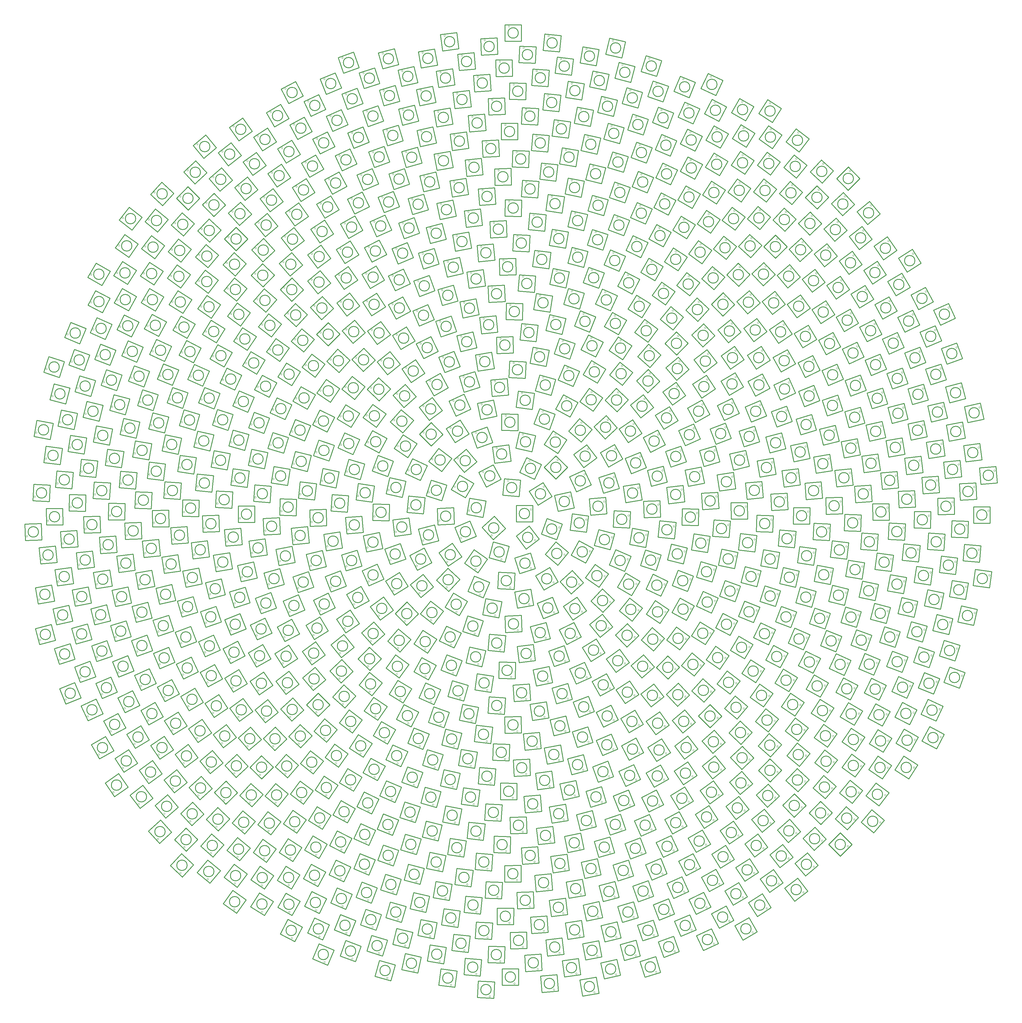
<source format=gto>
G04 Layer: TopSilkLayer*
G04 EasyEDA v6.4.7, 2020-12-05T12:44:13--8:00*
G04 005523fa74924ed2a5d768746dba2907,10*
G04 Gerber Generator version 0.2*
G04 Scale: 100 percent, Rotated: No, Reflected: No *
G04 Dimensions in millimeters *
G04 leading zeros omitted , absolute positions ,3 integer and 3 decimal *
%FSLAX33Y33*%
%MOMM*%
G90*
D02*

%ADD10C,0.254000*%
%ADD18C,0.100000*%

%LPD*%
G54D10*
G01X162772Y157936D02*
G01X162772Y162936D01*
G01X167772Y162936D01*
G01X167772Y157936D01*
G01X162772Y157936D01*
G01X170377Y154240D02*
G01X172093Y158936D01*
G01X176789Y157221D01*
G01X175074Y152525D01*
G01X170377Y154240D01*
G01X162758Y153642D02*
G01X166726Y156684D01*
G01X169768Y152716D01*
G01X165800Y149674D01*
G01X162758Y153642D01*
G01X155794Y151817D02*
G01X160623Y150519D01*
G01X159325Y145690D01*
G01X154496Y146988D01*
G01X155794Y151817D01*
G01X156086Y159600D02*
G01X159464Y155913D01*
G01X155777Y152536D01*
G01X152400Y156222D01*
G01X156086Y159600D01*
G01X148692Y158184D02*
G01X150600Y153562D01*
G01X145978Y151654D01*
G01X144071Y156276D01*
G01X148692Y158184D01*
G01X153529Y164243D02*
G01X152659Y159319D01*
G01X147735Y160190D01*
G01X148606Y165113D01*
G01X153529Y164243D01*
G01X158110Y170845D02*
G01X153673Y168541D01*
G01X151368Y172978D01*
G01X155805Y175283D01*
G01X158110Y170845D01*
G01X163664Y165615D02*
G01X158683Y166052D01*
G01X159120Y171033D01*
G01X164101Y170596D01*
G01X163664Y165615D01*
G01X169381Y162995D02*
G01X166698Y167214D01*
G01X170916Y169898D01*
G01X173600Y165679D01*
G01X169381Y162995D01*
G01X175503Y161130D02*
G01X174429Y166014D01*
G01X179312Y167087D01*
G01X180386Y162204D01*
G01X175503Y161130D01*
G01X179142Y155432D02*
G01X179808Y160387D01*
G01X184764Y159720D01*
G01X184097Y154765D01*
G01X179142Y155432D01*
G01X171591Y147987D02*
G01X174813Y151810D01*
G01X178637Y148588D01*
G01X175414Y144764D01*
G01X171591Y147987D01*
G01X162306Y146961D02*
G01X167077Y148457D01*
G01X168573Y143686D01*
G01X163802Y142190D01*
G01X162306Y146961D01*
G01X157373Y142623D02*
G01X162368Y142392D01*
G01X162137Y137398D01*
G01X157142Y137629D01*
G01X157373Y142623D01*
G01X149908Y149433D02*
G01X153998Y146557D01*
G01X151123Y142467D01*
G01X147033Y145342D01*
G01X149908Y149433D01*
G01X143325Y151392D02*
G01X146181Y147288D01*
G01X142077Y144432D01*
G01X139221Y148537D01*
G01X143325Y151392D01*
G01X143713Y162235D02*
G01X143920Y157239D01*
G01X138924Y157033D01*
G01X138717Y162029D01*
G01X143713Y162235D01*
G01X149853Y169611D02*
G01X147346Y165284D01*
G01X143020Y167791D01*
G01X145527Y172118D01*
G01X149853Y169611D01*
G01X150797Y176204D02*
G01X146958Y173001D01*
G01X143754Y176840D01*
G01X147593Y180043D01*
G01X150797Y176204D01*
G01X161150Y176414D02*
G01X156191Y175771D01*
G01X155549Y180730D01*
G01X160507Y181373D01*
G01X161150Y176414D01*
G01X167506Y179300D02*
G01X162628Y180397D01*
G01X163725Y185275D01*
G01X168603Y184178D01*
G01X167506Y179300D01*
G01X168331Y170846D02*
G01X163802Y172965D01*
G01X165922Y177494D01*
G01X170450Y175375D01*
G01X168331Y170846D01*
G01X174817Y170958D02*
G01X171290Y174502D01*
G01X174834Y178029D01*
G01X178361Y174485D01*
G01X174817Y170958D01*
G01X181045Y167082D02*
G01X178948Y171621D01*
G01X183487Y173718D01*
G01X185584Y169179D01*
G01X181045Y167082D01*
G01X185370Y159971D02*
G01X184958Y164954D01*
G01X189941Y165367D01*
G01X190353Y160384D01*
G01X185370Y159971D01*
G01X186542Y150761D02*
G01X187864Y155583D01*
G01X192686Y154262D01*
G01X191364Y149440D01*
G01X186542Y150761D01*
G01X179490Y147735D02*
G01X181817Y152161D01*
G01X186242Y149835D01*
G01X183916Y145409D01*
G01X179490Y147735D01*
G01X176105Y139733D02*
G01X179808Y143092D01*
G01X183167Y139389D01*
G01X179464Y136030D01*
G01X176105Y139733D01*
G01X168653Y141527D02*
G01X172991Y144013D01*
G01X175477Y139675D01*
G01X171139Y137189D01*
G01X168653Y141527D01*
G01X169133Y133088D02*
G01X173764Y134973D01*
G01X175649Y130342D01*
G01X171018Y128457D01*
G01X169133Y133088D01*
G01X162261Y136591D02*
G01X167189Y137438D01*
G01X168035Y132510D01*
G01X163108Y131663D01*
G01X162261Y136591D01*
G01X153448Y134540D02*
G01X158367Y133645D01*
G01X157472Y128726D01*
G01X152553Y129621D01*
G01X153448Y134540D01*
G01X150019Y141390D02*
G01X154631Y139459D01*
G01X152701Y134847D01*
G01X148088Y136777D01*
G01X150019Y141390D01*
G01X141933Y143831D02*
G01X145604Y140436D01*
G01X142208Y136766D01*
G01X138538Y140161D01*
G01X141933Y143831D01*
G01X134800Y149954D02*
G01X137083Y145506D01*
G01X132635Y143223D01*
G01X130352Y147672D01*
G01X134800Y149954D01*
G01X137865Y157002D02*
G01X139139Y152167D01*
G01X134304Y150892D01*
G01X133030Y155727D01*
G01X137865Y157002D01*
G01X134989Y165329D02*
G01X134528Y160350D01*
G01X129549Y160812D01*
G01X130010Y165790D01*
G01X134989Y165329D01*
G01X141631Y169143D02*
G01X140111Y164379D01*
G01X135348Y165899D01*
G01X136868Y170663D01*
G01X141631Y169143D01*
G01X135705Y175047D02*
G01X133564Y170529D01*
G01X129045Y172670D01*
G01X131187Y177189D01*
G01X135705Y175047D01*
G01X143129Y177205D02*
G01X140068Y173252D01*
G01X136115Y176313D01*
G01X139176Y180266D01*
G01X143129Y177205D01*
G01X148366Y184729D02*
G01X144134Y182066D01*
G01X141471Y186298D01*
G01X145703Y188961D01*
G01X148366Y184729D01*
G01X155565Y182097D02*
G01X150860Y180405D01*
G01X149168Y185110D01*
G01X153873Y186802D01*
G01X155565Y182097D01*
G01X163323Y185734D02*
G01X158323Y185758D01*
G01X158347Y190758D01*
G01X163347Y190734D01*
G01X163323Y185734D01*
G01X172836Y185980D02*
G01X168148Y187718D01*
G01X169886Y192406D01*
G01X174574Y190668D01*
G01X172836Y185980D01*
G01X175438Y178735D02*
G01X171232Y181439D01*
G01X173936Y185645D01*
G01X178142Y182941D01*
G01X175438Y178735D01*
G01X182557Y182258D02*
G01X178749Y185499D01*
G01X181990Y189306D01*
G01X185798Y186065D01*
G01X182557Y182258D01*
G01X183253Y174414D02*
G01X180230Y178397D01*
G01X184213Y181420D01*
G01X187235Y177437D01*
G01X183253Y174414D01*
G01X190825Y174630D02*
G01X188361Y178981D01*
G01X192711Y181445D01*
G01X195176Y177095D01*
G01X190825Y174630D01*
G01X189317Y166643D02*
G01X187844Y171421D01*
G01X192622Y172894D01*
G01X194095Y168116D01*
G01X189317Y166643D01*
G01X196105Y163808D02*
G01X195282Y168740D01*
G01X200214Y169563D01*
G01X201037Y164631D01*
G01X196105Y163808D01*
G01X192244Y156320D02*
G01X192500Y161313D01*
G01X197493Y161058D01*
G01X197238Y156064D01*
G01X192244Y156320D01*
G01X197219Y151065D02*
G01X198137Y155979D01*
G01X203052Y155060D01*
G01X202133Y150146D01*
G01X197219Y151065D01*
G01X191093Y144826D02*
G01X193046Y149428D01*
G01X197649Y147476D01*
G01X195696Y142873D01*
G01X191093Y144826D01*
G01X183832Y140937D02*
G01X186728Y145013D01*
G01X190804Y142118D01*
G01X187908Y138041D01*
G01X183832Y140937D01*
G01X185515Y133832D02*
G01X188928Y137486D01*
G01X192582Y134073D01*
G01X189169Y130419D01*
G01X185515Y133832D01*
G01X177139Y132152D02*
G01X181257Y134988D01*
G01X184093Y130870D01*
G01X179975Y128034D01*
G01X177139Y132152D01*
G01X167016Y125997D02*
G01X171857Y127248D01*
G01X173108Y122407D01*
G01X168267Y121156D01*
G01X167016Y125997D01*
G01X159335Y129268D02*
G01X164331Y129450D01*
G01X164513Y124453D01*
G01X159517Y124271D01*
G01X159335Y129268D01*
G01X154608Y123759D02*
G01X159584Y123273D01*
G01X159099Y118297D01*
G01X154122Y118783D01*
G01X154608Y123759D01*
G01X147984Y129342D02*
G01X152740Y127799D01*
G01X151197Y123043D01*
G01X146441Y124586D01*
G01X147984Y129342D01*
G01X143625Y136245D02*
G01X147938Y133717D01*
G01X145410Y129403D01*
G01X141097Y131931D01*
G01X143625Y136245D01*
G01X136702Y133816D02*
G01X140640Y130736D01*
G01X137559Y126798D01*
G01X133621Y129878D01*
G01X136702Y133816D01*
G01X134425Y141969D02*
G01X137609Y138114D01*
G01X133755Y134929D01*
G01X130570Y138784D01*
G01X134425Y141969D01*
G01X127221Y142540D02*
G01X129863Y138295D01*
G01X125619Y135653D01*
G01X122976Y139898D01*
G01X127221Y142540D01*
G01X127476Y151320D02*
G01X129145Y146607D01*
G01X124432Y144938D01*
G01X122762Y149651D01*
G01X127476Y151320D01*
G01X130155Y159148D02*
G01X130773Y154186D01*
G01X125812Y153568D01*
G01X125193Y158530D01*
G01X130155Y159148D01*
G01X124162Y163292D02*
G01X124114Y158292D01*
G01X119114Y158341D01*
G01X119163Y163341D01*
G01X124162Y163292D01*
G01X129184Y170252D02*
G01X128062Y165380D01*
G01X123190Y166501D01*
G01X124311Y171374D01*
G01X129184Y170252D01*
G01X132546Y181714D02*
G01X129821Y177522D01*
G01X125629Y180247D01*
G01X128353Y184439D01*
G01X132546Y181714D01*
G01X140435Y184560D02*
G01X136874Y181051D01*
G01X133364Y184612D01*
G01X136925Y188122D01*
G01X140435Y184560D01*
G01X140258Y191805D02*
G01X136261Y188801D01*
G01X133258Y192799D01*
G01X137255Y195802D01*
G01X140258Y191805D01*
G01X148952Y192215D02*
G01X144403Y190140D01*
G01X142328Y194690D01*
G01X146877Y196764D01*
G01X148952Y192215D01*
G01X156881Y190125D02*
G01X151992Y189075D01*
G01X150943Y193963D01*
G01X155831Y195013D01*
G01X156881Y190125D01*
G01X160393Y196545D02*
G01X155408Y196157D01*
G01X155019Y201142D01*
G01X160004Y201530D01*
G01X160393Y196545D01*
G01X167641Y192100D02*
G01X162689Y192790D01*
G01X163380Y197742D01*
G01X168332Y197052D01*
G01X167641Y192100D01*
G01X173367Y196494D02*
G01X168551Y197839D01*
G01X169896Y202655D01*
G01X174712Y201310D01*
G01X173367Y196494D01*
G01X179173Y189849D02*
G01X174759Y192196D01*
G01X177106Y196611D01*
G01X181521Y194263D01*
G01X179173Y189849D01*
G01X186138Y191592D02*
G01X182076Y194508D01*
G01X184992Y198570D01*
G01X189054Y195654D01*
G01X186138Y191592D01*
G01X189769Y183188D02*
G01X186427Y186908D01*
G01X190147Y190249D01*
G01X193488Y186529D01*
G01X189769Y183188D01*
G01X196867Y182055D02*
G01X194052Y186187D01*
G01X198184Y189002D01*
G01X200999Y184870D01*
G01X196867Y182055D01*
G01X197732Y172607D02*
G01X195870Y177247D01*
G01X200510Y179110D01*
G01X202372Y174470D01*
G01X197732Y172607D01*
G01X203871Y168787D02*
G01X202644Y173634D01*
G01X207491Y174862D01*
G01X208718Y170015D01*
G01X203871Y168787D01*
G01X201632Y159227D02*
G01X201474Y164225D01*
G01X206472Y164383D01*
G01X206629Y159385D01*
G01X201632Y159227D01*
G01X205875Y153291D02*
G01X206385Y158265D01*
G01X211359Y157755D01*
G01X210849Y152781D01*
G01X205875Y153291D01*
G01X200525Y144668D02*
G01X202092Y149417D01*
G01X206840Y147851D01*
G01X205274Y143102D01*
G01X200525Y144668D01*
G01X193537Y138069D02*
G01X196086Y142371D01*
G01X200387Y139822D01*
G01X197838Y135520D01*
G01X193537Y138069D01*
G01X194121Y130840D02*
G01X197221Y134763D01*
G01X201144Y131663D01*
G01X198044Y127740D01*
G01X194121Y130840D01*
G01X185099Y126661D02*
G01X188969Y129827D01*
G01X192135Y125957D01*
G01X188265Y122791D01*
G01X185099Y126661D01*
G01X175832Y125062D02*
G01X180292Y127323D01*
G01X182553Y122864D01*
G01X178093Y120602D01*
G01X175832Y125062D01*
G01X172645Y118587D02*
G01X177366Y120233D01*
G01X179012Y115512D01*
G01X174291Y113866D01*
G01X172645Y118587D01*
G01X163017Y120035D02*
G01X167981Y120630D01*
G01X168575Y115665D01*
G01X163611Y115071D01*
G01X163017Y120035D01*
G01X157538Y115244D02*
G01X162537Y115171D01*
G01X162464Y110171D01*
G01X157465Y110244D01*
G01X157538Y115244D01*
G01X148581Y119835D02*
G01X153448Y118690D01*
G01X152303Y113823D01*
G01X147436Y114968D01*
G01X148581Y119835D01*
G01X141506Y126219D02*
G01X146013Y124055D01*
G01X143850Y119547D01*
G01X139342Y121711D01*
G01X141506Y126219D01*
G01X134384Y124927D02*
G01X138563Y122182D01*
G01X135818Y118003D01*
G01X131639Y120748D01*
G01X134384Y124927D01*
G01X129529Y133509D02*
G01X133021Y129931D01*
G01X129443Y126439D01*
G01X125951Y130017D01*
G01X129529Y133509D01*
G01X122388Y135059D02*
G01X125372Y131047D01*
G01X121360Y128063D01*
G01X118376Y132075D01*
G01X122388Y135059D01*
G01X120472Y145065D02*
G01X122525Y140506D01*
G01X117966Y138453D01*
G01X115913Y143013D01*
G01X120472Y145065D01*
G01X121136Y154696D02*
G01X122162Y149802D01*
G01X117269Y148776D01*
G01X116243Y153670D01*
G01X121136Y154696D01*
G01X115843Y159666D02*
G01X116207Y154679D01*
G01X111221Y154315D01*
G01X110856Y159302D01*
G01X115843Y159666D01*
G01X119660Y168891D02*
G01X118945Y163943D01*
G01X113996Y164658D01*
G01X114711Y169607D01*
G01X119660Y168891D01*
G01X125408Y176387D02*
G01X123647Y171707D01*
G01X118967Y173468D01*
G01X120728Y178148D01*
G01X125408Y176387D01*
G01X123423Y183332D02*
G01X121054Y178929D01*
G01X116651Y181298D01*
G01X119020Y185701D01*
G01X123423Y183332D01*
G01X131517Y188819D02*
G01X128257Y185027D01*
G01X124466Y188286D01*
G01X127725Y192078D01*
G01X131517Y188819D01*
G01X132359Y196057D02*
G01X128623Y192734D01*
G01X125300Y196470D01*
G01X129036Y199793D01*
G01X132359Y196057D01*
G01X142097Y198762D02*
G01X137735Y196319D01*
G01X135291Y200681D01*
G01X139653Y203124D01*
G01X142097Y198762D01*
G01X151667Y198871D02*
G01X146881Y197421D01*
G01X145432Y202206D01*
G01X150217Y203656D01*
G01X151667Y198871D01*
G01X156082Y204615D02*
G01X151147Y203816D01*
G01X150348Y208752D01*
G01X155284Y209550D01*
G01X156082Y204615D01*
G01X165509Y201584D02*
G01X160516Y201864D01*
G01X160796Y206856D01*
G01X165788Y206576D01*
G01X165509Y201584D01*
G01X171848Y205238D02*
G01X166938Y206181D01*
G01X167881Y211091D01*
G01X172791Y210148D01*
G01X171848Y205238D01*
G01X180070Y199153D02*
G01X175476Y201128D01*
G01X177452Y205721D01*
G01X182045Y203746D01*
G01X180070Y199153D01*
G01X187410Y200146D02*
G01X183121Y202716D01*
G01X185691Y207005D01*
G01X189980Y204435D01*
G01X187410Y200146D01*
G01X195080Y199504D02*
G01X191172Y202623D01*
G01X194291Y206531D01*
G01X198199Y203412D01*
G01X195080Y199504D01*
G01X193407Y191463D02*
G01X189770Y194894D01*
G01X193201Y198531D01*
G01X196838Y195100D01*
G01X193407Y191463D01*
G01X200682Y189603D02*
G01X197535Y193489D01*
G01X201421Y196636D01*
G01X204568Y192750D01*
G01X200682Y189603D01*
G01X207689Y186127D02*
G01X205088Y190397D01*
G01X209358Y192998D01*
G01X211959Y188728D01*
G01X207689Y186127D01*
G01X203611Y179135D02*
G01X201372Y183605D01*
G01X205842Y185845D01*
G01X208082Y181374D01*
G01X203611Y179135D01*
G01X209762Y174633D02*
G01X208139Y179362D01*
G01X212868Y180985D01*
G01X214491Y176256D01*
G01X209762Y174633D01*
G01X215096Y168737D02*
G01X214118Y173641D01*
G01X219021Y174619D01*
G01X219999Y169715D01*
G01X215096Y168737D01*
G01X209081Y163470D02*
G01X208511Y168438D01*
G01X213478Y169007D01*
G01X214048Y164040D01*
G01X209081Y163470D01*
G01X213195Y156911D02*
G01X213293Y161910D01*
G01X218292Y161812D01*
G01X218194Y156813D01*
G01X213195Y156911D01*
G01X216063Y149354D02*
G01X216826Y154295D01*
G01X221768Y153532D01*
G01X221004Y148591D01*
G01X216063Y149354D01*
G01X208758Y146312D02*
G01X209926Y151173D01*
G01X214788Y150004D01*
G01X213619Y145143D01*
G01X208758Y146312D01*
G01X210198Y138575D02*
G01X212004Y143237D01*
G01X216666Y141431D01*
G01X214860Y136769D01*
G01X210198Y138575D01*
G01X202217Y137482D02*
G01X204403Y141979D01*
G01X208900Y139794D01*
G01X206715Y135296D01*
G01X202217Y137482D01*
G01X202303Y129815D02*
G01X205069Y133981D01*
G01X209234Y131215D01*
G01X206469Y127050D01*
G01X202303Y129815D01*
G01X200793Y121960D02*
G01X204089Y125719D01*
G01X207849Y122423D01*
G01X204552Y118663D01*
G01X200793Y121960D01*
G01X192970Y123446D02*
G01X196566Y126921D01*
G01X200040Y123326D01*
G01X196445Y119851D01*
G01X192970Y123446D01*
G01X190178Y116174D02*
G01X194205Y119138D01*
G01X197169Y115112D01*
G01X193143Y112148D01*
G01X190178Y116174D01*
G01X182855Y119686D02*
G01X187113Y122308D01*
G01X189734Y118050D01*
G01X185477Y115428D01*
G01X182855Y119686D01*
G01X178972Y113160D02*
G01X183541Y115191D01*
G01X185572Y110622D01*
G01X181003Y108591D01*
G01X178972Y113160D01*
G01X173623Y107324D02*
G01X178422Y108727D01*
G01X179825Y103928D01*
G01X175026Y102524D01*
G01X173623Y107324D01*
G01X167870Y112909D02*
G01X172768Y113911D01*
G01X173770Y109012D01*
G01X168872Y108010D01*
G01X167870Y112909D01*
G01X161752Y108213D02*
G01X166740Y108553D01*
G01X167080Y103564D01*
G01X162092Y103225D01*
G01X161752Y108213D01*
G01X154524Y104670D02*
G01X159513Y104342D01*
G01X159185Y99353D01*
G01X154196Y99681D01*
G01X154524Y104670D01*
G01X150890Y111722D02*
G01X155835Y110982D01*
G01X155096Y106037D01*
G01X150151Y106776D01*
G01X150890Y111722D01*
G01X143354Y109572D02*
G01X148156Y108180D01*
G01X146764Y103378D01*
G01X141962Y104770D01*
G01X143354Y109572D01*
G01X141613Y117463D02*
G01X146284Y115679D01*
G01X144501Y111008D01*
G01X139830Y112792D01*
G01X141613Y117463D01*
G01X134019Y116655D02*
G01X138410Y114264D01*
G01X136020Y109873D01*
G01X131628Y112263D01*
G01X134019Y116655D01*
G01X126090Y117424D02*
G01X130123Y114469D01*
G01X127168Y110435D01*
G01X123135Y113390D01*
G01X126090Y117424D01*
G01X126940Y125362D02*
G01X130716Y122084D01*
G01X127438Y118309D01*
G01X123662Y121587D01*
G01X126940Y125362D01*
G01X119468Y127449D02*
G01X122773Y123697D01*
G01X119021Y120392D01*
G01X115716Y124144D01*
G01X119468Y127449D01*
G01X112243Y131111D02*
G01X115018Y126952D01*
G01X110859Y124177D01*
G01X108084Y128336D01*
G01X112243Y131111D01*
G01X115548Y138291D02*
G01X117970Y133917D01*
G01X113596Y131495D01*
G01X111174Y135869D01*
G01X115548Y138291D01*
G01X109263Y143052D02*
G01X111080Y138394D01*
G01X106422Y136577D01*
G01X104605Y141235D01*
G01X109263Y143052D01*
G01X114380Y149256D02*
G01X115806Y144464D01*
G01X111014Y143038D01*
G01X109588Y147830D01*
G01X114380Y149256D01*
G01X109148Y154881D02*
G01X109923Y149942D01*
G01X104983Y149167D01*
G01X104208Y154107D01*
G01X109148Y154881D01*
G01X104966Y161720D02*
G01X105075Y156721D01*
G01X100076Y156612D01*
G01X99967Y161611D01*
G01X104966Y161720D01*
G01X111716Y165924D02*
G01X111412Y160933D01*
G01X106421Y161237D01*
G01X106725Y166228D01*
G01X111716Y165924D01*
G01X108880Y173196D02*
G01X107914Y168290D01*
G01X103008Y169257D01*
G01X103975Y174163D01*
G01X108880Y173196D01*
G01X116631Y175575D02*
G01X115263Y170766D01*
G01X110454Y172135D01*
G01X111822Y176944D01*
G01X116631Y175575D01*
G01X115112Y183030D02*
G01X113114Y178447D01*
G01X108531Y180444D01*
G01X110528Y185028D01*
G01X115112Y183030D01*
G01X115137Y190964D02*
G01X112546Y186688D01*
G01X108270Y189279D01*
G01X110861Y193555D01*
G01X115137Y190964D01*
G01X123141Y190758D02*
G01X120206Y186710D01*
G01X116158Y189646D01*
G01X119094Y193693D01*
G01X123141Y190758D01*
G01X124510Y198364D02*
G01X121061Y194743D01*
G01X117441Y198192D01*
G01X120889Y201812D01*
G01X124510Y198364D01*
G01X127473Y205866D02*
G01X123572Y202738D01*
G01X120444Y206638D01*
G01X124345Y209766D01*
G01X127473Y205866D01*
G01X134915Y203148D02*
G01X130769Y200353D01*
G01X127974Y204498D01*
G01X132120Y207293D01*
G01X134915Y203148D01*
G01X139050Y209824D02*
G01X134568Y207607D01*
G01X132351Y212088D01*
G01X136832Y214306D01*
G01X139050Y209824D01*
G01X145668Y205211D02*
G01X141019Y203371D01*
G01X139179Y208020D01*
G01X143828Y209860D01*
G01X145668Y205211D01*
G01X150752Y210929D02*
G01X145899Y209726D01*
G01X144696Y214579D01*
G01X149549Y215782D01*
G01X150752Y210929D01*
G01X157146Y215710D02*
G01X152176Y215164D01*
G01X151630Y220134D01*
G01X156600Y220680D01*
G01X157146Y215710D01*
G01X161895Y209306D02*
G01X156897Y209172D01*
G01X156764Y214170D01*
G01X161762Y214304D01*
G01X161895Y209306D01*
G01X168841Y212798D02*
G01X163869Y213332D01*
G01X164404Y218304D01*
G01X169375Y217769D01*
G01X168841Y212798D01*
G01X176663Y214962D02*
G01X171807Y216154D01*
G01X173000Y221010D01*
G01X177855Y219818D01*
G01X176663Y214962D01*
G01X179097Y207451D02*
G01X174356Y209040D01*
G01X175945Y213781D01*
G01X180686Y212192D01*
G01X179097Y207451D01*
G01X186966Y208164D02*
G01X182480Y210371D01*
G01X184687Y214857D01*
G01X189173Y212650D01*
G01X186966Y208164D01*
G01X195176Y207335D02*
G01X191024Y210121D01*
G01X193810Y214273D01*
G01X197962Y211487D01*
G01X195176Y207335D01*
G01X203453Y204952D02*
G01X199710Y208266D01*
G01X203024Y212010D01*
G01X206768Y208695D01*
G01X203453Y204952D01*
G01X202793Y197260D02*
G01X199336Y200872D01*
G01X202948Y204329D01*
G01X206405Y200717D01*
G01X202793Y197260D01*
G01X210274Y193465D02*
G01X207330Y197506D01*
G01X211371Y200451D01*
G01X214315Y196410D01*
G01X210274Y193465D01*
G01X217264Y188198D02*
G01X214885Y192596D01*
G01X219283Y194975D01*
G01X221662Y190578D01*
G01X217264Y188198D01*
G01X214167Y181154D02*
G01X212159Y185733D01*
G01X216738Y187741D01*
G01X218746Y183162D01*
G01X214167Y181154D01*
G01X219879Y174823D02*
G01X218499Y179629D01*
G01X223305Y181009D01*
G01X224684Y176203D01*
G01X219879Y174823D01*
G01X224607Y167294D02*
G01X223881Y172241D01*
G01X228828Y172967D01*
G01X229554Y168020D01*
G01X224607Y167294D01*
G01X219410Y161643D02*
G01X219094Y166633D01*
G01X224084Y166948D01*
G01X224400Y161958D01*
G01X219410Y161643D01*
G01X222526Y153557D02*
G01X222879Y158545D01*
G01X227866Y158192D01*
G01X227514Y153205D01*
G01X222526Y153557D01*
G01X224298Y144703D02*
G01X225312Y149599D01*
G01X230208Y148584D01*
G01X229194Y143688D01*
G01X224298Y144703D01*
G01X217558Y141047D02*
G01X218973Y145843D01*
G01X223769Y144427D01*
G01X222353Y139632D01*
G01X217558Y141047D01*
G01X217584Y132243D02*
G01X219626Y136807D01*
G01X224190Y134764D01*
G01X222148Y130200D01*
G01X217584Y132243D01*
G01X210131Y130358D02*
G01X212543Y134738D01*
G01X216923Y132326D01*
G01X214511Y127946D01*
G01X210131Y130358D01*
G01X208521Y121932D02*
G01X211495Y125951D01*
G01X215514Y122976D01*
G01X212540Y118957D01*
G01X208521Y121932D01*
G01X205362Y113565D02*
G01X208846Y117151D01*
G01X212432Y113667D01*
G01X208948Y110081D01*
G01X205362Y113565D01*
G01X197715Y114193D02*
G01X201483Y117480D01*
G01X204769Y113711D01*
G01X201001Y110425D01*
G01X197715Y114193D01*
G01X193125Y106782D02*
G01X197298Y109536D01*
G01X200052Y105364D01*
G01X195880Y102609D01*
G01X193125Y106782D01*
G01X185845Y109292D02*
G01X190231Y111693D01*
G01X192632Y107307D01*
G01X188246Y104906D01*
G01X185845Y109292D01*
G01X180087Y103050D02*
G01X184754Y104844D01*
G01X186548Y100177D01*
G01X181882Y98383D01*
G01X180087Y103050D01*
G01X173046Y97677D02*
G01X177910Y98833D01*
G01X179066Y93969D01*
G01X174202Y92813D01*
G01X173046Y97677D01*
G01X166984Y102395D02*
G01X171927Y103145D01*
G01X172677Y98202D01*
G01X167734Y97451D01*
G01X166984Y102395D01*
G01X159247Y98568D02*
G01X164247Y98653D01*
G01X164331Y93654D01*
G01X159332Y93569D01*
G01X159247Y98568D01*
G01X150623Y96011D02*
G01X155589Y95429D01*
G01X155006Y90463D01*
G01X150040Y91045D01*
G01X150623Y96011D01*
G01X146423Y102428D02*
G01X151323Y101438D01*
G01X150333Y96537D01*
G01X145432Y97527D01*
G01X146423Y102428D01*
G01X137692Y101604D02*
G01X142417Y99969D01*
G01X140781Y95244D01*
G01X136056Y96879D01*
G01X137692Y101604D01*
G01X135199Y108882D02*
G01X139773Y106862D01*
G01X137753Y102288D01*
G01X133179Y104308D01*
G01X135199Y108882D01*
G01X126695Y109711D02*
G01X130959Y107099D01*
G01X128347Y102836D01*
G01X124083Y105448D01*
G01X126695Y109711D01*
G01X118109Y112088D02*
G01X121987Y108931D01*
G01X118830Y105054D01*
G01X114952Y108211D01*
G01X118109Y112088D01*
G01X118106Y119764D02*
G01X121709Y116298D01*
G01X118243Y112694D01*
G01X114639Y116161D01*
G01X118106Y119764D01*
G01X110338Y123644D02*
G01X113447Y119728D01*
G01X109531Y116619D01*
G01X106422Y120535D01*
G01X110338Y123644D01*
G01X103045Y128998D02*
G01X105604Y124702D01*
G01X101308Y122143D01*
G01X98749Y126439D01*
G01X103045Y128998D01*
G01X105527Y136251D02*
G01X107723Y131759D01*
G01X103231Y129564D01*
G01X101035Y134056D01*
G01X105527Y136251D01*
G01X99560Y142749D02*
G01X101137Y138005D01*
G01X96393Y136427D01*
G01X94816Y141172D01*
G01X99560Y142749D01*
G01X103765Y149183D02*
G01X104945Y144324D01*
G01X100086Y143144D01*
G01X98906Y148003D01*
G01X103765Y149183D01*
G01X99266Y156507D02*
G01X99787Y151535D01*
G01X94815Y151013D01*
G01X94293Y155986D01*
G01X99266Y156507D01*
G01X95950Y164832D02*
G01X95804Y159834D01*
G01X90806Y159981D01*
G01X90953Y164979D01*
G01X95950Y164832D01*
G01X102001Y169549D02*
G01X101443Y164580D01*
G01X96474Y165139D01*
G01X97032Y170107D01*
G01X102001Y169549D01*
G01X100392Y178134D02*
G01X99176Y173284D01*
G01X94326Y174500D01*
G01X95542Y179350D01*
G01X100392Y178134D01*
G01X107445Y181218D02*
G01X105832Y176486D01*
G01X101100Y178098D01*
G01X102712Y182831D01*
G01X107445Y181218D01*
G01X107492Y189728D02*
G01X105263Y185252D01*
G01X100787Y187481D01*
G01X103016Y191957D01*
G01X107492Y189728D01*
G01X109073Y198460D02*
G01X106267Y194321D01*
G01X102129Y197127D01*
G01X104935Y201266D01*
G01X109073Y198460D01*
G01X116726Y199096D02*
G01X113588Y195203D01*
G01X109695Y198341D01*
G01X112833Y202234D01*
G01X116726Y199096D01*
G01X119868Y207153D02*
G01X116239Y203714D01*
G01X112799Y207343D01*
G01X116428Y210782D01*
G01X119868Y207153D01*
G01X124521Y214872D02*
G01X120466Y211947D01*
G01X117541Y216002D01*
G01X121597Y218927D01*
G01X124521Y214872D01*
G01X131957Y212996D02*
G01X127674Y210416D01*
G01X125094Y214699D01*
G01X129377Y217279D01*
G01X131957Y212996D01*
G01X137862Y219503D02*
G01X133273Y217518D01*
G01X131287Y222106D01*
G01X135876Y224092D01*
G01X137862Y219503D01*
G01X144623Y215840D02*
G01X139886Y214240D01*
G01X138286Y218977D01*
G01X143023Y220577D01*
G01X144623Y215840D01*
G01X151478Y220969D02*
G01X146570Y220015D01*
G01X145616Y224923D01*
G01X150524Y225877D01*
G01X151478Y220969D01*
G01X159437Y225010D02*
G01X154445Y224719D01*
G01X154154Y229711D01*
G01X159146Y230002D01*
G01X159437Y225010D01*
G01X164638Y219367D02*
G01X159639Y219489D01*
G01X159761Y224488D01*
G01X164760Y224366D01*
G01X164638Y219367D01*
G01X173007Y221743D02*
G01X168070Y222530D01*
G01X168857Y227468D01*
G01X173795Y226680D01*
G01X173007Y221743D01*
G01X182021Y222709D02*
G01X177232Y224148D01*
G01X178671Y228936D01*
G01X183459Y227497D01*
G01X182021Y222709D01*
G01X185107Y215692D02*
G01X180453Y217521D01*
G01X182282Y222174D01*
G01X186936Y220345D01*
G01X185107Y215692D01*
G01X193912Y214914D02*
G01X189544Y217347D01*
G01X191977Y221715D01*
G01X196345Y219282D01*
G01X193912Y214914D01*
G01X202816Y212588D02*
G01X198811Y215582D01*
G01X201806Y219587D01*
G01X205810Y216593D01*
G01X202816Y212588D01*
G01X211558Y208712D02*
G01X207989Y212214D01*
G01X211490Y215783D01*
G01X215059Y212282D01*
G01X211558Y208712D01*
G01X211531Y201032D02*
G01X208262Y204816D01*
G01X212047Y208084D01*
G01X215315Y204300D01*
G01X211531Y201032D01*
G01X219150Y195629D02*
G01X216415Y199815D01*
G01X220601Y202549D01*
G01X223336Y198363D01*
G01X219150Y195629D01*
G01X226064Y188828D02*
G01X223913Y193342D01*
G01X228426Y195493D01*
G01X230578Y190980D01*
G01X226064Y188828D01*
G01X223520Y181567D02*
G01X221749Y186242D01*
G01X226424Y188014D01*
G01X228196Y183338D01*
G01X223520Y181567D01*
G01X228818Y173708D02*
G01X227686Y178578D01*
G01X232556Y179711D01*
G01X233688Y174841D01*
G01X228818Y173708D01*
G01X232959Y164789D02*
G01X232486Y169767D01*
G01X237463Y170240D01*
G01X237936Y165262D01*
G01X232959Y164789D01*
G01X228163Y158749D02*
G01X228103Y163749D01*
G01X233102Y163809D01*
G01X233163Y158809D01*
G01X228163Y158749D01*
G01X230384Y149395D02*
G01X230991Y154358D01*
G01X235954Y153751D01*
G01X235347Y148788D01*
G01X230384Y149395D01*
G01X231140Y139457D02*
G01X232404Y144295D01*
G01X237241Y143032D01*
G01X235978Y138194D01*
G01X231140Y139457D01*
G01X224609Y135316D02*
G01X226268Y140033D01*
G01X230985Y138374D01*
G01X229326Y133657D01*
G01X224609Y135316D01*
G01X223380Y125644D02*
G01X225653Y130098D01*
G01X230107Y127825D01*
G01X227834Y123372D01*
G01X223380Y125644D01*
G01X216078Y123199D02*
G01X218711Y127449D01*
G01X222962Y124817D01*
G01X220329Y120566D01*
G01X216078Y123199D01*
G01X213015Y114176D02*
G01X216191Y118038D01*
G01X220053Y114862D01*
G01X216877Y111000D01*
G01X213015Y114176D01*
G01X208404Y105434D02*
G01X212067Y108837D01*
G01X215471Y105175D01*
G01X211808Y101771D01*
G01X208404Y105434D01*
G01X200685Y105519D02*
G01X204616Y108609D01*
G01X207706Y104678D01*
G01X203775Y101588D01*
G01X200685Y105519D01*
G01X194554Y98048D02*
G01X198862Y100586D01*
G01X201400Y96278D01*
G01X197092Y93740D01*
G01X194554Y98048D01*
G01X187109Y99977D02*
G01X191612Y102151D01*
G01X193786Y97648D01*
G01X189283Y95474D01*
G01X187109Y99977D01*
G01X179786Y94015D02*
G01X184538Y95569D01*
G01X186092Y90816D01*
G01X181340Y89263D01*
G01X179786Y94015D01*
G01X171303Y89109D02*
G01X176220Y90015D01*
G01X177127Y85098D01*
G01X172209Y84192D01*
G01X171303Y89109D01*
G01X164888Y93381D02*
G01X169863Y93878D01*
G01X170360Y88903D01*
G01X165385Y88406D01*
G01X164888Y93381D01*
G01X155804Y90340D02*
G01X160801Y90169D01*
G01X160630Y85172D01*
G01X155633Y85343D01*
G01X155804Y90340D01*
G01X146006Y88702D02*
G01X150936Y87867D01*
G01X150100Y82937D01*
G01X145170Y83772D01*
G01X146006Y88702D01*
G01X141336Y94860D02*
G01X146180Y93620D01*
G01X144940Y88776D01*
G01X140096Y90016D01*
G01X141336Y94860D01*
G01X131627Y95215D02*
G01X136263Y93340D01*
G01X134388Y88705D01*
G01X129753Y90580D01*
G01X131627Y95215D01*
G01X128583Y102284D02*
G01X133048Y100033D01*
G01X130797Y95568D01*
G01X126332Y97819D01*
G01X128583Y102284D01*
G01X119354Y104515D02*
G01X123479Y101689D01*
G01X120653Y97564D01*
G01X116528Y100391D01*
G01X119354Y104515D01*
G01X110265Y108311D02*
G01X113976Y104960D01*
G01X110625Y101249D01*
G01X106914Y104600D01*
G01X110265Y108311D01*
G01X109706Y116006D02*
G01X113128Y112360D01*
G01X109482Y108938D01*
G01X106060Y112584D01*
G01X109706Y116006D01*
G01X101743Y121422D02*
G01X104647Y117353D01*
G01X100578Y114448D01*
G01X97673Y118517D01*
G01X101743Y121422D01*
G01X94466Y128258D02*
G01X96803Y123837D01*
G01X92382Y121501D01*
G01X90046Y125922D01*
G01X94466Y128258D01*
G01X96471Y135730D02*
G01X98435Y131132D01*
G01X93836Y129168D01*
G01X91873Y133767D01*
G01X96471Y135730D01*
G01X90844Y143712D02*
G01X92176Y138892D01*
G01X87357Y137560D01*
G01X86024Y142379D01*
G01X90844Y143712D01*
G01X94563Y150457D02*
G01X95494Y145544D01*
G01X90581Y144614D01*
G01X89651Y149527D01*
G01X94563Y150457D01*
G01X90731Y159200D02*
G01X90998Y154207D01*
G01X86005Y153940D01*
G01X85739Y158933D01*
G01X90731Y159200D01*
G01X88232Y168779D02*
G01X87831Y163795D01*
G01X82847Y164197D01*
G01X83248Y169181D01*
G01X88232Y168779D01*
G01X93974Y173944D02*
G01X93162Y169010D01*
G01X88228Y169821D01*
G01X89040Y174755D01*
G01X93974Y173944D01*
G01X93458Y183612D02*
G01X91996Y178830D01*
G01X87214Y180292D01*
G01X88677Y185074D01*
G01X93458Y183612D01*
G01X100245Y187232D02*
G01X98393Y182588D01*
G01X93749Y184440D01*
G01X95600Y189084D01*
G01X100245Y187232D01*
G01X101632Y196591D02*
G01X99177Y192235D01*
G01X94821Y194689D01*
G01X97276Y199045D01*
G01X101632Y196591D01*
G01X104588Y205951D02*
G01X101575Y201962D01*
G01X97585Y204975D01*
G01X100599Y208965D01*
G01X104588Y205951D01*
G01X112205Y207150D02*
G01X108872Y203423D01*
G01X105145Y206756D01*
G01X108477Y210483D01*
G01X112205Y207150D01*
G01X116867Y215538D02*
G01X113067Y212289D01*
G01X109817Y216089D01*
G01X113618Y219338D01*
G01X116867Y215538D01*
G01X123004Y223371D02*
G01X118804Y220657D01*
G01X116091Y224856D01*
G01X120290Y227570D01*
G01X123004Y223371D01*
G01X130612Y221999D02*
G01X126203Y219641D01*
G01X123845Y224050D01*
G01X128254Y226408D01*
G01X130612Y221999D01*
G01X138031Y228298D02*
G01X133347Y226549D01*
G01X131598Y231233D01*
G01X136282Y232982D01*
G01X138031Y228298D01*
G01X145059Y225155D02*
G01X140246Y223799D01*
G01X138890Y228612D01*
G01X143703Y229968D01*
G01X145059Y225155D01*
G01X153392Y229741D02*
G01X148442Y229039D01*
G01X147739Y233989D01*
G01X152690Y234692D01*
G01X153392Y229741D01*
G01X162678Y233077D02*
G01X157678Y233042D01*
G01X157642Y238041D01*
G01X162642Y238077D01*
G01X162678Y233077D01*
G01X168300Y227791D02*
G01X163314Y228168D01*
G01X163691Y233154D01*
G01X168677Y232776D01*
G01X168300Y227791D01*
G01X177849Y229167D02*
G01X172958Y230206D01*
G01X173996Y235097D01*
G01X178887Y234058D01*
G01X177849Y229167D01*
G01X187848Y229031D02*
G01X183139Y230713D01*
G01X184821Y235422D01*
G01X189530Y233740D01*
G01X187848Y229031D01*
G01X191432Y222172D02*
G01X186878Y224236D01*
G01X188942Y228790D01*
G01X193496Y226726D01*
G01X191432Y222172D01*
G01X200987Y220073D02*
G01X196749Y222727D01*
G01X199402Y226965D01*
G01X203640Y224311D01*
G01X200987Y220073D01*
G01X210428Y216394D02*
G01X206581Y219589D01*
G01X209776Y223435D01*
G01X213622Y220240D01*
G01X210428Y216394D01*
G01X219497Y211151D02*
G01X216111Y214830D01*
G01X219790Y218216D01*
G01X223176Y214537D01*
G01X219497Y211151D01*
G01X219880Y203319D02*
G01X216810Y207265D01*
G01X220756Y210336D01*
G01X223826Y206390D01*
G01X219880Y203319D01*
G01X227943Y204402D02*
G01X225078Y208500D01*
G01X229176Y211365D01*
G01X232041Y207267D01*
G01X227943Y204402D01*
G01X227534Y196480D02*
G01X225017Y200801D01*
G01X229337Y203318D01*
G01X231854Y198997D01*
G01X227534Y196480D01*
G01X234285Y188302D02*
G01X232366Y192919D01*
G01X236983Y194838D01*
G01X238902Y190220D01*
G01X234285Y188302D01*
G01X232046Y180752D02*
G01X230515Y185512D01*
G01X235275Y187043D01*
G01X236806Y182283D01*
G01X232046Y180752D01*
G01X236886Y171553D02*
G01X236004Y176475D01*
G01X240925Y177357D01*
G01X241808Y172435D01*
G01X236886Y171553D01*
G01X240402Y161413D02*
G01X240184Y166408D01*
G01X245179Y166626D01*
G01X245397Y161631D01*
G01X240402Y161413D01*
G01X235769Y155003D02*
G01X235964Y159999D01*
G01X240960Y159804D01*
G01X240765Y154808D01*
G01X235769Y155003D01*
G01X237107Y144564D02*
G01X237967Y149489D01*
G01X242892Y148630D01*
G01X242033Y143704D01*
G01X237107Y144564D01*
G01X236865Y133708D02*
G01X238374Y138475D01*
G01X243141Y136966D01*
G01X241632Y132199D01*
G01X236865Y133708D01*
G01X230338Y129175D02*
G01X232236Y133801D01*
G01X236862Y131904D01*
G01X234965Y127278D01*
G01X230338Y129175D01*
G01X227920Y118801D02*
G01X230417Y123133D01*
G01X234749Y120636D01*
G01X232252Y116304D01*
G01X227920Y118801D01*
G01X220568Y115944D02*
G01X223415Y120055D01*
G01X227525Y117209D01*
G01X224679Y113098D01*
G01X220568Y115944D01*
G01X216168Y106473D02*
G01X219537Y110168D01*
G01X223232Y106799D01*
G01X219863Y103104D01*
G01X216168Y106473D01*
G01X210214Y97487D02*
G01X214045Y100699D01*
G01X217258Y96868D01*
G01X213426Y93655D01*
G01X210214Y97487D01*
G01X202295Y97226D02*
G01X206379Y100111D01*
G01X209264Y96028D01*
G01X205180Y93143D01*
G01X202295Y97226D01*
G01X194773Y89797D02*
G01X199205Y92112D01*
G01X201520Y87680D01*
G01X197088Y85365D01*
G01X194773Y89797D01*
G01X187070Y91390D02*
G01X191678Y93331D01*
G01X193619Y88723D01*
G01X189011Y86782D01*
G01X187070Y91390D01*
G01X178366Y85767D02*
G01X183192Y87076D01*
G01X184501Y82250D01*
G01X179675Y80941D01*
G01X178366Y85767D01*
G01X168608Y81377D02*
G01X173565Y82031D01*
G01X174219Y77073D01*
G01X169262Y76420D01*
G01X168608Y81377D01*
G01X161837Y85448D02*
G01X166831Y85690D01*
G01X167074Y80696D01*
G01X162080Y80454D01*
G01X161837Y85448D01*
G01X151591Y83192D02*
G01X156573Y82767D01*
G01X156147Y77785D01*
G01X151165Y78210D01*
G01X151591Y83192D01*
G01X140787Y82471D02*
G01X145668Y81384D01*
G01X144582Y76504D01*
G01X139701Y77590D01*
G01X140787Y82471D01*
G01X135726Y88584D02*
G01X140500Y87099D01*
G01X139015Y82324D01*
G01X134241Y83810D01*
G01X135726Y88584D01*
G01X125209Y90065D02*
G01X129743Y87956D01*
G01X127634Y83423D01*
G01X123100Y85532D01*
G01X125209Y90065D01*
G01X121747Y97142D02*
G01X126091Y94666D01*
G01X123615Y90322D01*
G01X119271Y92798D01*
G01X121747Y97142D01*
G01X111952Y100670D02*
G01X115927Y97637D01*
G01X112894Y93662D01*
G01X108919Y96695D01*
G01X111952Y100670D01*
G01X102500Y105787D02*
G01X106035Y102251D01*
G01X102499Y98716D01*
G01X98964Y102252D01*
G01X102500Y105787D01*
G01X101573Y113646D02*
G01X104804Y109830D01*
G01X100988Y106599D01*
G01X97757Y110415D01*
G01X101573Y113646D01*
G01X93529Y120456D02*
G01X96222Y116244D01*
G01X92009Y113550D01*
G01X89316Y117763D01*
G01X93529Y120456D01*
G01X86369Y128642D02*
G01X88477Y124108D01*
G01X83943Y122000D01*
G01X81835Y126534D01*
G01X86369Y128642D01*
G01X88109Y136400D02*
G01X89835Y131707D01*
G01X85143Y129981D01*
G01X83417Y134674D01*
G01X88109Y136400D01*
G01X82884Y145701D02*
G01X83969Y140820D01*
G01X79088Y139735D01*
G01X78003Y144616D01*
G01X82884Y145701D01*
G01X86366Y152783D02*
G01X87044Y147829D01*
G01X82090Y147151D01*
G01X81412Y152105D01*
G01X86366Y152783D01*
G01X83216Y162757D02*
G01X83228Y157757D01*
G01X78228Y157745D01*
G01X78216Y162745D01*
G01X83216Y162757D01*
G01X81542Y173422D02*
G01X80887Y168465D01*
G01X75930Y169121D01*
G01X76586Y174077D01*
G01X81542Y173422D01*
G01X87200Y178975D02*
G01X86138Y174089D01*
G01X81252Y175152D01*
G01X82314Y180037D01*
G01X87200Y178975D01*
G01X87738Y189550D02*
G01X86033Y184849D01*
G01X81333Y186554D01*
G01X83037Y191254D01*
G01X87738Y189550D01*
G01X94491Y193592D02*
G01X92404Y189048D01*
G01X87861Y191134D01*
G01X89947Y195678D01*
G01X94491Y193592D01*
G01X97123Y203631D02*
G01X94449Y199406D01*
G01X90224Y202080D01*
G01X92898Y206305D01*
G01X97123Y203631D01*
G01X101367Y213471D02*
G01X98153Y209640D01*
G01X94323Y212854D01*
G01X97536Y216684D01*
G01X101367Y213471D01*
G01X109111Y215056D02*
G01X105592Y211503D01*
G01X102040Y215022D01*
G01X105559Y218574D01*
G01X109111Y215056D01*
G01X115159Y223648D02*
G01X111198Y220597D01*
G01X108147Y224558D01*
G01X112108Y227609D01*
G01X115159Y223648D01*
G01X122654Y231484D02*
G01X118322Y228988D01*
G01X115826Y233321D01*
G01X120159Y235816D01*
G01X122654Y231484D01*
G01X130522Y230406D02*
G01X125999Y228277D01*
G01X123869Y232800D01*
G01X128393Y234930D01*
G01X130522Y230406D01*
G01X139295Y236420D02*
G01X134528Y234913D01*
G01X133021Y239680D01*
G01X137788Y241188D01*
G01X139295Y236420D01*
G01X146638Y233551D02*
G01X141762Y232442D01*
G01X140653Y237318D01*
G01X145529Y238426D01*
G01X146638Y233551D01*
G01X156261Y237564D02*
G01X151282Y237116D01*
G01X150833Y242095D01*
G01X155813Y242544D01*
G01X156261Y237564D01*
G01X166705Y240172D02*
G01X161710Y240391D01*
G01X161929Y245386D01*
G01X166924Y245167D01*
G01X166705Y240172D01*
G01X172708Y235009D02*
G01X167748Y235640D01*
G01X168380Y240600D01*
G01X173340Y239969D01*
G01X172708Y235009D01*
G01X183257Y235413D02*
G01X178426Y236700D01*
G01X179712Y241532D01*
G01X184544Y240245D01*
G01X183257Y235413D01*
G01X194080Y234204D02*
G01X189463Y236124D01*
G01X191383Y240741D01*
G01X196000Y238821D01*
G01X194080Y234204D01*
G01X198050Y227310D02*
G01X193607Y229605D01*
G01X195902Y234047D01*
G01X200344Y231753D01*
G01X198050Y227310D01*
G01X204924Y231332D02*
G01X200604Y233851D01*
G01X203122Y238170D01*
G01X207442Y235652D01*
G01X204924Y231332D01*
G01X208198Y223969D02*
G01X204101Y226835D01*
G01X206968Y230932D01*
G01X211065Y228066D01*
G01X208198Y223969D01*
G01X215527Y226786D02*
G01X211582Y229858D01*
G01X214654Y233803D01*
G01X218599Y230732D01*
G01X215527Y226786D01*
G01X218035Y219010D02*
G01X214357Y222397D01*
G01X217744Y226075D01*
G01X221422Y222688D01*
G01X218035Y219010D01*
G01X227304Y212477D02*
G01X224111Y216324D01*
G01X227958Y219518D01*
G01X231151Y215671D01*
G01X227304Y212477D01*
G01X235758Y204451D02*
G01X233106Y208689D01*
G01X237344Y211341D01*
G01X239996Y207103D01*
G01X235758Y204451D01*
G01X235524Y196239D02*
G01X233231Y200682D01*
G01X237674Y202976D01*
G01X239967Y198532D01*
G01X235524Y196239D01*
G01X242015Y186793D02*
G01X240335Y191502D01*
G01X245044Y193182D01*
G01X246725Y188473D01*
G01X242015Y186793D01*
G01X239915Y178925D02*
G01X238629Y183757D01*
G01X243461Y185042D01*
G01X244747Y180211D01*
G01X239915Y178925D01*
G01X244232Y168522D02*
G01X243602Y173482D01*
G01X248562Y174111D01*
G01X249192Y169151D01*
G01X244232Y168522D01*
G01X247068Y157292D02*
G01X247106Y162292D01*
G01X252106Y162254D01*
G01X252068Y157255D01*
G01X247068Y157292D01*
G01X242439Y150540D02*
G01X242889Y155519D01*
G01X247868Y155070D01*
G01X247418Y150090D01*
G01X242439Y150540D01*
G01X242875Y139162D02*
G01X243985Y144038D01*
G01X248861Y142928D01*
G01X247751Y138052D01*
G01X242875Y139162D01*
G01X241626Y127527D02*
G01X243376Y132211D01*
G01X248060Y130461D01*
G01X246309Y125777D01*
G01X241626Y127527D01*
G01X234971Y122683D02*
G01X237102Y127206D01*
G01X241625Y125075D01*
G01X239494Y120552D01*
G01X234971Y122683D01*
G01X231391Y111747D02*
G01X234106Y115945D01*
G01X238305Y113230D01*
G01X235590Y109032D01*
G01X231391Y111747D01*
G01X223866Y108592D02*
G01X226919Y112552D01*
G01X230879Y109500D01*
G01X227826Y105539D01*
G01X223866Y108592D01*
G01X218196Y98807D02*
G01X221749Y102324D01*
G01X225267Y98771D01*
G01X221713Y95253D01*
G01X218196Y98807D01*
G01X210967Y89699D02*
G01X214958Y92712D01*
G01X217970Y88721D01*
G01X213979Y85709D01*
G01X210967Y89699D01*
G01X202777Y89234D02*
G01X207002Y91907D01*
G01X209675Y87682D01*
G01X205449Y85009D01*
G01X202777Y89234D01*
G01X193966Y81952D02*
G01X198510Y84037D01*
G01X200595Y79493D01*
G01X196051Y77407D01*
G01X193966Y81952D01*
G01X185958Y83375D02*
G01X190659Y85078D01*
G01X192363Y80377D01*
G01X187662Y78674D01*
G01X185958Y83375D01*
G01X176006Y78167D02*
G01X180892Y79228D01*
G01X181953Y74342D01*
G01X177067Y73281D01*
G01X176006Y78167D01*
G01X165100Y74357D02*
G01X170084Y74757D01*
G01X170484Y69773D01*
G01X165500Y69373D01*
G01X165100Y74357D01*
G01X157988Y78391D02*
G01X162988Y78378D01*
G01X162975Y73378D01*
G01X157975Y73391D01*
G01X157988Y78391D01*
G01X146725Y76952D02*
G01X151678Y76272D01*
G01X150999Y71319D01*
G01X146045Y71998D01*
G01X146725Y76952D01*
G01X135054Y77167D02*
G01X139873Y75833D01*
G01X138539Y71014D01*
G01X133720Y72348D01*
G01X135054Y77167D01*
G01X129669Y83377D02*
G01X134361Y81649D01*
G01X132634Y76957D01*
G01X127941Y78685D01*
G01X129669Y83377D01*
G01X118488Y85967D02*
G01X122908Y83630D01*
G01X120571Y79210D01*
G01X116151Y81548D01*
G01X118488Y85967D01*
G01X114711Y93188D02*
G01X118922Y90493D01*
G01X116228Y86281D01*
G01X112016Y88976D01*
G01X114711Y93188D01*
G01X104489Y97956D02*
G01X108304Y94724D01*
G01X105072Y90909D01*
G01X101257Y94141D01*
G01X104489Y97956D01*
G01X94803Y104334D02*
G01X98153Y100622D01*
G01X94441Y97272D01*
G01X91091Y100984D01*
G01X94803Y104334D01*
G01X93645Y112444D02*
G01X96677Y108468D01*
G01X92701Y105436D01*
G01X89669Y109412D01*
G01X93645Y112444D01*
G01X85632Y120553D02*
G01X88106Y116209D01*
G01X83762Y113734D01*
G01X81287Y118079D01*
G01X85632Y120553D01*
G01X78690Y129993D02*
G01X80563Y125357D01*
G01X75927Y123484D01*
G01X74054Y128119D01*
G01X78690Y129993D01*
G01X80316Y138067D02*
G01X81800Y133293D01*
G01X77025Y131809D01*
G01X75541Y136583D01*
G01X80316Y138067D01*
G01X75568Y148566D02*
G01X76402Y143636D01*
G01X71472Y142802D01*
G01X70638Y147732D01*
G01X75568Y148566D01*
G01X78979Y155985D02*
G01X79403Y151003D01*
G01X74421Y150578D01*
G01X73997Y155560D01*
G01X78979Y155985D01*
G01X76554Y167047D02*
G01X76310Y162053D01*
G01X71316Y162296D01*
G01X71560Y167290D01*
G01X76554Y167047D01*
G01X75737Y178660D02*
G01X74830Y173743D01*
G01X69913Y174651D01*
G01X70820Y179568D01*
G01X75737Y178660D01*
G01X81459Y184546D02*
G01X80149Y179721D01*
G01X75323Y181032D01*
G01X76634Y185857D01*
G01X81459Y184546D01*
G01X83045Y195883D02*
G01X81103Y191275D01*
G01X76496Y193217D01*
G01X78438Y197825D01*
G01X83045Y195883D01*
G01X89910Y200254D02*
G01X87594Y195822D01*
G01X83162Y198138D01*
G01X85478Y202570D01*
G01X89910Y200254D01*
G01X93742Y210829D02*
G01X90856Y206746D01*
G01X86773Y209632D01*
G01X89659Y213715D01*
G01X93742Y210829D01*
G01X99223Y221015D02*
G01X95819Y217353D01*
G01X92157Y220758D01*
G01X95562Y224420D01*
G01X99223Y221015D01*
G01X107195Y222855D02*
G01X103500Y219487D01*
G01X100132Y223183D01*
G01X103827Y226551D01*
G01X107195Y222855D01*
G01X114543Y231532D02*
G01X110432Y228687D01*
G01X107587Y232799D01*
G01X111698Y235644D01*
G01X114543Y231532D01*
G01X123309Y239262D02*
G01X118855Y236991D01*
G01X116583Y241445D01*
G01X121038Y243717D01*
G01X123309Y239262D01*
G01X131482Y238330D02*
G01X126855Y236434D01*
G01X124959Y241061D01*
G01X129586Y242957D01*
G01X131482Y238330D01*
G01X141492Y243974D02*
G01X136654Y242712D01*
G01X135392Y247550D01*
G01X140230Y248812D01*
G01X141492Y243974D01*
G01X149164Y241210D02*
G01X144238Y240351D01*
G01X143380Y245277D01*
G01X148305Y246135D01*
G01X149164Y241210D01*
G01X159938Y244596D02*
G01X154942Y244403D01*
G01X154748Y249399D01*
G01X159744Y249593D01*
G01X159938Y244596D01*
G01X171404Y246433D02*
G01X166427Y246907D01*
G01X166901Y251884D01*
G01X171878Y251410D01*
G01X171404Y246433D01*
G01X177747Y241239D02*
G01X172826Y242123D01*
G01X173709Y247044D01*
G01X178631Y246160D01*
G01X177747Y241239D01*
G01X183327Y246604D02*
G01X178457Y247737D01*
G01X179591Y252607D01*
G01X184461Y251473D01*
G01X183327Y246604D01*
G01X189149Y240665D02*
G01X184389Y242197D01*
G01X185921Y246956D01*
G01X190681Y245424D01*
G01X189149Y240665D01*
G01X195454Y245030D02*
G01X190779Y246803D01*
G01X192552Y251478D01*
G01X197227Y249705D01*
G01X195454Y245030D01*
G01X200657Y238385D02*
G01X196144Y240538D01*
G01X198297Y245050D01*
G01X202810Y242897D01*
G01X200657Y238385D01*
G01X207523Y241670D02*
G01X203127Y244050D01*
G01X205507Y248447D01*
G01X209904Y246067D01*
G01X207523Y241670D01*
G01X212010Y234374D02*
G01X207825Y237109D01*
G01X210560Y241294D01*
G01X214746Y238559D01*
G01X212010Y234374D01*
G01X222944Y228645D02*
G01X219161Y231914D01*
G01X222430Y235697D01*
G01X226213Y232428D01*
G01X222944Y228645D01*
G01X225631Y220595D02*
G01X222131Y224165D01*
G01X225701Y227665D01*
G01X229202Y224095D01*
G01X225631Y220595D01*
G01X233197Y221251D02*
G01X229883Y224996D01*
G01X233627Y228309D01*
G01X236941Y224565D01*
G01X233197Y221251D01*
G01X234981Y212824D02*
G01X231988Y216829D01*
G01X235993Y219822D01*
G01X238986Y215817D01*
G01X234981Y212824D01*
G01X243332Y203581D02*
G01X240900Y207949D01*
G01X245269Y210381D01*
G01X247701Y206013D01*
G01X243332Y203581D01*
G01X243161Y195047D02*
G01X241098Y199602D01*
G01X245653Y201665D01*
G01X247716Y197111D01*
G01X243161Y195047D01*
G01X249299Y184420D02*
G01X247861Y189209D01*
G01X252650Y190647D01*
G01X254088Y185858D01*
G01X249299Y184420D01*
G01X247212Y176225D02*
G01X246174Y181116D01*
G01X251066Y182153D01*
G01X252103Y177262D01*
G01X247212Y176225D01*
G01X253978Y172753D02*
G01X253192Y177691D01*
G01X258130Y178477D01*
G01X258916Y173539D01*
G01X253978Y172753D01*
G01X250934Y164728D02*
G01X250558Y169713D01*
G01X255544Y170089D01*
G01X255920Y165103D01*
G01X250934Y164728D01*
G01X253032Y152520D02*
G01X253324Y157512D01*
G01X258316Y157219D01*
G01X258023Y152228D01*
G01X253032Y152520D01*
G01X248289Y145460D02*
G01X248993Y150410D01*
G01X253943Y149707D01*
G01X253240Y144756D01*
G01X248289Y145460D01*
G01X253389Y139843D02*
G01X254345Y144751D01*
G01X259253Y143795D01*
G01X258297Y138887D01*
G01X253389Y139843D01*
G01X247794Y133270D02*
G01X249151Y138082D01*
G01X253963Y136725D01*
G01X252606Y131912D01*
G01X247794Y133270D01*
G01X245517Y120979D02*
G01X247504Y125567D01*
G01X252092Y123580D01*
G01X250105Y118992D01*
G01X245517Y120979D01*
G01X238641Y115892D02*
G01X241000Y120301D01*
G01X245408Y117942D01*
G01X243049Y113533D01*
G01X238641Y115892D01*
G01X233910Y104522D02*
G01X236836Y108576D01*
G01X240891Y105651D01*
G01X237965Y101596D01*
G01X233910Y104522D01*
G01X226130Y101161D02*
G01X229381Y104960D01*
G01X233180Y101710D01*
G01X229929Y97911D01*
G01X226130Y101161D01*
G01X227464Y93681D02*
G01X230905Y97309D01*
G01X234533Y93869D01*
G01X231092Y90241D01*
G01X227464Y93681D01*
G01X219232Y91186D02*
G01X222961Y94517D01*
G01X226292Y90789D01*
G01X222564Y87457D01*
G01X219232Y91186D01*
G01X210781Y82072D02*
G01X214920Y84877D01*
G01X217725Y80738D01*
G01X213586Y77933D01*
G01X210781Y82072D01*
G01X202276Y81514D02*
G01X206633Y83967D01*
G01X209086Y79611D01*
G01X204730Y77157D01*
G01X202276Y81514D01*
G01X192256Y74479D02*
G01X196901Y76329D01*
G01X198751Y71684D01*
G01X194107Y69834D01*
G01X192256Y74479D01*
G01X183924Y75856D02*
G01X188706Y77317D01*
G01X190167Y72535D01*
G01X185385Y71075D01*
G01X183924Y75856D01*
G01X181072Y68801D02*
G01X185922Y70016D01*
G01X187137Y65166D01*
G01X182287Y63951D01*
G01X181072Y68801D01*
G01X172827Y71145D02*
G01X177761Y71955D01*
G01X178571Y67021D01*
G01X173637Y66211D01*
G01X172827Y71145D01*
G01X160880Y67985D02*
G01X165878Y68130D01*
G01X166023Y63132D01*
G01X161025Y62987D01*
G01X160880Y67985D01*
G01X153451Y72101D02*
G01X158444Y71832D01*
G01X158176Y66840D01*
G01X153183Y67108D01*
G01X153451Y72101D01*
G01X148312Y66514D02*
G01X153284Y65991D01*
G01X152761Y61018D01*
G01X147789Y61541D01*
G01X148312Y66514D01*
G01X141294Y71519D02*
G01X146206Y70588D01*
G01X145275Y65675D01*
G01X140362Y66607D01*
G01X141294Y71519D01*
G01X128878Y72700D02*
G01X133623Y71122D01*
G01X132044Y66378D01*
G01X127300Y67956D01*
G01X128878Y72700D01*
G01X123230Y79107D02*
G01X127828Y77143D01*
G01X125863Y72545D01*
G01X121265Y74509D01*
G01X123230Y79107D01*
G01X111514Y82807D02*
G01X115808Y80247D01*
G01X113248Y75952D01*
G01X108953Y78512D01*
G01X111514Y82807D01*
G01X107506Y90261D02*
G01X111575Y87355D01*
G01X108669Y83286D01*
G01X104600Y86192D01*
G01X107506Y90261D01*
G01X100172Y88260D02*
G01X104087Y85150D01*
G01X100977Y81235D01*
G01X97062Y84345D01*
G01X100172Y88260D01*
G01X96986Y96236D02*
G01X100631Y92814D01*
G01X97208Y89169D01*
G01X93563Y92591D01*
G01X96986Y96236D01*
G01X87184Y103833D02*
G01X90340Y99955D01*
G01X86462Y96799D01*
G01X83306Y100677D01*
G01X87184Y103833D01*
G01X85903Y112247D02*
G01X88728Y108122D01*
G01X84603Y105297D01*
G01X81778Y109422D01*
G01X85903Y112247D01*
G01X78351Y112953D02*
G01X80962Y108688D01*
G01X76697Y106078D01*
G01X74087Y110342D01*
G01X78351Y112953D01*
G01X78029Y121585D02*
G01X80279Y117120D01*
G01X75814Y114870D01*
G01X73564Y119336D01*
G01X78029Y121585D01*
G01X71403Y132201D02*
G01X73037Y127475D01*
G01X68311Y125841D01*
G01X66677Y130567D01*
G01X71403Y132201D01*
G01X73030Y140604D02*
G01X74268Y135760D01*
G01X69424Y134521D01*
G01X68186Y139365D01*
G01X73030Y140604D01*
G01X68837Y152199D02*
G01X69419Y147232D01*
G01X64453Y146651D01*
G01X63871Y151617D01*
G01X68837Y152199D01*
G01X72299Y159941D02*
G01X72468Y154944D01*
G01X67471Y154775D01*
G01X67302Y159772D01*
G01X72299Y159941D01*
G01X66270Y164561D02*
G01X66184Y159562D01*
G01X61184Y159648D01*
G01X61270Y164647D01*
G01X66270Y164561D01*
G01X70650Y171971D02*
G01X70151Y166996D01*
G01X65176Y167495D01*
G01X65675Y172470D01*
G01X70650Y171971D01*
G01X70731Y184414D02*
G01X69573Y179550D01*
G01X64709Y180707D01*
G01X65867Y185572D01*
G01X70731Y184414D01*
G01X76623Y190581D02*
G01X75068Y185829D01*
G01X70316Y187384D01*
G01X71871Y192136D01*
G01X76623Y190581D01*
G01X79268Y202550D02*
G01X77093Y198048D01*
G01X72590Y200223D01*
G01X74765Y204725D01*
G01X79268Y202550D01*
G01X86342Y207172D02*
G01X83803Y202865D01*
G01X79496Y205404D01*
G01X82035Y209712D01*
G01X86342Y207172D01*
G01X83689Y214302D02*
G01X80933Y210130D01*
G01X76761Y212886D01*
G01X79517Y217058D01*
G01X83689Y214302D01*
G01X91353Y218153D02*
G01X88262Y214223D01*
G01X84332Y217314D01*
G01X87423Y221244D01*
G01X91353Y218153D01*
G01X98040Y228563D02*
G01X94452Y225080D01*
G01X90970Y228667D01*
G01X94557Y232150D01*
G01X98040Y228563D01*
G01X106302Y230556D02*
G01X102439Y227381D01*
G01X99264Y231244D01*
G01X103127Y234418D01*
G01X106302Y230556D01*
G01X106327Y238145D02*
G01X102307Y235171D01*
G01X99334Y239191D01*
G01X103353Y242165D01*
G01X106327Y238145D01*
G01X114888Y239203D02*
G01X110636Y236572D01*
G01X108005Y240823D01*
G01X112256Y243455D01*
G01X114888Y239203D01*
G01X124855Y246723D02*
G01X120290Y244682D01*
G01X118249Y249247D01*
G01X122814Y251288D01*
G01X124855Y246723D01*
G01X133354Y245822D02*
G01X128637Y244165D01*
G01X126980Y248882D01*
G01X131697Y250539D01*
G01X133354Y245822D01*
G01X144508Y251009D02*
G01X139611Y249996D01*
G01X138598Y254892D01*
G01X143494Y255906D01*
G01X144508Y251009D01*
G01X152506Y248226D02*
G01X147543Y247620D01*
G01X146937Y252584D01*
G01X151901Y253189D01*
G01X152506Y248226D01*
G01X156569Y254649D02*
G01X151581Y254298D01*
G01X151230Y259286D01*
G01X156217Y259637D01*
G01X156569Y254649D01*
G01X164315Y250924D02*
G01X159316Y250986D01*
G01X159377Y255986D01*
G01X164377Y255924D01*
G01X164315Y250924D01*
G01X176689Y251939D02*
G01X171742Y252667D01*
G01X172470Y257614D01*
G01X177417Y256886D01*
G01X176689Y251939D01*
G01X182486Y256739D02*
G01X177583Y257719D01*
G01X178562Y262622D01*
G01X183466Y261642D01*
G01X182486Y256739D01*
G01X189376Y251176D02*
G01X184570Y252557D01*
G01X185951Y257363D01*
G01X190757Y255982D01*
G01X189376Y251176D01*
G01X195831Y255004D02*
G01X191102Y256628D01*
G01X192726Y261357D01*
G01X197455Y259732D01*
G01X195831Y255004D01*
G01X202113Y248577D02*
G01X197535Y250587D01*
G01X199544Y255165D01*
G01X204123Y253156D01*
G01X202113Y248577D01*
G01X214628Y244125D02*
G01X210359Y246727D01*
G01X212961Y250996D01*
G01X217230Y248394D01*
G01X214628Y244125D01*
G01X219266Y236522D02*
G01X215226Y239468D01*
G01X218171Y243508D01*
G01X222211Y240562D01*
G01X219266Y236522D01*
G01X226647Y237840D02*
G01X222762Y240988D01*
G01X225910Y244873D01*
G01X229795Y241724D01*
G01X226647Y237840D01*
G01X230413Y229625D02*
G01X226802Y233083D01*
G01X230260Y236694D01*
G01X233871Y233236D01*
G01X230413Y229625D01*
G01X240703Y221056D02*
G01X237585Y224965D01*
G01X241493Y228082D01*
G01X244611Y224174D01*
G01X240703Y221056D01*
G01X242515Y212286D02*
G01X239730Y216438D01*
G01X243883Y219223D01*
G01X246668Y215070D01*
G01X242515Y212286D01*
G01X250660Y201877D02*
G01X248454Y206364D01*
G01X252941Y208570D01*
G01X255147Y204083D01*
G01X250660Y201877D01*
G01X250458Y193005D02*
G01X248630Y197659D01*
G01X253284Y199487D01*
G01X255112Y194833D01*
G01X250458Y193005D01*
G01X257411Y190190D02*
G01X255823Y194932D01*
G01X260564Y196520D01*
G01X262152Y191778D01*
G01X257411Y190190D01*
G01X256151Y181273D02*
G01X254960Y186129D01*
G01X259816Y187320D01*
G01X261007Y182464D01*
G01X256151Y181273D01*
G01X260233Y168590D02*
G01X259700Y173561D01*
G01X264671Y174094D01*
G01X265204Y169123D01*
G01X260233Y168590D01*
G01X257034Y160259D02*
G01X256913Y165257D01*
G01X261912Y165378D01*
G01X262032Y160380D01*
G01X257034Y160259D01*
G01X262553Y155187D02*
G01X262688Y160186D01*
G01X267686Y160051D01*
G01X267551Y155053D01*
G01X262553Y155187D01*
G01X258334Y147174D02*
G01X258881Y152144D01*
G01X263851Y151597D01*
G01X263304Y146627D01*
G01X258334Y147174D01*
G01X257780Y133755D02*
G01X258985Y138608D01*
G01X263838Y137403D01*
G01X262633Y132550D01*
G01X257780Y133755D01*
G01X251926Y126953D02*
G01X253527Y131690D01*
G01X258264Y130089D01*
G01X256662Y125352D01*
G01X251926Y126953D01*
G01X248599Y114121D02*
G01X250818Y118602D01*
G01X255299Y116383D01*
G01X253080Y111902D01*
G01X248599Y114121D01*
G01X241433Y108855D02*
G01X244014Y113137D01*
G01X248296Y110556D01*
G01X245715Y106274D01*
G01X241433Y108855D01*
G01X243406Y101620D02*
G01X246203Y105765D01*
G01X250348Y102969D01*
G01X247551Y98824D01*
G01X243406Y101620D01*
G01X235556Y97168D02*
G01X238686Y101068D01*
G01X242585Y97939D01*
G01X239456Y94039D01*
G01X235556Y97168D01*
G01X227942Y86186D02*
G01X231563Y89634D01*
G01X235011Y86012D01*
G01X231389Y82565D01*
G01X227942Y86186D01*
G01X219372Y83630D02*
G01X223265Y86768D01*
G01X226402Y82874D01*
G01X222509Y79737D01*
G01X219372Y83630D01*
G01X209740Y74619D02*
G01X214017Y77209D01*
G01X216607Y72932D01*
G01X212330Y70342D01*
G01X209740Y74619D01*
G01X200896Y74060D02*
G01X205373Y76288D01*
G01X207601Y71811D01*
G01X203124Y69583D01*
G01X200896Y74060D01*
G01X198715Y66881D02*
G01X203299Y68877D01*
G01X205295Y64293D01*
G01X200711Y62297D01*
G01X198715Y66881D01*
G01X189735Y67369D02*
G01X194468Y68980D01*
G01X196079Y64247D01*
G01X191346Y62636D01*
G01X189735Y67369D01*
G01X177485Y62197D02*
G01X182391Y63162D01*
G01X183356Y58257D01*
G01X178450Y57291D01*
G01X177485Y62197D01*
G01X168922Y64665D02*
G01X173891Y65222D01*
G01X174448Y60254D01*
G01X169479Y59696D01*
G01X168922Y64665D01*
G01X164364Y58713D02*
G01X169355Y59016D01*
G01X169657Y54025D01*
G01X164667Y53722D01*
G01X164364Y58713D01*
G01X156029Y62223D02*
G01X161028Y62113D01*
G01X160918Y57114D01*
G01X155919Y57224D01*
G01X156029Y62223D01*
G01X142640Y61594D02*
G01X147580Y60818D01*
G01X146804Y55879D01*
G01X141864Y56655D01*
G01X142640Y61594D01*
G01X135371Y66835D02*
G01X140229Y65654D01*
G01X139048Y60796D01*
G01X134190Y61977D01*
G01X135371Y66835D01*
G01X122321Y69015D02*
G01X126979Y67196D01*
G01X125161Y62539D01*
G01X120503Y64357D01*
G01X122321Y69015D01*
G01X116468Y75693D02*
G01X120960Y73496D01*
G01X118763Y69005D01*
G01X114271Y71202D01*
G01X116468Y75693D01*
G01X109438Y73079D02*
G01X113811Y70656D01*
G01X111388Y66283D01*
G01X107014Y68706D01*
G01X109438Y73079D01*
G01X104334Y80507D02*
G01X108493Y77731D01*
G01X105716Y73573D01*
G01X101558Y76349D01*
G01X104334Y80507D01*
G01X92748Y87112D02*
G01X96499Y83807D01*
G01X93193Y80055D01*
G01X89442Y83361D01*
G01X92748Y87112D01*
G01X89470Y95420D02*
G01X92936Y91815D01*
G01X89331Y88350D01*
G01X85866Y91954D01*
G01X89470Y95420D01*
G01X81975Y95439D02*
G01X85252Y91662D01*
G01X81475Y88385D01*
G01X78199Y92162D01*
G01X81975Y95439D01*
G01X79666Y104202D02*
G01X82620Y100168D01*
G01X78585Y97214D01*
G01X75632Y101248D01*
G01X79666Y104202D01*
G01X71004Y114483D02*
G01X73393Y110091D01*
G01X69001Y107702D01*
G01X66612Y112094D01*
G01X71004Y114483D01*
G01X70719Y123459D02*
G01X72738Y118885D01*
G01X68163Y116866D01*
G01X66145Y121441D01*
G01X70719Y123459D01*
G01X64501Y135183D02*
G01X65892Y130380D01*
G01X61089Y128989D01*
G01X59699Y133792D01*
G01X64501Y135183D01*
G01X66223Y143914D02*
G01X67212Y139013D01*
G01X62311Y138023D01*
G01X61322Y142924D01*
G01X66223Y143914D01*
G01X59885Y147922D02*
G01X60623Y142976D01*
G01X55678Y142238D01*
G01X54940Y147184D01*
G01X59885Y147922D01*
G01X62662Y156515D02*
G01X62989Y151526D01*
G01X58000Y151199D01*
G01X57673Y156188D01*
G01X62662Y156515D01*
G01X60861Y169770D02*
G01X60519Y164782D01*
G01X55531Y165123D01*
G01X55872Y170112D01*
G01X60861Y169770D01*
G01X65451Y177453D02*
G01X64699Y172509D01*
G01X59756Y173261D01*
G01X60508Y178205D01*
G01X65451Y177453D01*
G01X66471Y190616D02*
G01X65067Y185817D01*
G01X60268Y187222D01*
G01X61673Y192021D01*
G01X66471Y190616D01*
G01X72614Y197012D02*
G01X70818Y192346D01*
G01X66151Y194142D01*
G01X67947Y198808D01*
G01X72614Y197012D01*
G01X69380Y203782D02*
G01X67349Y199213D01*
G01X62780Y201245D01*
G01X64812Y205814D01*
G01X69380Y203782D01*
G01X76332Y209497D02*
G01X73930Y205112D01*
G01X69545Y207514D01*
G01X71947Y211899D01*
G01X76332Y209497D01*
G01X81881Y221596D02*
G01X78916Y217570D01*
G01X74890Y220535D01*
G01X77855Y224561D01*
G01X81881Y221596D01*
G01X89865Y225569D02*
G01X86577Y221802D01*
G01X82810Y225089D01*
G01X86097Y228857D01*
G01X89865Y225569D01*
G01X89213Y233037D02*
G01X85737Y229442D01*
G01X82143Y232918D01*
G01X85618Y236512D01*
G01X89213Y233037D01*
G01X97733Y236087D02*
G01X93973Y232792D01*
G01X90677Y236552D01*
G01X94438Y239848D01*
G01X97733Y236087D01*
G01X107193Y245601D02*
G01X103027Y242837D01*
G01X100263Y247003D01*
G01X104429Y249768D01*
G01X107193Y245601D01*
G01X116099Y246655D02*
G01X111719Y244244D01*
G01X109308Y248624D01*
G01X113689Y251035D01*
G01X116099Y246655D01*
G01X127207Y253866D02*
G01X122545Y252061D01*
G01X120739Y256724D01*
G01X125402Y258529D01*
G01X127207Y253866D01*
G01X136041Y252902D02*
G01X131245Y251488D01*
G01X129831Y256284D01*
G01X134627Y257698D01*
G01X136041Y252902D01*
G01X139467Y259574D02*
G01X134605Y258407D01*
G01X133437Y263269D01*
G01X138299Y264436D01*
G01X139467Y259574D01*
G01X148255Y257549D02*
G01X143313Y256788D01*
G01X142551Y261729D01*
G01X147493Y262491D01*
G01X148255Y257549D01*
G01X161274Y260505D02*
G01X156275Y260408D01*
G01X156179Y265407D01*
G01X161178Y265504D01*
G01X161274Y260505D01*
G01X169311Y256596D02*
G01X164321Y256913D01*
G01X164638Y261903D01*
G01X169628Y261586D01*
G01X169311Y256596D01*
G01X174855Y261639D02*
G01X169888Y262210D01*
G01X170459Y267177D01*
G01X175426Y266606D01*
G01X174855Y261639D01*
G01X180887Y266066D02*
G01X175955Y266891D01*
G01X176780Y271822D01*
G01X181711Y270998D01*
G01X180887Y266066D01*
G01X188734Y260860D02*
G01X183887Y262089D01*
G01X185116Y266936D01*
G01X189962Y265707D01*
G01X188734Y260860D01*
G01X195375Y264320D02*
G01X190598Y265795D01*
G01X192072Y270572D01*
G01X196850Y269098D01*
G01X195375Y264320D01*
G01X202634Y258115D02*
G01X197995Y259979D01*
G01X199858Y264619D01*
G01X204498Y262755D01*
G01X202634Y258115D01*
G01X209069Y251354D02*
G01X204599Y253594D01*
G01X206840Y258064D01*
G01X211310Y255824D01*
G01X209069Y251354D01*
G01X216271Y253391D02*
G01X211921Y255856D01*
G01X214387Y260206D01*
G01X218737Y257740D01*
G01X216271Y253391D01*
G01X221922Y245795D02*
G01X217791Y248611D01*
G01X220608Y252743D01*
G01X224739Y249926D01*
G01X221922Y245795D01*
G01X229358Y246714D02*
G01X225376Y249738D01*
G01X228400Y253720D01*
G01X232382Y250696D01*
G01X229358Y246714D01*
G01X234110Y238373D02*
G01X230391Y241715D01*
G01X233733Y245434D01*
G01X237452Y242091D01*
G01X234110Y238373D01*
G01X237897Y229786D02*
G01X234467Y233424D01*
G01X238105Y236854D01*
G01X241535Y233216D01*
G01X237897Y229786D01*
G01X245359Y229174D02*
G01X242119Y232983D01*
G01X245928Y236223D01*
G01X249168Y232414D01*
G01X245359Y229174D01*
G01X248118Y220065D02*
G01X245204Y224128D01*
G01X249267Y227042D01*
G01X252181Y222980D01*
G01X248118Y220065D01*
G01X249884Y210932D02*
G01X247315Y215221D01*
G01X251605Y217790D01*
G01X254174Y213500D01*
G01X249884Y210932D01*
G01X257062Y208818D02*
G01X254716Y213233D01*
G01X259131Y215580D01*
G01X261478Y211165D01*
G01X257062Y208818D01*
G01X257723Y199406D02*
G01X255750Y203999D01*
G01X260343Y205973D01*
G01X262317Y201380D01*
G01X257723Y199406D01*
G01X264503Y196221D02*
G01X262766Y200910D01*
G01X267455Y202647D01*
G01X269192Y197958D01*
G01X264503Y196221D01*
G01X264010Y186666D02*
G01X262667Y191482D01*
G01X267483Y192826D01*
G01X268826Y188009D01*
G01X264010Y186666D01*
G01X262574Y177423D02*
G01X261632Y182334D01*
G01X266543Y183275D01*
G01X267484Y178365D01*
G01X262574Y177423D01*
G01X268561Y172930D02*
G01X267871Y177883D01*
G01X272823Y178572D01*
G01X273513Y173620D01*
G01X268561Y172930D01*
G01X265982Y163801D02*
G01X265703Y168794D01*
G01X270696Y169072D01*
G01X270974Y164080D01*
G01X265982Y163801D01*
G01X271223Y158445D02*
G01X271199Y163445D01*
G01X276199Y163468D01*
G01X276222Y158468D01*
G01X271223Y158445D01*
G01X267501Y149575D02*
G01X267891Y154560D01*
G01X272876Y154170D01*
G01X272486Y149185D01*
G01X267501Y149575D01*
G01X262997Y141320D02*
G01X263797Y146255D01*
G01X268733Y145455D01*
G01X267933Y140519D01*
G01X262997Y141320D01*
G01X267035Y135014D02*
G01X268087Y139902D01*
G01X272975Y138851D01*
G01X271924Y133963D01*
G01X267035Y135014D01*
G01X261487Y127257D02*
G01X262938Y132042D01*
G01X267723Y130591D01*
G01X266272Y125806D01*
G01X261487Y127257D01*
G01X255314Y120273D02*
G01X257155Y124921D01*
G01X261804Y123080D01*
G01X259962Y118431D01*
G01X255314Y120273D01*
G01X257985Y113282D02*
G01X260061Y117830D01*
G01X264610Y115754D01*
G01X262534Y111206D01*
G01X257985Y113282D01*
G01X250915Y107005D02*
G01X253359Y111367D01*
G01X257721Y108922D01*
G01X255276Y104560D01*
G01X250915Y107005D01*
G01X252493Y99682D02*
G01X255157Y103913D01*
G01X259389Y101249D01*
G01X256724Y97018D01*
G01X252493Y99682D01*
G01X244604Y94235D02*
G01X247608Y98232D01*
G01X251605Y95227D01*
G01X248600Y91231D01*
G01X244604Y94235D01*
G01X236386Y89727D02*
G01X239711Y93462D01*
G01X243446Y90138D01*
G01X240121Y86403D01*
G01X236386Y89727D01*
G01X236443Y82241D02*
G01X239954Y85802D01*
G01X243514Y82291D01*
G01X240003Y78731D01*
G01X236443Y82241D01*
G01X227618Y78711D02*
G01X231410Y81969D01*
G01X234668Y78177D01*
G01X230876Y74919D01*
G01X227618Y78711D01*
G01X218682Y76169D02*
G01X222731Y79103D01*
G01X225665Y75054D01*
G01X221616Y72120D01*
G01X218682Y76169D01*
G01X217218Y68831D02*
G01X221411Y71554D01*
G01X224135Y67361D01*
G01X219942Y64637D01*
G01X217218Y68831D01*
G01X207910Y67362D02*
G01X212314Y69730D01*
G01X214682Y65327D01*
G01X210278Y62959D01*
G01X207910Y67362D01*
G01X205344Y60327D02*
G01X209862Y62467D01*
G01X212003Y57948D01*
G01X207484Y55808D01*
G01X205344Y60327D01*
G01X195794Y59993D02*
G01X200474Y61753D01*
G01X202233Y57073D01*
G01X197553Y55313D01*
G01X195794Y59993D01*
G01X186474Y60627D02*
G01X191284Y61994D01*
G01X192651Y57185D01*
G01X187842Y55817D01*
G01X186474Y60627D01*
G01X182534Y54263D02*
G01X187407Y55383D01*
G01X188527Y50510D01*
G01X183654Y49390D01*
G01X182534Y54263D01*
G01X173229Y56043D02*
G01X178178Y56757D01*
G01X178891Y51808D01*
G01X173943Y51094D01*
G01X173229Y56043D01*
G01X168362Y50346D02*
G01X173341Y50806D01*
G01X173801Y45827D01*
G01X168822Y45367D01*
G01X168362Y50346D01*
G01X159216Y53284D02*
G01X164216Y53331D01*
G01X164263Y48331D01*
G01X159263Y48284D01*
G01X159216Y53284D01*
G01X150614Y57054D02*
G01X155601Y56689D01*
G01X155236Y51702D01*
G01X150249Y52067D01*
G01X150614Y57054D01*
G01X144695Y52470D02*
G01X149656Y51850D01*
G01X149037Y46889D01*
G01X144075Y47508D01*
G01X144695Y52470D01*
G01X136499Y57321D02*
G01X141392Y56294D01*
G01X140365Y51401D01*
G01X135472Y52428D01*
G01X136499Y57321D01*
G01X129019Y62863D02*
G01X133811Y61435D01*
G01X132383Y56643D01*
G01X127591Y58071D01*
G01X129019Y62863D01*
G01X122295Y59578D02*
G01X127007Y57908D01*
G01X125337Y53195D01*
G01X120624Y54866D01*
G01X122295Y59578D01*
G01X115441Y66072D02*
G01X119999Y64018D01*
G01X117945Y59460D01*
G01X113387Y61514D01*
G01X115441Y66072D01*
G01X108288Y63847D02*
G01X112736Y61563D01*
G01X110452Y57115D01*
G01X106004Y59399D01*
G01X108288Y63847D01*
G01X102189Y71228D02*
G01X106433Y68584D01*
G01X103789Y64340D01*
G01X99545Y66983D01*
G01X102189Y71228D01*
G01X96996Y79015D02*
G01X101008Y76030D01*
G01X98023Y72019D01*
G01X94012Y75004D01*
G01X96996Y79015D01*
G01X89546Y78291D02*
G01X93400Y75105D01*
G01X90214Y71251D01*
G01X86360Y74437D01*
G01X89546Y78291D01*
G01X85273Y86767D02*
G01X88851Y83274D01*
G01X85358Y79697D01*
G01X81780Y83190D01*
G01X85273Y86767D01*
G01X77791Y87183D02*
G01X81185Y83512D01*
G01X77514Y80118D01*
G01X74119Y83789D01*
G01X77791Y87183D01*
G01X74536Y96242D02*
G01X77616Y92303D01*
G01X73677Y89223D01*
G01X70597Y93162D01*
G01X74536Y96242D01*
G01X72274Y105376D02*
G01X75018Y101196D01*
G01X70838Y98452D01*
G01X68094Y102632D01*
G01X72274Y105376D01*
G01X65038Y107305D02*
G01X67565Y102990D01*
G01X63250Y100463D01*
G01X60723Y104778D01*
G01X65038Y107305D01*
G01X63883Y116778D02*
G01X66045Y112269D01*
G01X61537Y110107D01*
G01X59375Y114615D01*
G01X63883Y116778D01*
G01X63711Y126104D02*
G01X65494Y121433D01*
G01X60822Y119650D01*
G01X59040Y124322D01*
G01X63711Y126104D01*
G01X57022Y129461D02*
G01X58564Y124704D01*
G01X53807Y123163D01*
G01X52266Y127919D01*
G01X57022Y129461D01*
G01X57991Y138872D02*
G01X59135Y134004D01*
G01X54267Y132861D01*
G01X53124Y137728D01*
G01X57991Y138872D01*
G01X51884Y143211D02*
G01X52777Y138292D01*
G01X47858Y137398D01*
G01X46964Y142317D01*
G01X51884Y143211D01*
G01X54018Y152564D02*
G01X54503Y147588D01*
G01X49526Y147103D01*
G01X49042Y152080D01*
G01X54018Y152564D01*
G01X57029Y161447D02*
G01X57101Y156447D01*
G01X52101Y156375D01*
G01X52029Y161375D01*
G01X57029Y161447D01*
G01X51935Y166933D02*
G01X51752Y161936D01*
G01X46755Y162120D01*
G01X46939Y167117D01*
G01X51935Y166933D01*
G01X56056Y175506D02*
G01X55461Y170541D01*
G01X50496Y171137D01*
G01X51092Y176101D01*
G01X56056Y175506D01*
G01X60926Y183425D02*
G01X59922Y178526D01*
G01X55024Y179530D01*
G01X56027Y184428D01*
G01X60926Y183425D01*
G01X57054Y189828D02*
G01X55802Y184988D01*
G01X50961Y186240D01*
G01X52214Y191080D01*
G01X57054Y189828D01*
G01X62925Y197207D02*
G01X61278Y192486D01*
G01X56557Y194134D01*
G01X58205Y198854D01*
G01X62925Y197207D01*
G01X60071Y204131D02*
G01X58185Y199501D01*
G01X53554Y201387D01*
G01X55441Y206018D01*
G01X60071Y204131D01*
G01X66889Y210836D02*
G01X64626Y206377D01*
G01X60167Y208640D01*
G01X62430Y213099D01*
G01X66889Y210836D01*
G01X74190Y216673D02*
G01X71567Y212416D01*
G01X67310Y215039D01*
G01X69933Y219295D01*
G01X74190Y216673D01*
G01X72803Y224028D02*
G01X69967Y219911D01*
G01X65849Y222747D01*
G01X68686Y226865D01*
G01X72803Y224028D01*
G01X80869Y229009D02*
G01X77702Y225140D01*
G01X73833Y228307D01*
G01X77000Y232176D01*
G01X80869Y229009D01*
G01X80616Y236499D02*
G01X77256Y232796D01*
G01X73554Y236157D01*
G01X76914Y239859D01*
G01X80616Y236499D01*
G01X89348Y240518D02*
G01X85694Y237105D01*
G01X82282Y240760D01*
G01X85936Y244172D01*
G01X89348Y240518D01*
G01X98242Y243555D02*
G01X94318Y240456D01*
G01X91219Y244380D01*
G01X95143Y247479D01*
G01X98242Y243555D01*
G01X99517Y250933D02*
G01X95440Y248039D01*
G01X92545Y252116D01*
G01X96622Y255010D01*
G01X99517Y250933D01*
G01X108842Y252899D02*
G01X104540Y250351D01*
G01X101992Y254653D01*
G01X106295Y257201D01*
G01X108842Y252899D01*
G01X118107Y253872D02*
G01X113609Y251688D01*
G01X111425Y256186D01*
G01X115923Y258370D01*
G01X118107Y253872D01*
G01X120853Y260834D02*
G01X116249Y258882D01*
G01X114298Y263486D01*
G01X118901Y265437D01*
G01X120853Y260834D01*
G01X130300Y260680D02*
G01X125551Y259116D01*
G01X123986Y263864D01*
G01X128735Y265429D01*
G01X130300Y260680D01*
G01X134077Y267150D02*
G01X129254Y265829D01*
G01X127934Y270652D01*
G01X132756Y271972D01*
G01X134077Y267150D01*
G01X143567Y265832D02*
G01X138652Y264915D01*
G01X137734Y269830D01*
G01X142649Y270747D01*
G01X143567Y265832D01*
G01X152663Y263601D02*
G01X147689Y263093D01*
G01X147180Y268067D01*
G01X152155Y268576D01*
G01X152663Y263601D01*
G01X157673Y269164D02*
G01X152679Y268910D01*
G01X152425Y273903D01*
G01X157419Y274157D01*
G01X157673Y269164D01*
G01X166557Y265802D02*
G01X161560Y265962D01*
G01X161719Y270959D01*
G01X166716Y270800D01*
G01X166557Y265802D01*
G01X172360Y270546D02*
G01X167378Y270960D01*
G01X167792Y275943D01*
G01X172775Y275528D01*
G01X172360Y270546D01*
G01X178632Y274731D02*
G01X173677Y275399D01*
G01X174345Y280354D01*
G01X179300Y279686D01*
G01X178632Y274731D01*
G01X187353Y269885D02*
G01X182469Y270960D01*
G01X183544Y275843D01*
G01X188427Y274768D01*
G01X187353Y269885D01*
G01X194200Y273096D02*
G01X189378Y274419D01*
G01X190701Y279241D01*
G01X195523Y277918D01*
G01X194200Y273096D01*
G01X202358Y267129D02*
G01X197662Y268846D01*
G01X199379Y273542D01*
G01X204075Y271826D01*
G01X202358Y267129D01*
G01X209734Y260532D02*
G01X205195Y262631D01*
G01X207294Y267169D01*
G01X211832Y265071D01*
G01X209734Y260532D01*
G01X217080Y262269D02*
G01X212655Y264596D01*
G01X214982Y269021D01*
G01X219407Y266694D01*
G01X217080Y262269D01*
G01X223669Y254711D02*
G01X219451Y257396D01*
G01X222136Y261614D01*
G01X226354Y258929D01*
G01X223669Y254711D01*
G01X231217Y255334D02*
G01X227142Y258231D01*
G01X230038Y262307D01*
G01X234114Y259410D01*
G01X231217Y255334D01*
G01X236890Y246909D02*
G01X233068Y250133D01*
G01X236291Y253955D01*
G01X240113Y250732D01*
G01X236890Y246909D01*
G01X241612Y238156D02*
G01X238069Y241684D01*
G01X241596Y245227D01*
G01X245140Y241699D01*
G01X241612Y238156D01*
G01X249111Y237220D02*
G01X245753Y240924D01*
G01X249457Y244283D01*
G01X252815Y240578D01*
G01X249111Y237220D01*
G01X252760Y227827D02*
G01X249719Y231796D01*
G01X253688Y234837D01*
G01X256729Y230869D01*
G01X252760Y227827D01*
G01X255411Y218326D02*
G01X252708Y222532D01*
G01X256914Y225236D01*
G01X259617Y221029D01*
G01X255411Y218326D01*
G01X262545Y215878D02*
G01X260060Y220217D01*
G01X264399Y222702D01*
G01X266884Y218363D01*
G01X262545Y215878D01*
G01X264022Y205992D02*
G01X261904Y210521D01*
G01X266433Y212639D01*
G01X268551Y208110D01*
G01X264022Y205992D01*
G01X270732Y202495D02*
G01X268848Y207126D01*
G01X273480Y209010D01*
G01X275364Y204379D01*
G01X270732Y202495D01*
G01X270974Y192372D02*
G01X269479Y197143D01*
G01X274250Y198638D01*
G01X275745Y193867D01*
G01X270974Y192372D01*
G01X270239Y182485D02*
G01X269143Y187363D01*
G01X274021Y188459D01*
G01X275117Y183581D01*
G01X270239Y182485D01*
G01X276078Y177696D02*
G01X275232Y182624D01*
G01X280160Y183469D01*
G01X281006Y178541D01*
G01X276078Y177696D01*
G01X274100Y167847D02*
G01X273664Y172828D01*
G01X278645Y173264D01*
G01X279081Y168283D01*
G01X274100Y167847D01*
G01X279176Y162222D02*
G01X278995Y167219D01*
G01X283992Y167400D01*
G01X284173Y162403D01*
G01X279176Y162222D01*
G01X275948Y152572D02*
G01X276181Y157567D01*
G01X281175Y157335D01*
G01X280943Y152340D01*
G01X275948Y152572D01*
G01X271880Y143477D02*
G01X272524Y148435D01*
G01X277482Y147791D01*
G01X276838Y142833D01*
G01X271880Y143477D01*
G01X275686Y136944D02*
G01X276583Y141863D01*
G01X281502Y140966D01*
G01X280605Y136047D01*
G01X275686Y136944D01*
G01X270454Y128310D02*
G01X271754Y133139D01*
G01X276582Y131839D01*
G01X275282Y127011D01*
G01X270454Y128310D01*
G01X264527Y120402D02*
G01X266221Y125107D01*
G01X270925Y123413D01*
G01X269232Y118709D01*
G01X264527Y120402D01*
G01X266909Y113242D02*
G01X268841Y117854D01*
G01X273453Y115922D01*
G01X271521Y111310D01*
G01X266909Y113242D01*
G01X259959Y106032D02*
G01X262265Y110469D01*
G01X266702Y108163D01*
G01X264396Y103726D01*
G01X259959Y106032D01*
G01X261251Y98572D02*
G01X263780Y102885D01*
G01X268093Y100356D01*
G01X265564Y96043D01*
G01X261251Y98572D01*
G01X253358Y92199D02*
G01X256235Y96289D01*
G01X260324Y93412D01*
G01X257447Y89322D01*
G01X253358Y92199D01*
G01X245056Y86745D02*
G01X248261Y90583D01*
G01X252099Y87378D01*
G01X248894Y83540D01*
G01X245056Y86745D01*
G01X244791Y79194D02*
G01X248187Y82864D01*
G01X251857Y79467D01*
G01X248460Y75798D01*
G01X244791Y79194D01*
G01X235761Y74752D02*
G01X239448Y78128D01*
G01X242825Y74440D01*
G01X239137Y71064D01*
G01X235761Y74752D01*
G01X226536Y71294D02*
G01X230490Y74354D01*
G01X233550Y70400D01*
G01X229596Y67340D01*
G01X226536Y71294D01*
G01X224733Y63972D02*
G01X228838Y66826D01*
G01X231692Y62721D01*
G01X227587Y59867D01*
G01X224733Y63972D01*
G01X215024Y61649D02*
G01X219351Y64154D01*
G01X221856Y59828D01*
G01X217530Y57322D01*
G01X215024Y61649D01*
G01X212138Y54656D02*
G01X216587Y56938D01*
G01X218869Y52489D01*
G01X214420Y50207D01*
G01X212138Y54656D01*
G01X202086Y53540D02*
G01X206708Y55447D01*
G01X208615Y50824D01*
G01X203993Y48918D01*
G01X202086Y53540D01*
G01X192185Y53418D02*
G01X196949Y54936D01*
G01X198468Y50172D01*
G01X193704Y48654D01*
G01X192185Y53418D01*
G01X187936Y47178D02*
G01X192771Y48451D01*
G01X194044Y43616D01*
G01X189209Y42342D01*
G01X187936Y47178D01*
G01X177966Y48295D02*
G01X182889Y49165D01*
G01X183759Y44241D01*
G01X178835Y43371D01*
G01X177966Y48295D01*
G01X172816Y42740D02*
G01X177778Y43357D01*
G01X178395Y38395D01*
G01X173433Y37778D01*
G01X172816Y42740D01*
G01X162935Y45118D02*
G01X167931Y45323D01*
G01X168136Y40327D01*
G01X163140Y40122D01*
G01X162935Y45118D01*
G01X153533Y48380D02*
G01X158529Y48172D01*
G01X158321Y43177D01*
G01X153325Y43385D01*
G01X153533Y48380D01*
G01X147367Y44009D02*
G01X152345Y43546D01*
G01X151882Y38568D01*
G01X146904Y39030D01*
G01X147367Y44009D01*
G01X138324Y48469D02*
G01X143247Y47596D01*
G01X142375Y42673D01*
G01X137452Y43545D01*
G01X138324Y48469D01*
G01X129943Y53683D02*
G01X134778Y52408D01*
G01X133502Y47573D01*
G01X128668Y48849D01*
G01X129943Y53683D01*
G01X123025Y50674D02*
G01X127789Y49153D01*
G01X126268Y44390D01*
G01X121505Y45911D01*
G01X123025Y50674D01*
G01X115251Y56967D02*
G01X119873Y55058D01*
G01X117963Y50436D01*
G01X113342Y52345D01*
G01X115251Y56967D01*
G01X107938Y55018D02*
G01X112456Y52875D01*
G01X110313Y48358D01*
G01X105796Y50500D01*
G01X107938Y55018D01*
G01X100914Y62320D02*
G01X105240Y59812D01*
G01X102731Y55487D01*
G01X98406Y57995D01*
G01X100914Y62320D01*
G01X94770Y70109D02*
G01X98874Y67252D01*
G01X96017Y63149D01*
G01X91913Y66006D01*
G01X94770Y70109D01*
G01X87228Y69702D02*
G01X91181Y66639D01*
G01X88118Y62687D01*
G01X84166Y65750D01*
G01X87228Y69702D01*
G01X82028Y78303D02*
G01X85713Y74925D01*
G01X82335Y71239D01*
G01X78649Y74617D01*
G01X82028Y78303D01*
G01X74484Y79028D02*
G01X77992Y75465D01*
G01X74430Y71957D01*
G01X70922Y75519D01*
G01X74484Y79028D01*
G01X70339Y88327D02*
G01X73542Y84488D01*
G01X69702Y81285D01*
G01X66499Y85125D01*
G01X70339Y88327D01*
G01X67189Y97787D02*
G01X70063Y93696D01*
G01X65972Y90821D01*
G01X63098Y94913D01*
G01X67189Y97787D01*
G01X59969Y100039D02*
G01X62631Y95806D01*
G01X58399Y93144D01*
G01X55737Y97377D01*
G01X59969Y100039D01*
G01X57990Y109944D02*
G01X60293Y105506D01*
G01X55855Y103203D01*
G01X53552Y107641D01*
G01X57990Y109944D01*
G01X57013Y119785D02*
G01X58942Y115172D01*
G01X54329Y113243D01*
G01X52400Y117856D01*
G01X57013Y119785D01*
G01X50422Y123461D02*
G01X52113Y118756D01*
G01X47407Y117065D01*
G01X45716Y121770D01*
G01X50422Y123461D01*
G01X50672Y133478D02*
G01X51969Y128649D01*
G01X47140Y127353D01*
G01X45843Y132182D01*
G01X50672Y133478D01*
G01X44683Y138112D02*
G01X45732Y133223D01*
G01X40843Y132175D01*
G01X39795Y137064D01*
G01X44683Y138112D01*
G01X46195Y148150D02*
G01X46836Y143191D01*
G01X41877Y142550D01*
G01X41236Y147509D01*
G01X46195Y148150D01*
G01X48629Y157786D02*
G01X48858Y152792D01*
G01X43864Y152562D01*
G01X43634Y157557D01*
G01X48629Y157786D01*
G01X43728Y163538D02*
G01X43702Y158538D01*
G01X38702Y158564D01*
G01X38728Y163564D01*
G01X43728Y163538D01*
G01X47384Y172921D02*
G01X46945Y167940D01*
G01X41965Y168379D01*
G01X42403Y173359D01*
G01X47384Y172921D01*
G01X51849Y181710D02*
G01X51000Y176782D01*
G01X46073Y177630D01*
G01X46921Y182558D01*
G01X51849Y181710D01*
G01X48237Y188331D02*
G01X47138Y183453D01*
G01X42260Y184551D01*
G01X43359Y189429D01*
G01X48237Y188331D01*
G01X53826Y196610D02*
G01X52329Y191839D01*
G01X47558Y193337D01*
G01X49056Y198107D01*
G01X53826Y196610D01*
G01X51236Y203718D02*
G01X49496Y199030D01*
G01X44809Y200770D01*
G01X46548Y205457D01*
G01X51236Y203718D01*
G01X57894Y211338D02*
G01X55774Y206810D01*
G01X51246Y208931D01*
G01X53366Y213459D01*
G01X57894Y211338D01*
G01X65114Y218124D02*
G01X62627Y213787D01*
G01X58289Y216274D01*
G01X60776Y220612D01*
G01X65114Y218124D01*
G01X64038Y225598D02*
G01X61332Y221393D01*
G01X57127Y224098D01*
G01X59833Y228303D01*
G01X64038Y225598D01*
G01X72147Y231516D02*
G01X69103Y227549D01*
G01X65136Y230592D01*
G01X68180Y234560D01*
G01X72147Y231516D01*
G01X72197Y239092D02*
G01X68955Y235285D01*
G01X65149Y238527D01*
G01X68391Y242334D01*
G01X72197Y239092D01*
G01X81093Y244020D02*
G01X77548Y240494D01*
G01X74022Y244039D01*
G01X77567Y247565D01*
G01X81093Y244020D01*
G01X90233Y247972D02*
G01X86409Y244751D01*
G01X83187Y248575D01*
G01X87012Y251796D01*
G01X90233Y247972D01*
G01X91833Y255361D02*
G01X87849Y252339D01*
G01X84828Y256323D01*
G01X88811Y259344D01*
G01X91833Y255361D01*
G01X101518Y258186D02*
G01X97298Y255504D01*
G01X94616Y259723D01*
G01X98835Y262406D01*
G01X101518Y258186D01*
G01X111225Y260008D02*
G01X106799Y257683D01*
G01X104474Y262110D01*
G01X108900Y264435D01*
G01X111225Y260008D01*
G01X114299Y266899D02*
G01X109760Y264803D01*
G01X107664Y269342D01*
G01X112204Y271438D01*
G01X114299Y266899D01*
G01X124288Y267515D02*
G01X119591Y265801D01*
G01X117877Y270498D01*
G01X122574Y272212D01*
G01X124288Y267515D01*
G01X128370Y273890D02*
G01X123591Y272418D01*
G01X122119Y277197D01*
G01X126898Y278668D01*
G01X128370Y273890D01*
G01X138488Y273254D02*
G01X133605Y272182D01*
G01X132532Y277065D01*
G01X137416Y278138D01*
G01X138488Y273254D01*
G01X148287Y271665D02*
G01X143331Y270999D01*
G01X142666Y275955D01*
G01X147621Y276620D01*
G01X148287Y271665D01*
G01X153578Y277056D02*
G01X148595Y276645D01*
G01X148184Y281628D01*
G01X153167Y282039D01*
G01X153578Y277056D01*
G01X163230Y274229D02*
G01X158230Y274231D01*
G01X158232Y279231D01*
G01X163232Y279229D01*
G01X163230Y274229D01*
G01X169286Y278787D02*
G01X164293Y279044D01*
G01X164550Y284037D01*
G01X169543Y283781D01*
G01X169286Y278787D01*
G01X175795Y282826D02*
G01X170821Y283337D01*
G01X171332Y288311D01*
G01X176306Y287800D01*
G01X175795Y282826D01*
G01X185322Y278353D02*
G01X180408Y279273D01*
G01X181328Y284188D01*
G01X186243Y283268D01*
G01X185322Y278353D01*
G01X192386Y281405D02*
G01X187525Y282575D01*
G01X188695Y287436D01*
G01X193556Y286266D01*
G01X192386Y281405D01*
G01X201382Y275700D02*
G01X196634Y277267D01*
G01X198202Y282015D01*
G01X202950Y280448D01*
G01X201382Y275700D01*
G01X209633Y269294D02*
G01X205031Y271248D01*
G01X206985Y275850D01*
G01X211588Y273896D01*
G01X209633Y269294D01*
G01X217153Y270817D02*
G01X212657Y273004D01*
G01X214843Y277500D01*
G01X219340Y275314D01*
G01X217153Y270817D01*
G01X224625Y263335D02*
G01X220324Y265885D01*
G01X222874Y270186D01*
G01X227175Y267636D01*
G01X224625Y263335D01*
G01X232322Y263740D02*
G01X228157Y266506D01*
G01X230924Y270671D01*
G01X235089Y267905D01*
G01X232322Y263740D01*
G01X238868Y255275D02*
G01X234946Y258376D01*
G01X238047Y262298D01*
G01X241969Y259197D01*
G01X238868Y255275D01*
G01X244474Y246402D02*
G01X240821Y249816D01*
G01X244236Y253469D01*
G01X247888Y250055D01*
G01X244474Y246402D01*
G01X252067Y245212D02*
G01X248594Y248808D01*
G01X252190Y252282D01*
G01X255664Y248686D01*
G01X252067Y245212D01*
G01X256566Y235589D02*
G01X253402Y239460D01*
G01X257272Y242625D01*
G01X260437Y238754D01*
G01X256566Y235589D01*
G01X260061Y225777D02*
G01X257227Y229896D01*
G01X261346Y232731D01*
G01X264180Y228612D01*
G01X260061Y225777D01*
G01X267225Y223054D02*
G01X264605Y227312D01*
G01X268863Y229932D01*
G01X271484Y225674D01*
G01X267225Y223054D01*
G01X269488Y212756D02*
G01X267228Y217216D01*
G01X271688Y219476D01*
G01X273948Y215015D01*
G01X269488Y212756D01*
G01X276204Y208991D02*
G01X274175Y213561D01*
G01X278745Y215590D01*
G01X280774Y211021D01*
G01X276204Y208991D01*
G01X277164Y198364D02*
G01X275519Y203085D01*
G01X280240Y204730D01*
G01X281885Y200009D01*
G01X277164Y198364D01*
G01X277112Y187899D02*
G01X275862Y192741D01*
G01X280704Y193990D01*
G01X281953Y189149D01*
G01X277112Y187899D01*
G01X282890Y182844D02*
G01X281889Y187743D01*
G01X286788Y188743D01*
G01X287789Y183845D01*
G01X282890Y182844D01*
G01X281507Y172342D02*
G01X280914Y177307D01*
G01X285879Y177900D01*
G01X286471Y172935D01*
G01X281507Y172342D01*
G01X286503Y166467D02*
G01X286165Y171455D01*
G01X291154Y171794D01*
G01X291492Y166805D01*
G01X286503Y166467D01*
G01X283775Y156101D02*
G01X283849Y161100D01*
G01X288849Y161026D01*
G01X288774Y156026D01*
G01X283775Y156101D01*
G01X280149Y146232D02*
G01X280636Y151209D01*
G01X285612Y150722D01*
G01X285125Y145745D01*
G01X280149Y146232D01*
G01X283814Y139471D02*
G01X284554Y144415D01*
G01X289499Y143675D01*
G01X288758Y138730D01*
G01X283814Y139471D01*
G01X278916Y130024D02*
G01X280062Y134891D01*
G01X284929Y133745D01*
G01X283783Y128878D01*
G01X278916Y130024D01*
G01X273256Y121259D02*
G01X274800Y126015D01*
G01X279555Y124470D01*
G01X278011Y119715D01*
G01X273256Y121259D01*
G01X275440Y113907D02*
G01X277225Y118578D01*
G01X281895Y116793D01*
G01X280110Y112122D01*
G01X275440Y113907D01*
G01X268641Y105824D02*
G01X270805Y110332D01*
G01X275313Y108167D01*
G01X273148Y103660D01*
G01X268641Y105824D01*
G01X269726Y98197D02*
G01X272118Y102587D01*
G01X276509Y100196D01*
G01X274117Y95805D01*
G01X269726Y98197D01*
G01X261870Y90949D02*
G01X264616Y95127D01*
G01X268794Y92381D01*
G01X266048Y88203D01*
G01X261870Y90949D01*
G01X253527Y84603D02*
G01X256608Y88540D01*
G01X260546Y85458D01*
G01X257464Y81521D01*
G01X253527Y84603D01*
G01X253015Y76937D02*
G01X256294Y80712D01*
G01X260068Y77433D01*
G01X256790Y73658D01*
G01X253015Y76937D01*
G01X243829Y71627D02*
G01X247408Y75118D01*
G01X250900Y71538D01*
G01X247320Y68047D01*
G01X243829Y71627D01*
G01X234368Y67300D02*
G01X238224Y70484D01*
G01X241407Y66628D01*
G01X237552Y63444D01*
G01X234368Y67300D01*
G01X232292Y59925D02*
G01X236305Y62908D01*
G01X239287Y58895D01*
G01X235274Y55912D01*
G01X232292Y59925D01*
G01X222240Y56782D02*
G01X226486Y59423D01*
G01X229127Y55178D01*
G01X224882Y52537D01*
G01X222240Y56782D01*
G01X219088Y49761D02*
G01X223463Y52182D01*
G01X225884Y47807D01*
G01X221509Y45386D01*
G01X219088Y49761D01*
G01X208596Y47886D02*
G01X213155Y49937D01*
G01X215207Y45378D01*
G01X210647Y43326D01*
G01X208596Y47886D01*
G01X198178Y47032D02*
G01X202892Y48700D01*
G01X204560Y43986D01*
G01X199846Y42318D01*
G01X198178Y47032D01*
G01X193658Y40830D02*
G01X198450Y42255D01*
G01X199875Y37463D01*
G01X195083Y36038D01*
G01X193658Y40830D01*
G01X183088Y41297D02*
G01X187982Y42322D01*
G01X189006Y37428D01*
G01X184112Y36403D01*
G01X183088Y41297D01*
G01X177681Y35801D02*
G01X182620Y36575D01*
G01X183394Y31635D01*
G01X178454Y30862D01*
G01X177681Y35801D01*
G01X167129Y37619D02*
G01X172116Y37981D01*
G01X172479Y32995D01*
G01X167492Y32632D01*
G01X167129Y37619D01*
G01X156995Y40372D02*
G01X161995Y40322D01*
G01X161945Y35322D01*
G01X156945Y35372D01*
G01X156995Y40372D01*
G01X150588Y36124D02*
G01X155579Y35819D01*
G01X155273Y30828D01*
G01X150283Y31133D01*
G01X150588Y36124D01*
G01X140764Y40179D02*
G01X145712Y39463D01*
G01X144996Y34514D01*
G01X140047Y35231D01*
G01X140764Y40179D01*
G01X131552Y45053D02*
G01X136424Y43930D01*
G01X135302Y39058D01*
G01X130429Y40180D01*
G01X131552Y45053D01*
G01X124426Y42226D02*
G01X129234Y40856D01*
G01X127865Y36048D01*
G01X123056Y37417D01*
G01X124426Y42226D01*
G01X115794Y48292D02*
G01X120473Y46529D01*
G01X118711Y41850D01*
G01X114032Y43612D01*
G01X115794Y48292D01*
G01X108296Y46535D02*
G01X112879Y44536D01*
G01X110880Y39953D01*
G01X106297Y41952D01*
G01X108296Y46535D01*
G01X100403Y53725D02*
G01X104805Y51354D01*
G01X102435Y46952D01*
G01X98033Y49322D01*
G01X100403Y53725D01*
G01X93365Y61477D02*
G01X97557Y58752D01*
G01X94831Y54560D01*
G01X90640Y57286D01*
G01X93365Y61477D01*
G01X85688Y61307D02*
G01X89735Y58371D01*
G01X86799Y54324D01*
G01X82752Y57260D01*
G01X85688Y61307D01*
G01X79608Y69988D02*
G01X83399Y66727D01*
G01X80138Y62937D01*
G01X76348Y66197D01*
G01X79608Y69988D01*
G01X71953Y70950D02*
G01X75573Y67500D01*
G01X72123Y63881D01*
G01X68503Y67331D01*
G01X71953Y70950D01*
G01X66957Y80441D02*
G01X70279Y76704D01*
G01X66543Y73382D01*
G01X63220Y77118D01*
G01X66957Y80441D01*
G01X62959Y90170D02*
G01X65961Y86172D01*
G01X61963Y83170D01*
G01X58961Y87168D01*
G01X62959Y90170D01*
G01X55689Y92686D02*
G01X58484Y88540D01*
G01X54337Y85746D01*
G01X51543Y89892D01*
G01X55689Y92686D01*
G01X52914Y102965D02*
G01X55357Y98602D01*
G01X50994Y96160D01*
G01X48551Y100523D01*
G01X52914Y102965D01*
G01X51162Y113257D02*
G01X53236Y108707D01*
G01X48686Y106634D01*
G01X46613Y111183D01*
G01X51162Y113257D01*
G01X44587Y117208D02*
G01X46426Y112558D01*
G01X41776Y110720D01*
G01X39937Y115369D01*
G01X44587Y117208D01*
G01X44136Y127766D02*
G01X45585Y122981D01*
G01X40799Y121532D01*
G01X39351Y126318D01*
G01X44136Y127766D01*
G01X38185Y132662D02*
G01X39388Y127809D01*
G01X34534Y126607D01*
G01X33332Y131460D01*
G01X38185Y132662D01*
G01X39080Y143320D02*
G01X39877Y138384D01*
G01X34941Y137586D01*
G01X34144Y142522D01*
G01X39080Y143320D01*
G01X40942Y153642D02*
G01X41329Y148657D01*
G01X36344Y148270D01*
G01X35957Y153255D01*
G01X40942Y153642D01*
G01X36144Y159644D02*
G01X36276Y154646D01*
G01X31278Y154514D01*
G01X31146Y159512D01*
G01X36144Y159644D01*
G01X39329Y169772D02*
G01X39048Y164780D01*
G01X34055Y165061D01*
G01X34336Y170053D01*
G01X39329Y169772D01*
G01X43381Y179360D02*
G01X42689Y174409D01*
G01X37737Y175101D01*
G01X38429Y180053D01*
G01X43381Y179360D01*
G01X39934Y186204D02*
G01X38990Y181294D01*
G01X34080Y182239D01*
G01X35024Y187149D01*
G01X39934Y186204D01*
G01X45222Y195319D02*
G01X43876Y190504D01*
G01X39061Y191850D01*
G01X40407Y196665D01*
G01X45222Y195319D01*
G01X42808Y202629D02*
G01X41218Y197888D01*
G01X36478Y199479D01*
G01X38068Y204219D01*
G01X42808Y202629D01*
G01X49279Y211106D02*
G01X47303Y206513D01*
G01X42710Y208489D01*
G01X44687Y213082D01*
G01X49279Y211106D01*
G01X56385Y218780D02*
G01X54036Y214366D01*
G01X49622Y216715D01*
G01X51971Y221129D01*
G01X56385Y218780D01*
G01X55534Y226408D02*
G01X52963Y222120D01*
G01X48675Y224691D01*
G01X51246Y228980D01*
G01X55534Y226408D01*
G01X63646Y233211D02*
G01X60729Y229149D01*
G01X56668Y232066D01*
G01X59584Y236127D01*
G01X63646Y233211D01*
G01X63925Y240917D02*
G01X60805Y237010D01*
G01X56898Y240130D01*
G01X60018Y244037D01*
G01X63925Y240917D01*
G01X72936Y246711D02*
G01X69504Y243075D01*
G01X65868Y246507D01*
G01X69300Y250143D01*
G01X72936Y246711D01*
G01X82272Y251532D02*
G01X78552Y248192D01*
G01X75211Y251912D01*
G01X78932Y255253D01*
G01X82272Y251532D01*
G01X84132Y258993D02*
G01X80246Y255847D01*
G01X77100Y259733D01*
G01X80986Y262879D01*
G01X84132Y258993D01*
G01X94120Y262645D02*
G01X89987Y259830D01*
G01X87173Y263963D01*
G01X91306Y266777D01*
G01X94120Y262645D01*
G01X104210Y265279D02*
G01X99859Y262816D01*
G01X97395Y267166D01*
G01X101746Y269630D01*
G01X104210Y265279D01*
G01X107560Y272176D02*
G01X103089Y269938D01*
G01X100851Y274409D01*
G01X105322Y276647D01*
G01X107560Y272176D01*
G01X118028Y273539D02*
G01X113387Y271678D01*
G01X111526Y276318D01*
G01X116166Y278180D01*
G01X118028Y273539D01*
G01X122375Y279898D02*
G01X117645Y278276D01*
G01X116023Y283006D01*
G01X120753Y284628D01*
G01X122375Y279898D01*
G01X133058Y279932D02*
G01X128210Y278706D01*
G01X126984Y283553D01*
G01X131832Y284779D01*
G01X133058Y279932D01*
G01X143490Y278972D02*
G01X138558Y278150D01*
G01X137737Y283083D01*
G01X142669Y283904D01*
G01X143490Y278972D01*
G01X149041Y284281D02*
G01X144073Y283713D01*
G01X143505Y288680D01*
G01X148472Y289249D01*
G01X149041Y284281D01*
G01X159395Y281990D02*
G01X154397Y281833D01*
G01X154241Y286831D01*
G01X159238Y286987D01*
G01X159395Y281990D01*
G01X165693Y286448D02*
G01X160694Y286547D01*
G01X160793Y291546D01*
G01X165792Y291447D01*
G01X165693Y286448D01*
G01X172433Y290413D02*
G01X167445Y290767D01*
G01X167799Y295754D01*
G01X172787Y295400D01*
G01X172433Y290413D01*
G01X182711Y286332D02*
G01X177770Y287097D01*
G01X178535Y292038D01*
G01X183476Y291273D01*
G01X182711Y286332D01*
G01X189993Y289293D02*
G01X185098Y290309D01*
G01X186114Y295205D01*
G01X191009Y294189D01*
G01X189993Y289293D01*
G01X199777Y283878D02*
G01X194982Y285295D01*
G01X196399Y290090D01*
G01X201194Y288673D01*
G01X199777Y283878D01*
G01X208852Y277693D02*
G01X204190Y279501D01*
G01X205998Y284163D01*
G01X210660Y282355D01*
G01X208852Y277693D01*
G01X216564Y279073D02*
G01X212001Y281117D01*
G01X214044Y285680D01*
G01X218608Y283637D01*
G01X216564Y279073D01*
G01X224872Y271703D02*
G01X220493Y274116D01*
G01X222906Y278495D01*
G01X227285Y276082D01*
G01X224872Y271703D01*
G01X232745Y271952D02*
G01X228495Y274586D01*
G01X231129Y278836D01*
G01X235379Y276202D01*
G01X232745Y271952D01*
G01X240128Y263491D02*
G01X236109Y266466D01*
G01X239085Y270484D01*
G01X243103Y267509D01*
G01X240128Y263491D01*
G01X246579Y254545D02*
G01X242821Y257842D01*
G01X246118Y261601D01*
G01X249877Y258304D01*
G01X246579Y254545D01*
G01X254307Y253158D02*
G01X250722Y256643D01*
G01X254206Y260229D01*
G01X257792Y256744D01*
G01X254307Y253158D01*
G01X259627Y243356D02*
G01X256342Y247125D01*
G01X260111Y250411D01*
G01X263396Y246642D01*
G01X259627Y243356D01*
G01X263938Y233288D02*
G01X260974Y237315D01*
G01X265002Y240278D01*
G01X267965Y236251D01*
G01X263938Y233288D01*
G01X271185Y230337D02*
G01X268431Y234510D01*
G01X272605Y237264D01*
G01X275358Y233090D01*
G01X271185Y230337D01*
G01X274215Y219683D02*
G01X271815Y224069D01*
G01X276202Y226469D01*
G01X278602Y222082D01*
G01X274215Y219683D01*
G01X280994Y215691D02*
G01X278822Y220195D01*
G01X283325Y222367D01*
G01X285498Y217864D01*
G01X280994Y215691D01*
G01X282661Y204616D02*
G01X280868Y209283D01*
G01X285536Y211076D01*
G01X287329Y206409D01*
G01X282661Y204616D01*
G01X283286Y193634D02*
G01X281884Y198433D01*
G01X286683Y199835D01*
G01X288085Y195036D01*
G01X283286Y193634D01*
G01X289069Y188339D02*
G01X287914Y193204D01*
G01X292779Y194359D01*
G01X293934Y189494D01*
G01X289069Y188339D01*
G01X288283Y177243D02*
G01X287534Y182187D01*
G01X292477Y182936D01*
G01X293226Y177992D01*
G01X288283Y177243D01*
G01X293265Y171134D02*
G01X292770Y176109D01*
G01X297745Y176605D01*
G01X298241Y171630D01*
G01X293265Y171134D01*
G01X291047Y160108D02*
G01X290964Y165107D01*
G01X295963Y165191D01*
G01X296047Y160191D01*
G01X291047Y160108D01*
G01X287878Y149525D02*
G01X288208Y154514D01*
G01X293197Y154185D01*
G01X292867Y149195D01*
G01X287878Y149525D01*
G01X291471Y142538D02*
G01X292055Y147503D01*
G01X297021Y146919D01*
G01X296436Y141953D01*
G01X291471Y142538D01*
G01X286930Y132331D02*
G01X287922Y137232D01*
G01X292823Y136240D01*
G01X291831Y131339D01*
G01X286930Y132331D01*
G01X281562Y122764D02*
G01X282956Y127566D01*
G01X287758Y126173D01*
G01X286364Y121371D01*
G01X281562Y122764D01*
G01X283619Y115208D02*
G01X285256Y119932D01*
G01X289980Y118296D01*
G01X288344Y113571D01*
G01X283619Y115208D01*
G01X277005Y106301D02*
G01X279026Y110874D01*
G01X283599Y108853D01*
G01X281578Y104280D01*
G01X277005Y106301D01*
G01X277950Y98485D02*
G01X280202Y102949D01*
G01X284666Y100697D01*
G01X282414Y96232D01*
G01X277950Y98485D01*
G01X270169Y90404D02*
G01X272782Y94667D01*
G01X277045Y92054D01*
G01X274432Y87791D01*
G01X270169Y90404D01*
G01X261827Y83207D02*
G01X264783Y87240D01*
G01X268816Y84284D01*
G01X265860Y80251D01*
G01X261827Y83207D01*
G01X261130Y75391D02*
G01X264288Y79268D01*
G01X268165Y76110D01*
G01X265007Y72233D01*
G01X261130Y75391D01*
G01X251837Y69246D02*
G01X255304Y72848D01*
G01X258907Y69381D01*
G01X255439Y65779D01*
G01X251837Y69246D01*
G01X242191Y64084D02*
G01X245944Y67388D01*
G01X249248Y63635D01*
G01X245495Y60331D01*
G01X242191Y64084D01*
G01X239895Y56607D02*
G01X243812Y59715D01*
G01X246919Y55798D01*
G01X243003Y52690D01*
G01X239895Y56607D01*
G01X229555Y52668D02*
G01X233715Y55442D01*
G01X236489Y51282D01*
G01X232329Y48508D01*
G01X229555Y52668D01*
G01X226181Y45565D02*
G01X230477Y48123D01*
G01X233035Y43827D01*
G01X228739Y41269D01*
G01X226181Y45565D01*
G01X215304Y42945D02*
G01X219797Y45140D01*
G01X221991Y40647D01*
G01X217498Y38453D01*
G01X215304Y42945D01*
G01X204429Y41372D02*
G01X209088Y43188D01*
G01X210904Y38529D01*
G01X206245Y36713D01*
G01X204429Y41372D01*
G01X199670Y35145D02*
G01X204415Y36721D01*
G01X205991Y31976D01*
G01X201246Y30400D01*
G01X199670Y35145D01*
G01X188559Y34965D02*
G01X193418Y36144D01*
G01X194597Y31284D01*
G01X189738Y30106D01*
G01X188559Y34965D01*
G01X182918Y29464D02*
G01X187831Y30393D01*
G01X188760Y25480D01*
G01X183847Y24551D01*
G01X182918Y29464D01*
G01X171752Y30715D02*
G01X176725Y31235D01*
G01X177245Y26262D01*
G01X172273Y25742D01*
G01X171752Y30715D01*
G01X160946Y32950D02*
G01X165945Y33058D01*
G01X166053Y28059D01*
G01X161054Y27952D01*
G01X160946Y32950D01*
G01X154307Y28756D02*
G01X159305Y28608D01*
G01X159157Y23610D01*
G01X154160Y23758D01*
G01X154307Y28756D01*
G01X143756Y32389D02*
G01X148725Y31829D01*
G01X148165Y26860D01*
G01X143196Y27420D01*
G01X143756Y32389D01*
G01X133770Y36901D02*
G01X138675Y35933D01*
G01X137707Y31027D01*
G01X132802Y31996D01*
G01X133770Y36901D01*
G01X126429Y34184D02*
G01X131279Y32967D01*
G01X130062Y28118D01*
G01X125212Y29335D01*
G01X126429Y34184D01*
G01X116992Y39994D02*
G01X121724Y38380D01*
G01X120111Y33648D01*
G01X115378Y35262D01*
G01X116992Y39994D01*
G01X109294Y38362D02*
G01X113938Y36509D01*
G01X112084Y31865D01*
G01X107441Y33718D01*
G01X109294Y38362D01*
G01X100577Y45403D02*
G01X105052Y43173D01*
G01X102821Y38698D01*
G01X98346Y40928D01*
G01X100577Y45403D01*
G01X92691Y53081D02*
G01X96967Y50489D01*
G01X94375Y46214D01*
G01X90099Y48806D01*
G01X92691Y53081D01*
G01X84849Y53083D02*
G01X88986Y50276D01*
G01X86179Y46139D01*
G01X82042Y48946D01*
G01X84849Y53083D01*
G01X77927Y61799D02*
G01X81819Y58660D01*
G01X78679Y54768D01*
G01X74788Y57907D01*
G01X77927Y61799D01*
G01X70125Y62942D02*
G01X73851Y59609D01*
G01X70517Y55882D01*
G01X66791Y59216D01*
G01X70125Y62942D01*
G01X64307Y72574D02*
G01X67745Y68944D01*
G01X64115Y65506D01*
G01X60676Y69136D01*
G01X64307Y72574D01*
G01X59489Y82522D02*
G01X62616Y78621D01*
G01X58715Y75494D01*
G01X55588Y79395D01*
G01X59489Y82522D01*
G01X52120Y85253D02*
G01X55043Y81197D01*
G01X50987Y78273D01*
G01X48064Y82329D01*
G01X52120Y85253D01*
G01X48569Y95850D02*
G01X51147Y91567D01*
G01X46864Y88988D01*
G01X44285Y93272D01*
G01X48569Y95850D01*
G01X46060Y106536D02*
G01X48276Y102054D01*
G01X43794Y99838D01*
G01X41578Y104319D01*
G01X46060Y106536D01*
G01X39440Y110723D02*
G01X41424Y106134D01*
G01X36835Y104149D01*
G01X34850Y108738D01*
G01X39440Y110723D01*
G01X38296Y121764D02*
G01X39895Y117027D01*
G01X35158Y115428D01*
G01X33559Y120165D01*
G01X38296Y121764D01*
G01X32321Y126894D02*
G01X33676Y122081D01*
G01X28863Y120726D01*
G01X27508Y125539D01*
G01X32321Y126894D01*
G01X32596Y138114D02*
G01X33549Y133206D01*
G01X28641Y132253D01*
G01X27688Y137161D01*
G01X32596Y138114D01*
G01X33884Y149062D02*
G01X34428Y144092D01*
G01X29458Y143547D01*
G01X28914Y148518D01*
G01X33884Y149062D01*
G01X29120Y155300D02*
G01X29410Y150308D01*
G01X24419Y150019D01*
G01X24129Y155010D01*
G01X29120Y155300D01*
G01X31820Y166115D02*
G01X31697Y161117D01*
G01X26699Y161240D01*
G01X26822Y166239D01*
G01X31820Y166115D01*
G01X35445Y176444D02*
G01X34909Y171473D01*
G01X29938Y172009D01*
G01X30474Y176980D01*
G01X35445Y176444D01*
G01X32091Y183512D02*
G01X31302Y178575D01*
G01X26365Y179363D01*
G01X27153Y184301D01*
G01X32091Y183512D01*
G01X37054Y193408D02*
G01X35860Y188553D01*
G01X31004Y189746D01*
G01X32198Y194602D01*
G01X37054Y193408D01*
G01X34747Y200927D02*
G01X33307Y196139D01*
G01X28519Y197579D01*
G01X29959Y202367D01*
G01X34747Y200927D01*
G01X40999Y210214D02*
G01X39168Y205561D01*
G01X34515Y207391D01*
G01X36346Y212044D01*
G01X40999Y210214D01*
G01X47956Y218726D02*
G01X45747Y214240D01*
G01X41261Y216449D01*
G01X43470Y220935D01*
G01X47956Y218726D01*
G01X47263Y226535D02*
G01X44829Y222167D01*
G01X40462Y224602D01*
G01X42896Y228969D01*
G01X47263Y226535D01*
G01X55336Y234179D02*
G01X52549Y230028D01*
G01X48398Y232815D01*
G01X51185Y236966D01*
G01X55336Y234179D01*
G01X55785Y242048D02*
G01X52789Y238044D01*
G01X48786Y241039D01*
G01X51781Y245043D01*
G01X55785Y242048D01*
G01X64865Y248674D02*
G01X61550Y244931D01*
G01X57807Y248247D01*
G01X61123Y251989D01*
G01X64865Y248674D01*
G01X74347Y254331D02*
G01X70734Y250875D01*
G01X67278Y254488D01*
G01X70891Y257944D01*
G01X74347Y254331D01*
G01X76414Y261909D02*
G01X72629Y258642D01*
G01X69362Y262427D01*
G01X73146Y265694D01*
G01X76414Y261909D01*
G01X86652Y266362D02*
G01X82610Y263419D01*
G01X79667Y267461D01*
G01X83708Y270404D01*
G01X86652Y266362D01*
G01X97068Y269786D02*
G01X92797Y267186D01*
G01X90197Y271457D01*
G01X94468Y274057D01*
G01X97068Y269786D01*
G01X100650Y276747D02*
G01X96252Y274369D01*
G01X93874Y278767D01*
G01X98272Y281145D01*
G01X100650Y276747D01*
G01X111539Y278843D02*
G01X106960Y276836D01*
G01X104953Y281415D01*
G01X109532Y283422D01*
G01X111539Y278843D01*
G01X116117Y285245D02*
G01X111441Y283475D01*
G01X109671Y288151D01*
G01X114347Y289921D01*
G01X116117Y285245D01*
G01X127307Y285945D02*
G01X122501Y284567D01*
G01X121123Y289373D01*
G01X125929Y290751D01*
G01X127307Y285945D01*
G01X138314Y285613D02*
G01X133410Y284636D01*
G01X132434Y289540D01*
G01X137337Y290517D01*
G01X138314Y285613D01*
G01X144103Y290907D02*
G01X139156Y290182D01*
G01X138431Y295130D01*
G01X143378Y295855D01*
G01X144103Y290907D01*
G01X155100Y289159D02*
G01X150110Y288845D01*
G01X149796Y293835D01*
G01X154786Y294149D01*
G01X155100Y289159D01*
G01X161630Y293583D02*
G01X156630Y293524D01*
G01X156571Y298524D01*
G01X161571Y298583D01*
G01X161630Y293583D01*
G01X168592Y297533D02*
G01X163596Y297729D01*
G01X163792Y302726D01*
G01X168788Y302529D01*
G01X168592Y297533D01*
G01X175948Y300988D02*
G01X170968Y301439D01*
G01X171420Y306419D01*
G01X176399Y305967D01*
G01X175948Y300988D01*
G01X179572Y293867D02*
G01X174609Y294475D01*
G01X175218Y299438D01*
G01X180180Y298830D01*
G01X179572Y293867D01*
G01X187072Y296794D02*
G01X182146Y297655D01*
G01X183007Y302580D01*
G01X187932Y301719D01*
G01X187072Y296794D01*
G01X194891Y299179D02*
G01X190016Y300290D01*
G01X191128Y305165D01*
G01X196003Y304054D01*
G01X194891Y299179D01*
G01X197598Y291697D02*
G01X192761Y292962D01*
G01X194026Y297799D01*
G01X198863Y296535D01*
G01X197598Y291697D01*
G01X205485Y293532D02*
G01X200719Y295042D01*
G01X202229Y299808D01*
G01X206995Y298298D01*
G01X205485Y293532D01*
G01X207452Y285765D02*
G01X202736Y287425D01*
G01X204396Y292141D01*
G01X209112Y290482D01*
G01X207452Y285765D01*
G01X215369Y287059D02*
G01X210744Y288957D01*
G01X212642Y293583D01*
G01X217268Y291684D01*
G01X215369Y287059D01*
G01X223485Y287753D02*
G01X218962Y289885D01*
G01X221094Y294408D01*
G01X225617Y292276D01*
G01X223485Y287753D01*
G01X224476Y279838D02*
G01X220023Y282112D01*
G01X222296Y286565D01*
G01X226749Y284291D01*
G01X224476Y279838D01*
G01X232543Y279985D02*
G01X228211Y282483D01*
G01X230710Y286814D01*
G01X235041Y284316D01*
G01X232543Y279985D01*
G01X240723Y279513D02*
G01X236525Y282229D01*
G01X239241Y286427D01*
G01X243439Y283711D01*
G01X240723Y279513D01*
G01X240729Y271569D02*
G01X236619Y274416D01*
G01X239467Y278526D01*
G01X243577Y275679D01*
G01X240729Y271569D01*
G01X248782Y270555D02*
G01X244822Y273608D01*
G01X247876Y277568D01*
G01X251835Y274514D01*
G01X248782Y270555D01*
G01X247997Y262595D02*
G01X244137Y265772D01*
G01X247313Y269633D01*
G01X251174Y266456D01*
G01X247997Y262595D01*
G01X255889Y261061D02*
G01X252195Y264431D01*
G01X255565Y268124D01*
G01X259259Y264754D01*
G01X255889Y261061D01*
G01X263761Y258896D02*
G01X260244Y262450D01*
G01X263798Y265967D01*
G01X267315Y262413D01*
G01X263761Y258896D01*
G01X262009Y251127D02*
G01X258606Y254790D01*
G01X262269Y258193D01*
G01X265672Y254530D01*
G01X262009Y251127D01*
G01X269644Y248463D02*
G01X266432Y252296D01*
G01X270265Y255507D01*
G01X273476Y251675D01*
G01X269644Y248463D01*
G01X267113Y240852D02*
G01X264025Y244784D01*
G01X267956Y247873D01*
G01X271045Y243941D01*
G01X267113Y240852D01*
G01X274485Y237717D02*
G01X271601Y241801D01*
G01X275686Y244685D01*
G01X278570Y240601D01*
G01X274485Y237717D01*
G01X281704Y233968D02*
G01X279032Y238194D01*
G01X283258Y240866D01*
G01X285930Y236640D01*
G01X281704Y233968D01*
G01X278270Y226759D02*
G01X275733Y231067D01*
G01X280042Y233604D01*
G01X282579Y229296D01*
G01X278270Y226759D01*
G01X285156Y222575D02*
G01X282843Y227008D01*
G01X287275Y229321D01*
G01X289589Y224889D01*
G01X285156Y222575D01*
G01X291806Y217807D02*
G01X289722Y222352D01*
G01X294267Y224437D01*
G01X296351Y219892D01*
G01X291806Y217807D01*
G01X287528Y211105D02*
G01X285588Y215713D01*
G01X290196Y217653D01*
G01X292136Y213044D01*
G01X287528Y211105D01*
G01X293780Y205949D02*
G01X292079Y210650D01*
G01X296780Y212352D01*
G01X298482Y207651D01*
G01X293780Y205949D01*
G01X288826Y199659D02*
G01X287273Y204412D01*
G01X292026Y205965D01*
G01X293579Y201212D01*
G01X288826Y199659D01*
G01X294666Y194151D02*
G01X293359Y198976D01*
G01X298184Y200284D01*
G01X299492Y195458D01*
G01X294666Y194151D01*
G01X300152Y188120D02*
G01X299092Y193006D01*
G01X303978Y194066D01*
G01X305038Y189180D01*
G01X300152Y188120D01*
G01X294485Y182513D02*
G01X293580Y187430D01*
G01X298497Y188335D01*
G01X299402Y183418D01*
G01X294485Y182513D01*
G01X299505Y176188D02*
G01X298852Y181145D01*
G01X303809Y181798D01*
G01X304462Y176841D01*
G01X299505Y176188D01*
G01X304103Y169397D02*
G01X303704Y174381D01*
G01X308688Y174780D01*
G01X309087Y169796D01*
G01X304103Y169397D01*
G01X297813Y164552D02*
G01X297571Y169546D01*
G01X302566Y169787D01*
G01X302807Y164793D01*
G01X297813Y164552D01*
G01X301901Y157534D02*
G01X301915Y162534D01*
G01X306915Y162519D01*
G01X306901Y157519D01*
G01X301901Y157534D01*
G01X295118Y153306D02*
G01X295290Y158303D01*
G01X300287Y158131D01*
G01X300115Y153134D01*
G01X295118Y153306D01*
G01X298694Y146098D02*
G01X299121Y151080D01*
G01X304103Y150653D01*
G01X303676Y145671D01*
G01X298694Y146098D01*
G01X301758Y138524D02*
G01X302439Y143477D01*
G01X307393Y142796D01*
G01X306712Y137843D01*
G01X301758Y138524D01*
G01X294536Y135179D02*
G01X295373Y140108D01*
G01X300302Y139271D01*
G01X299465Y134342D01*
G01X294536Y135179D01*
G01X297059Y127489D02*
G01X298146Y132369D01*
G01X303027Y131282D01*
G01X301939Y126401D01*
G01X297059Y127489D01*
G01X289488Y124857D02*
G01X290729Y129700D01*
G01X295572Y128459D01*
G01X294331Y123616D01*
G01X289488Y124857D01*
G01X291475Y117090D02*
G01X292962Y121863D01*
G01X297736Y120377D01*
G01X296249Y115603D01*
G01X291475Y117090D01*
G01X292883Y109071D02*
G01X294611Y113763D01*
G01X299303Y112035D01*
G01X297574Y107343D01*
G01X292883Y109071D01*
G01X285080Y107399D02*
G01X286955Y112034D01*
G01X291590Y110158D01*
G01X289714Y105524D01*
G01X285080Y107399D01*
G01X285938Y99381D02*
G01X288048Y103914D01*
G01X292581Y101804D01*
G01X290471Y97271D01*
G01X285938Y99381D01*
G01X286190Y91196D02*
G01X288529Y95615D01*
G01X292948Y93277D01*
G01X290610Y88857D01*
G01X286190Y91196D01*
G01X278273Y90502D02*
G01X280750Y94845D01*
G01X285094Y92368D01*
G01X282617Y88025D01*
G01X278273Y90502D01*
G01X277975Y82396D02*
G01X280671Y86608D01*
G01X284882Y83912D01*
G01X282186Y79701D01*
G01X277975Y82396D01*
G01X269974Y82490D02*
G01X272801Y86613D01*
G01X276925Y83786D01*
G01X274098Y79662D01*
G01X269974Y82490D01*
G01X269144Y74498D02*
G01X272178Y78472D01*
G01X276152Y75438D01*
G01X273118Y71463D01*
G01X269144Y74498D01*
G01X267683Y66470D02*
G01X270916Y70284D01*
G01X274730Y67051D01*
G01X271497Y63237D01*
G01X267683Y66470D01*
G01X259789Y67544D02*
G01X263140Y71254D01*
G01X266851Y67902D01*
G01X263499Y64192D01*
G01X259789Y67544D01*
G01X257811Y59708D02*
G01X261348Y63242D01*
G01X264882Y59705D01*
G01X261345Y56171D01*
G01X257811Y59708D01*
G01X250006Y61572D02*
G01X253653Y64993D01*
G01X257074Y61346D01*
G01X253427Y57925D01*
G01X250006Y61572D01*
G01X247536Y53956D02*
G01X251353Y57186D01*
G01X254583Y53369D01*
G01X250766Y50139D01*
G01X247536Y53956D01*
G01X244441Y46439D02*
G01X248418Y49470D01*
G01X251449Y45493D01*
G01X247472Y42462D01*
G01X244441Y46439D01*
G01X236959Y49237D02*
G01X241030Y52141D01*
G01X243933Y48071D01*
G01X239863Y45167D01*
G01X236959Y49237D01*
G01X233402Y42013D02*
G01X237616Y44705D01*
G01X240308Y40491D01*
G01X236094Y37799D01*
G01X233402Y42013D01*
G01X229243Y34972D02*
G01X233588Y37445D01*
G01X236062Y33100D01*
G01X231716Y30626D01*
G01X229243Y34972D01*
G01X222192Y38656D02*
G01X226614Y40991D01*
G01X228949Y36570D01*
G01X224527Y34235D01*
G01X222192Y38656D01*
G01X217612Y31976D02*
G01X222146Y34082D01*
G01X224253Y29547D01*
G01X219718Y27441D01*
G01X217612Y31976D01*
G01X210914Y36370D02*
G01X215513Y38332D01*
G01X217475Y33733D01*
G01X212876Y31771D01*
G01X210914Y36370D01*
G01X205946Y30069D02*
G01X210639Y31793D01*
G01X212364Y27100D01*
G01X207671Y25376D01*
G01X205946Y30069D01*
G01X200427Y24076D02*
G01X205202Y25558D01*
G01X206684Y20783D01*
G01X201909Y19301D01*
G01X200427Y24076D01*
G01X194348Y29239D02*
G01X199168Y30570D01*
G01X200499Y25751D01*
G01X195680Y24419D01*
G01X194348Y29239D01*
G01X188495Y23683D02*
G01X193376Y24766D01*
G01X194460Y19885D01*
G01X189578Y18801D01*
G01X188495Y23683D01*
G01X182140Y18506D02*
G01X187070Y19339D01*
G01X187903Y14409D01*
G01X182973Y13576D01*
G01X182140Y18506D01*
G01X176767Y24356D02*
G01X181721Y25033D01*
G01X182398Y20079D01*
G01X177444Y19402D01*
G01X176767Y24356D01*
G01X170141Y19666D02*
G01X175123Y20089D01*
G01X175546Y15107D01*
G01X170564Y14684D01*
G01X170141Y19666D01*
G01X165340Y26061D02*
G01X170333Y26327D01*
G01X170599Y21334D01*
G01X165606Y21068D01*
G01X165340Y26061D01*
G01X158481Y21864D02*
G01X163481Y21874D01*
G01X163491Y16874D01*
G01X158491Y16864D01*
G01X158481Y21864D01*
G01X151211Y18145D02*
G01X156205Y17900D01*
G01X155960Y12906D01*
G01X150966Y13151D01*
G01X151211Y18145D01*
G01X147252Y25054D02*
G01X152236Y24651D01*
G01X151833Y19667D01*
G01X146849Y20070D01*
G01X147252Y25054D01*
G01X139820Y21863D02*
G01X144776Y21207D01*
G01X144120Y16250D01*
G01X139163Y16907D01*
G01X139820Y21863D01*
G01X136541Y29181D02*
G01X141475Y28369D01*
G01X140662Y23435D01*
G01X135728Y24248D01*
G01X136541Y29181D01*
G01X128984Y26517D02*
G01X133870Y25453D01*
G01X132806Y20567D01*
G01X127921Y21631D01*
G01X128984Y26517D01*
G01X121126Y24408D02*
G01X125951Y23096D01*
G01X124639Y18271D01*
G01X119814Y19583D01*
G01X121126Y24408D01*
G01X118785Y32040D02*
G01X123566Y30577D01*
G01X122102Y25796D01*
G01X117321Y27259D01*
G01X118785Y32040D01*
G01X110878Y30477D02*
G01X115579Y28772D01*
G01X113873Y24071D01*
G01X109173Y25777D01*
G01X110878Y30477D01*
G01X102752Y29504D02*
G01X107359Y27561D01*
G01X105415Y22954D01*
G01X100809Y24897D01*
G01X102752Y29504D01*
G01X101376Y37334D02*
G01X105919Y35246D01*
G01X103831Y30703D01*
G01X99288Y32791D01*
G01X101376Y37334D01*
G01X93280Y36916D02*
G01X97710Y34599D01*
G01X95393Y30168D01*
G01X90963Y32485D01*
G01X93280Y36916D01*
G01X92680Y44898D02*
G01X97036Y42442D01*
G01X94580Y38087D01*
G01X90225Y40543D01*
G01X92680Y44898D01*
G01X84651Y45019D02*
G01X88875Y42344D01*
G01X86200Y38120D01*
G01X81976Y40795D01*
G01X84651Y45019D01*
G01X76530Y45764D02*
G01X80613Y42877D01*
G01X77725Y38795D01*
G01X73643Y41682D01*
G01X76530Y45764D01*
G01X76918Y53725D02*
G01X80907Y50711D01*
G01X77892Y46722D01*
G01X73903Y49736D01*
G01X76918Y53725D01*
G01X68942Y55002D02*
G01X72772Y51788D01*
G01X69557Y47958D01*
G01X65728Y51172D01*
G01X68942Y55002D01*
G01X60963Y56908D02*
G01X64624Y53502D01*
G01X61218Y49841D01*
G01X57558Y53247D01*
G01X60963Y56908D01*
G01X62325Y64728D02*
G01X65876Y61209D01*
G01X62356Y57657D01*
G01X58805Y61177D01*
G01X62325Y64728D01*
G01X54568Y67146D02*
G01X57935Y63450D01*
G01X54238Y60083D01*
G01X50871Y63779D01*
G01X54568Y67146D01*
G01X56710Y74845D02*
G01X59958Y71044D01*
G01X56157Y67796D01*
G01X52909Y71597D01*
G01X56710Y74845D01*
G01X49203Y77748D02*
G01X52253Y73786D01*
G01X48292Y70736D01*
G01X45241Y74698D01*
G01X49203Y77748D01*
G01X41827Y81268D02*
G01X44671Y77155D01*
G01X40558Y74311D01*
G01X37714Y78424D01*
G01X41827Y81268D01*
G01X44889Y88613D02*
G01X47601Y84413D01*
G01X43401Y81700D01*
G01X40688Y85900D01*
G01X44889Y88613D01*
G01X37834Y92583D02*
G01X40329Y88250D01*
G01X35995Y85756D01*
G01X33501Y90089D01*
G01X37834Y92583D01*
G01X41634Y99639D02*
G01X43991Y95229D01*
G01X39581Y92872D01*
G01X37224Y97282D01*
G01X41634Y99639D01*
G01X34922Y104028D02*
G01X37051Y99504D01*
G01X32526Y97375D01*
G01X30398Y101900D01*
G01X34922Y104028D01*
G01X28469Y108994D02*
G01X30363Y104367D01*
G01X25736Y102472D01*
G01X23842Y107099D01*
G01X28469Y108994D01*
G01X33089Y115499D02*
G01X34836Y110814D01*
G01X30152Y109066D01*
G01X28404Y113751D01*
G01X33089Y115499D01*
G01X27041Y120835D02*
G01X28547Y116067D01*
G01X23779Y114561D01*
G01X22273Y119329D01*
G01X27041Y120835D01*
G01X21326Y126705D02*
G01X22587Y121866D01*
G01X17749Y120606D01*
G01X16488Y125444D01*
G01X21326Y126705D01*
G01X26692Y132566D02*
G01X27799Y127690D01*
G01X22923Y126583D01*
G01X21816Y131458D01*
G01X26692Y132566D01*
G01X21438Y138748D02*
G01X22295Y133822D01*
G01X17369Y132965D01*
G01X16512Y137891D01*
G01X21438Y138748D01*
G01X27396Y144086D02*
G01X28097Y139135D01*
G01X23147Y138434D01*
G01X22446Y143385D01*
G01X27396Y144086D01*
G01X22612Y150544D02*
G01X23059Y145564D01*
G01X18079Y145117D01*
G01X17632Y150097D01*
G01X22612Y150544D01*
G01X18268Y157453D02*
G01X18461Y152457D01*
G01X13464Y152265D01*
G01X13272Y157261D01*
G01X18268Y157453D01*
G01X24811Y161997D02*
G01X24846Y156997D01*
G01X19846Y156962D01*
G01X19812Y161962D01*
G01X24811Y161997D01*
G01X20979Y169114D02*
G01X20758Y164119D01*
G01X15763Y164340D01*
G01X15984Y169335D01*
G01X20979Y169114D01*
G01X27989Y173015D02*
G01X27611Y168029D01*
G01X22625Y168407D01*
G01X23004Y173393D01*
G01X27989Y173015D01*
G01X24669Y180302D02*
G01X24036Y175343D01*
G01X19076Y175975D01*
G01X19709Y180935D01*
G01X24669Y180302D01*
G01X21876Y187939D02*
G01X20991Y183018D01*
G01X16070Y183903D01*
G01X16955Y188824D01*
G01X21876Y187939D01*
G01X29280Y190933D02*
G01X28240Y186042D01*
G01X23349Y187082D01*
G01X24389Y191973D01*
G01X29280Y190933D01*
G01X27026Y198666D02*
G01X25738Y193835D01*
G01X20906Y195123D01*
G01X22195Y199954D01*
G01X27026Y198666D01*
G01X25340Y206670D02*
G01X23807Y201911D01*
G01X19047Y203444D01*
G01X20581Y208204D01*
G01X25340Y206670D01*
G01X33025Y208720D02*
G01X31342Y204011D01*
G01X26634Y205694D01*
G01X28316Y210402D01*
G01X33025Y208720D01*
G01X31893Y216742D02*
G01X29972Y212126D01*
G01X25356Y214047D01*
G01X27277Y218663D01*
G01X31893Y216742D01*
G01X39798Y218030D02*
G01X37732Y213477D01*
G01X33179Y215542D01*
G01X35244Y220096D01*
G01X39798Y218030D01*
G01X39208Y226034D02*
G01X36913Y221592D01*
G01X32471Y223888D01*
G01X34766Y228330D01*
G01X39208Y226034D01*
G01X39234Y234184D02*
G01X36714Y229865D01*
G01X32395Y232385D01*
G01X34915Y236704D01*
G01X39234Y234184D01*
G01X47202Y234487D02*
G01X44547Y230250D01*
G01X40310Y232904D01*
G01X42964Y237141D01*
G01X47202Y234487D01*
G01X47768Y242540D02*
G01X44901Y238444D01*
G01X40805Y241311D01*
G01X43672Y245407D01*
G01X47768Y242540D01*
G01X48961Y250651D02*
G01X45888Y246706D01*
G01X41944Y249779D01*
G01X45017Y253724D01*
G01X48961Y250651D01*
G01X56873Y249971D02*
G01X53678Y246125D01*
G01X49832Y249321D01*
G01X53028Y253167D01*
G01X56873Y249971D01*
G01X58595Y257906D02*
G01X55207Y254229D01*
G01X51530Y257617D01*
G01X54918Y261294D01*
G01X58595Y257906D01*
G01X66454Y256438D02*
G01X62952Y252869D01*
G01X59384Y256372D01*
G01X62886Y259940D01*
G01X66454Y256438D01*
G01X68681Y264167D02*
G01X65001Y260782D01*
G01X61616Y264462D01*
G01X65296Y267847D01*
G01X68681Y264167D01*
G01X71534Y271821D02*
G01X67686Y268628D01*
G01X64494Y272476D01*
G01X68342Y275669D01*
G01X71534Y271821D01*
G01X79120Y269405D02*
G01X75173Y266335D01*
G01X72103Y270282D01*
G01X76050Y273352D01*
G01X79120Y269405D01*
G01X82449Y276779D02*
G01X78351Y273915D01*
G01X75487Y278013D01*
G01X79585Y280877D01*
G01X82449Y276779D01*
G01X89810Y273601D02*
G01X85623Y270868D01*
G01X82890Y275055D01*
G01X87077Y277788D01*
G01X89810Y273601D01*
G01X93587Y280671D02*
G01X89266Y278155D01*
G01X86750Y282476D01*
G01X91071Y284992D01*
G01X93587Y280671D01*
G01X97961Y287534D02*
G01X93517Y285242D01*
G01X91225Y289686D01*
G01X95669Y291978D01*
G01X97961Y287534D01*
G01X104843Y283492D02*
G01X100330Y281341D01*
G01X98179Y285855D01*
G01X102693Y288006D01*
G01X104843Y283492D01*
G01X109622Y289985D02*
G01X105004Y288067D01*
G01X103087Y292685D01*
G01X107705Y294602D01*
G01X109622Y289985D01*
G01X114961Y296191D02*
G01X110251Y294512D01*
G01X108572Y299222D01*
G01X113282Y300901D01*
G01X114961Y296191D01*
G01X121266Y291351D02*
G01X116506Y289821D01*
G01X114977Y294582D01*
G01X119737Y296111D01*
G01X121266Y291351D01*
G01X126958Y297127D02*
G01X122125Y295843D01*
G01X120841Y300675D01*
G01X125673Y301959D01*
G01X126958Y297127D01*
G01X132793Y291650D02*
G01X127923Y290519D01*
G01X126792Y295389D01*
G01X131662Y296520D01*
G01X132793Y291650D01*
G01X138800Y296983D02*
G01X133878Y296102D01*
G01X132997Y301024D01*
G01X137919Y301905D01*
G01X138800Y296983D01*
G01X145295Y301918D02*
G01X140334Y301289D01*
G01X139706Y306249D01*
G01X144666Y306878D01*
G01X145295Y301918D01*
G01X150389Y295789D02*
G01X145411Y295318D01*
G01X144939Y300295D01*
G01X149917Y300767D01*
G01X150389Y295789D01*
G01X157136Y300233D02*
G01X152141Y300017D01*
G01X151924Y305012D01*
G01X156919Y305229D01*
G01X157136Y300233D01*
G01X164310Y304216D02*
G01X159310Y304255D01*
G01X159349Y309255D01*
G01X164349Y309216D01*
G01X164310Y304216D01*
G75*
G01X166853Y160436D02*
G03X166853Y160436I-1581J0D01*
G01*
G54D18*
G75*
G01X167522Y161686D02*
G03X167522Y161686I-250J0D01*
G01*
G54D10*
G75*
G01X175165Y155731D02*
G03X175165Y155731I-1581J0D01*
G01*
G54D18*
G75*
G01X176141Y156219D02*
G03X176141Y156219I-250J0D01*
G01*
G54D10*
G75*
G01X167845Y153179D02*
G03X167845Y153179I-1581J0D01*
G01*
G54D18*
G75*
G01X168722Y152353D02*
G03X168722Y152353I-250J0D01*
G01*
G54D10*
G75*
G01X159141Y148754D02*
G03X159141Y148754I-1581J0D01*
G01*
G54D18*
G75*
G01X158498Y146499D02*
G03X158498Y146499I-250J0D01*
G01*
G54D10*
G75*
G01X157514Y156069D02*
G03X157514Y156069I-1581J0D01*
G01*
G54D18*
G75*
G01X155552Y153796D02*
G03X155552Y153796I-250J0D01*
G01*
G54D10*
G75*
G01X148917Y154919D02*
G03X148917Y154919I-1581J0D01*
G01*
G54D18*
G75*
G01X146214Y153001D02*
G03X146214Y153001I-250J0D01*
G01*
G54D10*
G75*
G01X152214Y162217D02*
G03X152214Y162217I-1581J0D01*
G01*
G54D18*
G75*
G01X148696Y161334D02*
G03X148696Y161334I-250J0D01*
G01*
G54D10*
G75*
G01X156321Y171912D02*
G03X156321Y171912I-1581J0D01*
G01*
G54D18*
G75*
G01X152959Y173111D02*
G03X152959Y173111I-250J0D01*
G01*
G54D10*
G75*
G01X162974Y168325D02*
G03X162974Y168325I-1581J0D01*
G01*
G54D18*
G75*
G01X160572Y170426D02*
G03X160572Y170426I-250J0D01*
G01*
G54D10*
G75*
G01X171730Y166447D02*
G03X171730Y166447I-1581J0D01*
G01*
G54D18*
G75*
G01X171416Y168575D02*
G03X171416Y168575I-250J0D01*
G01*
G54D10*
G75*
G01X178989Y164109D02*
G03X178989Y164109I-1581J0D01*
G01*
G54D18*
G75*
G01X179343Y165759D02*
G03X179343Y165759I-250J0D01*
G01*
G54D10*
G75*
G01X183534Y157577D02*
G03X183534Y157577I-1581J0D01*
G01*
G54D18*
G75*
G01X184352Y158549D02*
G03X184352Y158549I-250J0D01*
G01*
G54D10*
G75*
G01X176695Y148288D02*
G03X176695Y148288I-1581J0D01*
G01*
G54D18*
G75*
G01X177699Y147954D02*
G03X177699Y147954I-250J0D01*
G01*
G54D10*
G75*
G01X167021Y145324D02*
G03X167021Y145324I-1581J0D01*
G01*
G54D18*
G75*
G01X167481Y143790D02*
G03X167481Y143790I-250J0D01*
G01*
G54D10*
G75*
G01X161337Y140011D02*
G03X161337Y140011I-1581J0D01*
G01*
G54D18*
G75*
G01X161162Y137956D02*
G03X161162Y137956I-250J0D01*
G01*
G54D10*
G75*
G01X152097Y145950D02*
G03X152097Y145950I-1581J0D01*
G01*
G54D18*
G75*
G01X150638Y143595D02*
G03X150638Y143595I-250J0D01*
G01*
G54D10*
G75*
G01X144282Y147913D02*
G03X144282Y147913I-1581J0D01*
G01*
G54D18*
G75*
G01X142024Y145745D02*
G03X142024Y145745I-250J0D01*
G01*
G54D10*
G75*
G01X142900Y159635D02*
G03X142900Y159635I-1581J0D01*
G01*
G54D18*
G75*
G01X139623Y158303D02*
G03X139623Y158303I-250J0D01*
G01*
G54D10*
G75*
G01X148019Y168701D02*
G03X148019Y168701I-1581J0D01*
G01*
G54D18*
G75*
G01X144330Y168623D02*
G03X144330Y168623I-250J0D01*
G01*
G54D10*
G75*
G01X148857Y176522D02*
G03X148857Y176522I-1581J0D01*
G01*
G54D18*
G75*
G01X145285Y177257D02*
G03X145285Y177257I-250J0D01*
G01*
G54D10*
G75*
G01X159931Y178572D02*
G03X159931Y178572I-1581J0D01*
G01*
G54D18*
G75*
G01X157103Y180395D02*
G03X157103Y180395I-250J0D01*
G01*
G54D10*
G75*
G01X167197Y182288D02*
G03X167197Y182288I-1581J0D01*
G01*
G54D18*
G75*
G01X165085Y184514D02*
G03X165085Y184514I-250J0D01*
G01*
G54D10*
G75*
G01X168708Y174170D02*
G03X168708Y174170I-1581J0D01*
G01*
G54D18*
G75*
G01X167093Y176511D02*
G03X167093Y176511I-250J0D01*
G01*
G54D10*
G75*
G01X176407Y174493D02*
G03X176407Y174493I-1581J0D01*
G01*
G54D18*
G75*
G01X175612Y176790D02*
G03X175612Y176790I-250J0D01*
G01*
G54D10*
G75*
G01X183847Y170400D02*
G03X183847Y170400I-1581J0D01*
G01*
G54D18*
G75*
G01X183807Y172374D02*
G03X183807Y172374I-250J0D01*
G01*
G54D10*
G75*
G01X189237Y162669D02*
G03X189237Y162669I-1581J0D01*
G01*
G54D18*
G75*
G01X189796Y164080D02*
G03X189796Y164080I-250J0D01*
G01*
G54D10*
G75*
G01X191195Y152512D02*
G03X191195Y152512I-1581J0D01*
G01*
G54D18*
G75*
G01X192124Y153189D02*
G03X192124Y153189I-250J0D01*
G01*
G54D10*
G75*
G01X184448Y148786D02*
G03X184448Y148786I-1581J0D01*
G01*
G54D18*
G75*
G01X185469Y148962D02*
G03X185469Y148962I-250J0D01*
G01*
G54D10*
G75*
G01X181217Y139562D02*
G03X181217Y139562I-1581J0D01*
G01*
G54D18*
G75*
G01X182156Y138920D02*
G03X182156Y138920I-250J0D01*
G01*
G54D10*
G75*
G01X173647Y140602D02*
G03X173647Y140602I-1581J0D01*
G01*
G54D18*
G75*
G01X174394Y139488D02*
G03X174394Y139488I-250J0D01*
G01*
G54D10*
G75*
G01X173973Y131716D02*
G03X173973Y131716I-1581J0D01*
G01*
G54D18*
G75*
G01X174553Y130335D02*
G03X174553Y130335I-250J0D01*
G01*
G54D10*
G75*
G01X166730Y134551D02*
G03X166730Y134551I-1581J0D01*
G01*
G54D18*
G75*
G01X166969Y132792D02*
G03X166969Y132792I-250J0D01*
G01*
G54D10*
G75*
G01X157041Y131634D02*
G03X157041Y131634I-1581J0D01*
G01*
G54D18*
G75*
G01X156582Y129442D02*
G03X156582Y129442I-250J0D01*
G01*
G54D10*
G75*
G01X152941Y138119D02*
G03X152941Y138119I-1581J0D01*
G01*
G54D18*
G75*
G01X151991Y135791D02*
G03X151991Y135791I-250J0D01*
G01*
G54D10*
G75*
G01X143652Y140299D02*
G03X143652Y140299I-1581J0D01*
G01*
G54D18*
G75*
G01X141881Y137982D02*
G03X141881Y137982I-250J0D01*
G01*
G54D10*
G75*
G01X135299Y146589D02*
G03X135299Y146589I-1581J0D01*
G01*
G54D18*
G75*
G01X132759Y144564D02*
G03X132759Y144564I-250J0D01*
G01*
G54D10*
G75*
G01X137666Y153948D02*
G03X137666Y153948I-1581J0D01*
G01*
G54D18*
G75*
G01X134720Y152229D02*
G03X134720Y152229I-250J0D01*
G01*
G54D10*
G75*
G01X133851Y163071D02*
G03X133851Y163071I-1581J0D01*
G01*
G54D18*
G75*
G01X130413Y162011D02*
G03X130413Y162011I-250J0D01*
G01*
G54D10*
G75*
G01X140071Y167522D02*
G03X140071Y167522I-1581J0D01*
G01*
G54D18*
G75*
G01X136455Y166939D02*
G03X136455Y166939I-250J0D01*
G01*
G54D10*
G75*
G01X133957Y173859D02*
G03X133957Y173859I-1581J0D01*
G01*
G54D18*
G75*
G01X130283Y173586D02*
G03X130283Y173586I-250J0D01*
G01*
G54D10*
G75*
G01X141204Y176760D02*
G03X141204Y176760I-1581J0D01*
G01*
G54D18*
G75*
G01X137526Y176996D02*
G03X137526Y176996I-250J0D01*
G01*
G54D10*
G75*
G01X146500Y185514D02*
G03X146500Y185514I-1581J0D01*
G01*
G54D18*
G75*
G01X143046Y186541D02*
G03X143046Y186541I-250J0D01*
G01*
G54D10*
G75*
G01X153948Y183604D02*
G03X153948Y183604I-1581J0D01*
G01*
G54D18*
G75*
G01X150764Y185063D02*
G03X150764Y185063I-250J0D01*
G01*
G54D10*
G75*
G01X162417Y188246D02*
G03X162417Y188246I-1581J0D01*
G01*
G54D18*
G75*
G01X159846Y190252D02*
G03X159846Y190252I-250J0D01*
G01*
G54D10*
G75*
G01X172943Y189193D02*
G03X172943Y189193I-1581J0D01*
G01*
G54D18*
G75*
G01X171135Y191503D02*
G03X171135Y191503I-250J0D01*
G01*
G54D10*
G75*
G01X176269Y182190D02*
G03X176269Y182190I-1581J0D01*
G01*
G54D18*
G75*
G01X174968Y184549D02*
G03X174968Y184549I-250J0D01*
G01*
G54D10*
G75*
G01X183855Y185782D02*
G03X183855Y185782I-1581J0D01*
G01*
G54D18*
G75*
G01X182869Y188115D02*
G03X182869Y188115I-250J0D01*
G01*
G54D10*
G75*
G01X185314Y177917D02*
G03X185314Y177917I-1581J0D01*
G01*
G54D18*
G75*
G01X184821Y180122D02*
G03X184821Y180122I-250J0D01*
G01*
G54D10*
G75*
G01X193350Y178038D02*
G03X193350Y178038I-1581J0D01*
G01*
G54D18*
G75*
G01X193142Y180112D02*
G03X193142Y180112I-250J0D01*
G01*
G54D10*
G75*
G01X192551Y169769D02*
G03X192551Y169769I-1581J0D01*
G01*
G54D18*
G75*
G01X192763Y171552D02*
G03X192763Y171552I-250J0D01*
G01*
G54D10*
G75*
G01X199741Y166686D02*
G03X199741Y166686I-1581J0D01*
G01*
G54D18*
G75*
G01X200177Y168248D02*
G03X200177Y168248I-250J0D01*
G01*
G54D10*
G75*
G01X196450Y158689D02*
G03X196450Y158689I-1581J0D01*
G01*
G54D18*
G75*
G01X197180Y159835D02*
G03X197180Y159835I-250J0D01*
G01*
G54D10*
G75*
G01X201717Y153063D02*
G03X201717Y153063I-1581J0D01*
G01*
G54D18*
G75*
G01X202581Y153924D02*
G03X202581Y153924I-250J0D01*
G01*
G54D10*
G75*
G01X195952Y146151D02*
G03X195952Y146151I-1581J0D01*
G01*
G54D18*
G75*
G01X196950Y146521D02*
G03X196950Y146521I-250J0D01*
G01*
G54D10*
G75*
G01X188900Y141528D02*
G03X188900Y141528I-1581J0D01*
G01*
G54D18*
G75*
G01X189923Y141388D02*
G03X189923Y141388I-250J0D01*
G01*
G54D10*
G75*
G01X190630Y133953D02*
G03X190630Y133953I-1581J0D01*
G01*
G54D18*
G75*
G01X191614Y133501D02*
G03X191614Y133501I-250J0D01*
G01*
G54D10*
G75*
G01X182198Y131512D02*
G03X182198Y131512I-1581J0D01*
G01*
G54D18*
G75*
G01X183030Y130573D02*
G03X183030Y130573I-250J0D01*
G01*
G54D10*
G75*
G01X171643Y124203D02*
G03X171643Y124203I-1581J0D01*
G01*
G54D18*
G75*
G01X172023Y122579D02*
G03X172023Y122579I-250J0D01*
G01*
G54D10*
G75*
G01X163505Y126861D02*
G03X163505Y126861I-1581J0D01*
G01*
G54D18*
G75*
G01X163496Y124908D02*
G03X163496Y124908I-250J0D01*
G01*
G54D10*
G75*
G01X158435Y121029D02*
G03X158435Y121029I-1581J0D01*
G01*
G54D18*
G75*
G01X158153Y118917D02*
G03X158153Y118917I-250J0D01*
G01*
G54D10*
G75*
G01X151172Y126193D02*
G03X151172Y126193I-1581J0D01*
G01*
G54D18*
G75*
G01X150413Y123905D02*
G03X150413Y123905I-250J0D01*
G01*
G54D10*
G75*
G01X146099Y132824D02*
G03X146099Y132824I-1581J0D01*
G01*
G54D18*
G75*
G01X144835Y130467D02*
G03X144835Y130467I-250J0D01*
G01*
G54D10*
G75*
G01X138712Y130308D02*
G03X138712Y130308I-1581J0D01*
G01*
G54D18*
G75*
G01X137133Y127962D02*
G03X137133Y127962I-250J0D01*
G01*
G54D10*
G75*
G01X135671Y138450D02*
G03X135671Y138450I-1581J0D01*
G01*
G54D18*
G75*
G01X133594Y136212D02*
G03X133594Y136212I-250J0D01*
G01*
G54D10*
G75*
G01X128002Y139097D02*
G03X128002Y139097I-1581J0D01*
G01*
G54D18*
G75*
G01X125633Y136979D02*
G03X125633Y136979I-250J0D01*
G01*
G54D10*
G75*
G01X127535Y148130D02*
G03X127535Y148130I-1581J0D01*
G01*
G54D18*
G75*
G01X124736Y146284D02*
G03X124736Y146284I-250J0D01*
G01*
G54D10*
G75*
G01X129565Y156359D02*
G03X129565Y156359I-1581J0D01*
G01*
G54D18*
G75*
G01X126404Y154871D02*
G03X126404Y154871I-250J0D01*
G01*
G54D10*
G75*
G01X123220Y160817D02*
G03X123220Y160817I-1581J0D01*
G01*
G54D18*
G75*
G01X119877Y159587D02*
G03X119877Y159587I-250J0D01*
G01*
G54D10*
G75*
G01X127768Y168377D02*
G03X127768Y168377I-1581J0D01*
G01*
G54D18*
G75*
G01X124208Y167608D02*
G03X124208Y167608I-250J0D01*
G01*
G54D10*
G75*
G01X130669Y180981D02*
G03X130669Y180981I-1581J0D01*
G01*
G54D18*
G75*
G01X126980Y181023D02*
G03X126980Y181023I-250J0D01*
G01*
G54D10*
G75*
G01X138481Y184587D02*
G03X138481Y184587I-1581J0D01*
G01*
G54D18*
G75*
G01X134856Y185134D02*
G03X134856Y185134I-250J0D01*
G01*
G54D10*
G75*
G01X138340Y192302D02*
G03X138340Y192302I-1581J0D01*
G01*
G54D18*
G75*
G01X134808Y193150D02*
G03X134808Y193150I-250J0D01*
G01*
G54D10*
G75*
G01X147221Y193453D02*
G03X147221Y193453I-1581J0D01*
G01*
G54D18*
G75*
G01X143923Y194754D02*
G03X143923Y194754I-250J0D01*
G01*
G54D10*
G75*
G01X155493Y192044D02*
G03X155493Y192044I-1581J0D01*
G01*
G54D18*
G75*
G01X152520Y193737D02*
G03X152520Y193737I-250J0D01*
G01*
G54D10*
G75*
G01X159288Y198844D02*
G03X159288Y198844I-1581J0D01*
G01*
G54D18*
G75*
G01X156555Y200741D02*
G03X156555Y200741I-250J0D01*
G01*
G54D10*
G75*
G01X167092Y194921D02*
G03X167092Y194921I-1581J0D01*
G01*
G54D18*
G75*
G01X164800Y197075D02*
G03X164800Y197075I-250J0D01*
G01*
G54D10*
G75*
G01X173213Y199575D02*
G03X173213Y199575I-1581J0D01*
G01*
G54D18*
G75*
G01X171216Y201837D02*
G03X171216Y201837I-250J0D01*
G01*
G54D10*
G75*
G01X179722Y193230D02*
G03X179722Y193230I-1581J0D01*
G01*
G54D18*
G75*
G01X178226Y195583D02*
G03X178226Y195583I-250J0D01*
G01*
G54D10*
G75*
G01X187147Y195081D02*
G03X187147Y195081I-1581J0D01*
G01*
G54D18*
G75*
G01X185966Y197435D02*
G03X185966Y197435I-250J0D01*
G01*
G54D10*
G75*
G01X191540Y186719D02*
G03X191540Y186719I-1581J0D01*
G01*
G54D18*
G75*
G01X190861Y188985D02*
G03X190861Y188985I-250J0D01*
G01*
G54D10*
G75*
G01X199107Y185529D02*
G03X199107Y185529I-1581J0D01*
G01*
G54D18*
G75*
G01X198725Y187688D02*
G03X198725Y187688I-250J0D01*
G01*
G54D10*
G75*
G01X200702Y175859D02*
G03X200702Y175859I-1581J0D01*
G01*
G54D18*
G75*
G01X200762Y177764D02*
G03X200762Y177764I-250J0D01*
G01*
G54D10*
G75*
G01X207262Y171825D02*
G03X207262Y171825I-1581J0D01*
G01*
G54D18*
G75*
G01X207563Y173527D02*
G03X207563Y173527I-250J0D01*
G01*
G54D10*
G75*
G01X205633Y161805D02*
G03X205633Y161805I-1581J0D01*
G01*
G54D18*
G75*
G01X206262Y163118D02*
G03X206262Y163118I-250J0D01*
G01*
G54D10*
G75*
G01X210199Y155523D02*
G03X210199Y155523I-1581J0D01*
G01*
G54D18*
G75*
G01X210985Y156563D02*
G03X210985Y156563I-250J0D01*
G01*
G54D10*
G75*
G01X205264Y146260D02*
G03X205264Y146260I-1581J0D01*
G01*
G54D18*
G75*
G01X206224Y146820D02*
G03X206224Y146820I-250J0D01*
G01*
G54D10*
G75*
G01X198543Y138946D02*
G03X198543Y138946I-1581J0D01*
G01*
G54D18*
G75*
G01X199570Y139002D02*
G03X199570Y139002I-250J0D01*
G01*
G54D10*
G75*
G01X199214Y131252D02*
G03X199214Y131252I-1581J0D01*
G01*
G54D18*
G75*
G01X200227Y130993D02*
G03X200227Y130993I-250J0D01*
G01*
G54D10*
G75*
G01X190199Y126310D02*
G03X190199Y126310I-1581J0D01*
G01*
G54D18*
G75*
G01X191101Y125553D02*
G03X191101Y125553I-250J0D01*
G01*
G54D10*
G75*
G01X180774Y123963D02*
G03X180774Y123963I-1581J0D01*
G01*
G54D18*
G75*
G01X181462Y122745D02*
G03X181462Y122745I-250J0D01*
G01*
G54D10*
G75*
G01X177410Y117050D02*
G03X177410Y117050I-1581J0D01*
G01*
G54D18*
G75*
G01X177917Y115573D02*
G03X177917Y115573I-250J0D01*
G01*
G54D10*
G75*
G01X167378Y117851D02*
G03X167378Y117851I-1581J0D01*
G01*
G54D18*
G75*
G01X167525Y116013D02*
G03X167525Y116013I-250J0D01*
G01*
G54D10*
G75*
G01X161583Y112708D02*
G03X161583Y112708I-1581J0D01*
G01*
G54D18*
G75*
G01X161472Y110690D02*
G03X161472Y110690I-250J0D01*
G01*
G54D10*
G75*
G01X152023Y116830D02*
G03X152023Y116830I-1581J0D01*
G01*
G54D18*
G75*
G01X151451Y114597D02*
G03X151451Y114597I-250J0D01*
G01*
G54D10*
G75*
G01X144260Y122884D02*
G03X144260Y122884I-1581J0D01*
G01*
G54D18*
G75*
G01X143190Y120540D02*
G03X143190Y120540I-250J0D01*
G01*
G54D10*
G75*
G01X136683Y121466D02*
G03X136683Y121466I-1581J0D01*
G01*
G54D18*
G75*
G01X135298Y119108D02*
G03X135298Y119108I-250J0D01*
G01*
G54D10*
G75*
G01X131068Y129975D02*
G03X131068Y129975I-1581J0D01*
G01*
G54D18*
G75*
G01X129178Y127683D02*
G03X129178Y127683I-250J0D01*
G01*
G54D10*
G75*
G01X123456Y131562D02*
G03X123456Y131562I-1581J0D01*
G01*
G54D18*
G75*
G01X121265Y129365D02*
G03X121265Y129365I-250J0D01*
G01*
G54D10*
G75*
G01X120801Y141760D02*
G03X120801Y141760I-1581J0D01*
G01*
G54D18*
G75*
G01X118159Y139799D02*
G03X118159Y139799I-250J0D01*
G01*
G54D10*
G75*
G01X120784Y151737D02*
G03X120784Y151737I-1581J0D01*
G01*
G54D18*
G75*
G01X117752Y150103D02*
G03X117752Y150103I-250J0D01*
G01*
G54D10*
G75*
G01X115114Y156991D02*
G03X115114Y156991I-1581J0D01*
G01*
G54D18*
G75*
G01X111879Y155599D02*
G03X111879Y155599I-250J0D01*
G01*
G54D10*
G75*
G01X118409Y166775D02*
G03X118409Y166775I-1581J0D01*
G01*
G54D18*
G75*
G01X114920Y165824D02*
G03X114920Y165824I-250J0D01*
G01*
G54D10*
G75*
G01X123769Y174928D02*
G03X123769Y174928I-1581J0D01*
G01*
G54D18*
G75*
G01X120126Y174462D02*
G03X120126Y174462I-250J0D01*
G01*
G54D10*
G75*
G01X121619Y182316D02*
G03X121619Y182316I-1581J0D01*
G01*
G54D18*
G75*
G01X117934Y182163D02*
G03X117934Y182163I-250J0D01*
G01*
G54D10*
G75*
G01X129573Y188553D02*
G03X129573Y188553I-1581J0D01*
G01*
G54D18*
G75*
G01X125910Y188909D02*
G03X125910Y188909I-250J0D01*
G01*
G54D10*
G75*
G01X130411Y196264D02*
G03X130411Y196264I-1581J0D01*
G01*
G54D18*
G75*
G01X126817Y196928D02*
G03X126817Y196928I-250J0D01*
G01*
G54D10*
G75*
G01X140276Y199722D02*
G03X140276Y199722I-1581J0D01*
G01*
G54D18*
G75*
G01X136877Y200856D02*
G03X136877Y200856I-250J0D01*
G01*
G54D10*
G75*
G01X150131Y200539D02*
G03X150131Y200539I-1581J0D01*
G01*
G54D18*
G75*
G01X147024Y202091D02*
G03X147024Y202091I-250J0D01*
G01*
G54D10*
G75*
G01X154797Y206683D02*
G03X154797Y206683I-1581J0D01*
G01*
G54D18*
G75*
G01X151912Y208458D02*
G03X151912Y208458I-250J0D01*
G01*
G54D10*
G75*
G01X164734Y204221D02*
G03X164734Y204221I-1581J0D01*
G01*
G54D18*
G75*
G01X162267Y206287D02*
G03X162267Y206287I-250J0D01*
G01*
G54D10*
G75*
G01X171446Y208165D02*
G03X171446Y208165I-1581J0D01*
G01*
G54D18*
G75*
G01X169264Y210365D02*
G03X169264Y210365I-250J0D01*
G01*
G54D10*
G75*
G01X180343Y202437D02*
G03X180343Y202437I-1581J0D01*
G01*
G54D18*
G75*
G01X178653Y204768D02*
G03X178653Y204768I-250J0D01*
G01*
G54D10*
G75*
G01X188132Y203576D02*
G03X188132Y203576I-1581J0D01*
G01*
G54D18*
G75*
G01X186757Y205934D02*
G03X186757Y205934I-250J0D01*
G01*
G54D10*
G75*
G01X196267Y203018D02*
G03X196267Y203018I-1581J0D01*
G01*
G54D18*
G75*
G01X195207Y205361D02*
G03X195207Y205361I-250J0D01*
G01*
G54D10*
G75*
G01X194885Y194998D02*
G03X194885Y194998I-1581J0D01*
G01*
G54D18*
G75*
G01X194017Y197310D02*
G03X194017Y197310I-250J0D01*
G01*
G54D10*
G75*
G01X202633Y193120D02*
G03X202633Y193120I-1581J0D01*
G01*
G54D18*
G75*
G01X202069Y195350D02*
G03X202069Y195350I-250J0D01*
G01*
G54D10*
G75*
G01X210105Y189563D02*
G03X210105Y189563I-1581J0D01*
G01*
G54D18*
G75*
G01X209832Y191671D02*
G03X209832Y191671I-250J0D01*
G01*
G54D10*
G75*
G01X206308Y182490D02*
G03X206308Y182490I-1581J0D01*
G01*
G54D18*
G75*
G01X206205Y184503D02*
G03X206205Y184503I-250J0D01*
G01*
G54D10*
G75*
G01X212896Y177809D02*
G03X212896Y177809I-1581J0D01*
G01*
G54D18*
G75*
G01X213051Y179641D02*
G03X213051Y179641I-250J0D01*
G01*
G54D10*
G75*
G01X218640Y171678D02*
G03X218640Y171678I-1581J0D01*
G01*
G54D18*
G75*
G01X219025Y173295D02*
G03X219025Y173295I-250J0D01*
G01*
G54D10*
G75*
G01X212861Y166239D02*
G03X212861Y166239I-1581J0D01*
G01*
G54D18*
G75*
G01X213374Y167709D02*
G03X213374Y167709I-250J0D01*
G01*
G54D10*
G75*
G01X217325Y159362D02*
G03X217325Y159362I-1581J0D01*
G01*
G54D18*
G75*
G01X218018Y160572D02*
G03X218018Y160572I-250J0D01*
G01*
G54D10*
G75*
G01X220497Y151443D02*
G03X220497Y151443I-1581J0D01*
G01*
G54D18*
G75*
G01X221333Y152373D02*
G03X221333Y152373I-250J0D01*
G01*
G54D10*
G75*
G01X213354Y148158D02*
G03X213354Y148158I-1581J0D01*
G01*
G54D18*
G75*
G01X214260Y148906D02*
G03X214260Y148906I-250J0D01*
G01*
G54D10*
G75*
G01X215014Y140004D02*
G03X215014Y140004I-1581J0D01*
G01*
G54D18*
G75*
G01X215999Y140447D02*
G03X215999Y140447I-250J0D01*
G01*
G54D10*
G75*
G01X207140Y138638D02*
G03X207140Y138638I-1581J0D01*
G01*
G54D18*
G75*
G01X208154Y138888D02*
G03X208154Y138888I-250J0D01*
G01*
G54D10*
G75*
G01X207350Y130516D02*
G03X207350Y130516I-1581J0D01*
G01*
G54D18*
G75*
G01X208377Y130451D02*
G03X208377Y130451I-250J0D01*
G01*
G54D10*
G75*
G01X205902Y122192D02*
G03X205902Y122192I-1581J0D01*
G01*
G54D18*
G75*
G01X206899Y121813D02*
G03X206899Y121813I-250J0D01*
G01*
G54D10*
G75*
G01X198087Y123387D02*
G03X198087Y123387I-1581J0D01*
G01*
G54D18*
G75*
G01X199044Y122817D02*
G03X199044Y122817I-250J0D01*
G01*
G54D10*
G75*
G01X195255Y115643D02*
G03X195255Y115643I-1581J0D01*
G01*
G54D18*
G75*
G01X196116Y114774D02*
G03X196116Y114774I-250J0D01*
G01*
G54D10*
G75*
G01X187876Y118869D02*
G03X187876Y118869I-1581J0D01*
G01*
G54D18*
G75*
G01X188658Y117821D02*
G03X188658Y117821I-250J0D01*
G01*
G54D10*
G75*
G01X183854Y111892D02*
G03X183854Y111892I-1581J0D01*
G01*
G54D18*
G75*
G01X184477Y110572D02*
G03X184477Y110572I-250J0D01*
G01*
G54D10*
G75*
G01X178305Y105626D02*
G03X178305Y105626I-1581J0D01*
G01*
G54D18*
G75*
G01X178735Y104057D02*
G03X178735Y104057I-250J0D01*
G01*
G54D10*
G75*
G01X172401Y110961D02*
G03X172401Y110961I-1581J0D01*
G01*
G54D18*
G75*
G01X172696Y109252D02*
G03X172696Y109252I-250J0D01*
G01*
G54D10*
G75*
G01X165997Y105889D02*
G03X165997Y105889I-1581J0D01*
G01*
G54D18*
G75*
G01X166049Y103979D02*
G03X166049Y103979I-250J0D01*
G01*
G54D10*
G75*
G01X158436Y102012D02*
G03X158436Y102012I-1581J0D01*
G01*
G54D18*
G75*
G01X158221Y99935D02*
G03X158221Y99935I-250J0D01*
G01*
G54D10*
G75*
G01X154574Y108880D02*
G03X154574Y108880I-1581J0D01*
G01*
G54D18*
G75*
G01X154184Y106717D02*
G03X154184Y106717I-250J0D01*
G01*
G54D10*
G75*
G01X146640Y106476D02*
G03X146640Y106476I-1581J0D01*
G01*
G54D18*
G75*
G01X145953Y104207D02*
G03X145953Y104207I-250J0D01*
G01*
G54D10*
G75*
G01X144639Y114236D02*
G03X144639Y114236I-1581J0D01*
G01*
G54D18*
G75*
G01X143761Y111922D02*
G03X143761Y111922I-250J0D01*
G01*
G54D10*
G75*
G01X136601Y113264D02*
G03X136601Y113264I-1581J0D01*
G01*
G54D18*
G75*
G01X135411Y110910D02*
G03X135411Y110910I-250J0D01*
G01*
G54D10*
G75*
G01X128211Y113930D02*
G03X128211Y113930I-1581J0D01*
G01*
G54D18*
G75*
G01X126706Y111578D02*
G03X126706Y111578I-250J0D01*
G01*
G54D10*
G75*
G01X128771Y121836D02*
G03X128771Y121836I-1581J0D01*
G01*
G54D18*
G75*
G01X127072Y119506D02*
G03X127072Y119506I-250J0D01*
G01*
G54D10*
G75*
G01X120826Y123921D02*
G03X120826Y123921I-1581J0D01*
G01*
G54D18*
G75*
G01X118820Y121661D02*
G03X118820Y121661I-250J0D01*
G01*
G54D10*
G75*
G01X113133Y127644D02*
G03X113133Y127644I-1581J0D01*
G01*
G54D18*
G75*
G01X110832Y125495D02*
G03X110832Y125495I-250J0D01*
G01*
G54D10*
G75*
G01X116154Y134894D02*
G03X116154Y134894I-1581J0D01*
G01*
G54D18*
G75*
G01X113679Y132831D02*
G03X113679Y132831I-250J0D01*
G01*
G54D10*
G75*
G01X109424Y139815D02*
G03X109424Y139815I-1581J0D01*
G01*
G54D18*
G75*
G01X106684Y137924D02*
G03X106684Y137924I-250J0D01*
G01*
G54D10*
G75*
G01X114279Y146148D02*
G03X114279Y146148I-1581J0D01*
G01*
G54D18*
G75*
G01X111387Y144379D02*
G03X111387Y144379I-250J0D01*
G01*
G54D10*
G75*
G01X108647Y152025D02*
G03X108647Y152025I-1581J0D01*
G01*
G54D18*
G75*
G01X105534Y150480D02*
G03X105534Y150480I-250J0D01*
G01*
G54D10*
G75*
G01X104103Y159167D02*
G03X104103Y159167I-1581J0D01*
G01*
G54D18*
G75*
G01X100799Y157873D02*
G03X100799Y157873I-250J0D01*
G01*
G54D10*
G75*
G01X110651Y163581D02*
G03X110651Y163581I-1581J0D01*
G01*
G54D18*
G75*
G01X107247Y162455D02*
G03X107247Y162455I-250J0D01*
G01*
G54D10*
G75*
G01X107526Y171227D02*
G03X107526Y171227I-1581J0D01*
G01*
G54D18*
G75*
G01X103991Y170388D02*
G03X103991Y170388I-250J0D01*
G01*
G54D10*
G75*
G01X115124Y173856D02*
G03X115124Y173856I-1581J0D01*
G01*
G54D18*
G75*
G01X111527Y173201D02*
G03X111527Y173201I-250J0D01*
G01*
G54D10*
G75*
G01X113403Y181738D02*
G03X113403Y181738I-1581J0D01*
G01*
G54D18*
G75*
G01X109739Y181391D02*
G03X109739Y181391I-250J0D01*
G01*
G54D10*
G75*
G01X113286Y190122D02*
G03X113286Y190122I-1581J0D01*
G01*
G54D18*
G75*
G01X109596Y190089D02*
G03X109596Y190089I-250J0D01*
G01*
G54D10*
G75*
G01X121232Y190202D02*
G03X121232Y190202I-1581J0D01*
G01*
G54D18*
G75*
G01X117548Y190365D02*
G03X117548Y190365I-250J0D01*
G01*
G54D10*
G75*
G01X122557Y198278D02*
G03X122557Y198278I-1581J0D01*
G01*
G54D18*
G75*
G01X118915Y198753D02*
G03X118915Y198753I-250J0D01*
G01*
G54D10*
G75*
G01X125540Y206252D02*
G03X125540Y206252I-1581J0D01*
G01*
G54D18*
G75*
G01X121983Y207031D02*
G03X121983Y207031I-250J0D01*
G01*
G54D10*
G75*
G01X133026Y203824D02*
G03X133026Y203824I-1581J0D01*
G01*
G54D18*
G75*
G01X129541Y204783D02*
G03X129541Y204783I-250J0D01*
G01*
G54D10*
G75*
G01X137282Y210957D02*
G03X137282Y210957I-1581J0D01*
G01*
G54D18*
G75*
G01X133944Y212195D02*
G03X133944Y212195I-250J0D01*
G01*
G54D10*
G75*
G01X144005Y206616D02*
G03X144005Y206616I-1581J0D01*
G01*
G54D18*
G75*
G01X140776Y208015D02*
G03X140776Y208015I-250J0D01*
G01*
G54D10*
G75*
G01X149306Y212754D02*
G03X149306Y212754I-1581J0D01*
G01*
G54D18*
G75*
G01X146280Y214395D02*
G03X146280Y214395I-250J0D01*
G01*
G54D10*
G75*
G01X155970Y217922D02*
G03X155970Y217922I-1581J0D01*
G01*
G54D18*
G75*
G01X153178Y219774D02*
G03X153178Y219774I-250J0D01*
G01*
G54D10*
G75*
G01X160911Y211738D02*
G03X160911Y211738I-1581J0D01*
G01*
G54D18*
G75*
G01X158277Y213704D02*
G03X158277Y213704I-250J0D01*
G01*
G54D10*
G75*
G01X168204Y215551D02*
G03X168204Y215551I-1581J0D01*
G01*
G54D18*
G75*
G01X165844Y217673D02*
G03X165844Y217673I-250J0D01*
G01*
G54D10*
G75*
G01X176413Y217986D02*
G03X176413Y217986I-1581J0D01*
G01*
G54D18*
G75*
G01X174345Y220227D02*
G03X174345Y220227I-250J0D01*
G01*
G54D10*
G75*
G01X179103Y210616D02*
G03X179103Y210616I-1581J0D01*
G01*
G54D18*
G75*
G01X177222Y212910D02*
G03X177222Y212910I-250J0D01*
G01*
G54D10*
G75*
G01X187408Y211511D02*
G03X187408Y211511I-1581J0D01*
G01*
G54D18*
G75*
G01X185838Y213857D02*
G03X185838Y213857I-250J0D01*
G01*
G54D10*
G75*
G01X196075Y210804D02*
G03X196075Y210804I-1581J0D01*
G01*
G54D18*
G75*
G01X194820Y213162D02*
G03X194820Y213162I-250J0D01*
G01*
G54D10*
G75*
G01X204821Y208481D02*
G03X204821Y208481I-1581J0D01*
G01*
G54D18*
G75*
G01X203879Y210807D02*
G03X203879Y210807I-250J0D01*
G01*
G54D10*
G75*
G01X204452Y200795D02*
G03X204452Y200795I-1581J0D01*
G01*
G54D18*
G75*
G01X203701Y203081D02*
G03X203701Y203081I-250J0D01*
G01*
G54D10*
G75*
G01X212404Y196958D02*
G03X212404Y196958I-1581J0D01*
G01*
G54D18*
G75*
G01X211953Y199146D02*
G03X211953Y199146I-250J0D01*
G01*
G54D10*
G75*
G01X219855Y191587D02*
G03X219855Y191587I-1581J0D01*
G01*
G54D18*
G75*
G01X219688Y193638D02*
G03X219688Y193638I-250J0D01*
G01*
G54D10*
G75*
G01X217034Y184448D02*
G03X217034Y184448I-1581J0D01*
G01*
G54D18*
G75*
G01X217032Y186396D02*
G03X217032Y186396I-250J0D01*
G01*
G54D10*
G75*
G01X223173Y177916D02*
G03X223173Y177916I-1581J0D01*
G01*
G54D18*
G75*
G01X223419Y179669D02*
G03X223419Y179669I-250J0D01*
G01*
G54D10*
G75*
G01X228299Y170131D02*
G03X228299Y170131I-1581J0D01*
G01*
G54D18*
G75*
G01X228765Y171658D02*
G03X228765Y171658I-250J0D01*
G01*
G54D10*
G75*
G01X223328Y164296D02*
G03X223328Y164296I-1581J0D01*
G01*
G54D18*
G75*
G01X223914Y165670D02*
G03X223914Y165670I-250J0D01*
G01*
G54D10*
G75*
G01X226778Y155875D02*
G03X226778Y155875I-1581J0D01*
G01*
G54D18*
G75*
G01X227530Y156981D02*
G03X227530Y156981I-250J0D01*
G01*
G54D10*
G75*
G01X228835Y146644D02*
G03X228835Y146644I-1581J0D01*
G01*
G54D18*
G75*
G01X229716Y147462D02*
G03X229716Y147462I-250J0D01*
G01*
G54D10*
G75*
G01X222245Y142738D02*
G03X222245Y142738I-1581J0D01*
G01*
G54D18*
G75*
G01X223186Y143370D02*
G03X223186Y143370I-250J0D01*
G01*
G54D10*
G75*
G01X222468Y133504D02*
G03X222468Y133504I-1581J0D01*
G01*
G54D18*
G75*
G01X223473Y133828D02*
G03X223473Y133828I-250J0D01*
G01*
G54D10*
G75*
G01X215108Y131342D02*
G03X215108Y131342I-1581J0D01*
G01*
G54D18*
G75*
G01X216132Y131472D02*
G03X216132Y131472I-250J0D01*
G01*
G54D10*
G75*
G01X213599Y122454D02*
G03X213599Y122454I-1581J0D01*
G01*
G54D18*
G75*
G01X214619Y122269D02*
G03X214619Y122269I-250J0D01*
G01*
G54D10*
G75*
G01X210479Y113616D02*
G03X210479Y113616I-1581J0D01*
G01*
G54D18*
G75*
G01X211453Y113119D02*
G03X211453Y113119I-250J0D01*
G01*
G54D10*
G75*
G01X202824Y113953D02*
G03X202824Y113953I-1581J0D01*
G01*
G54D18*
G75*
G01X203749Y113267D02*
G03X203749Y113267I-250J0D01*
G01*
G54D10*
G75*
G01X198170Y106073D02*
G03X198170Y106073I-1581J0D01*
G01*
G54D18*
G75*
G01X198984Y105093D02*
G03X198984Y105093I-250J0D01*
G01*
G54D10*
G75*
G01X190820Y108300D02*
G03X190820Y108300I-1581J0D01*
G01*
G54D18*
G75*
G01X191545Y107146D02*
G03X191545Y107146I-250J0D01*
G01*
G54D10*
G75*
G01X184899Y101614D02*
G03X184899Y101614I-1581J0D01*
G01*
G54D18*
G75*
G01X185453Y100196D02*
G03X185453Y100196I-250J0D01*
G01*
G54D10*
G75*
G01X177638Y95824D02*
G03X177638Y95824I-1581J0D01*
G01*
G54D18*
G75*
G01X177985Y94167D02*
G03X177985Y94167I-250J0D01*
G01*
G54D10*
G75*
G01X171412Y100299D02*
G03X171412Y100299I-1581J0D01*
G01*
G54D18*
G75*
G01X171617Y98509D02*
G03X171617Y98509I-250J0D01*
G01*
G54D10*
G75*
G01X163371Y96112D02*
G03X163371Y96112I-1581J0D01*
G01*
G54D18*
G75*
G01X163323Y94133D02*
G03X163323Y94133I-250J0D01*
G01*
G54D10*
G75*
G01X154396Y93238D02*
G03X154396Y93238I-1581J0D01*
G01*
G54D18*
G75*
G01X154073Y91106D02*
G03X154073Y91106I-250J0D01*
G01*
G54D10*
G75*
G01X149959Y99483D02*
G03X149959Y99483I-1581J0D01*
G01*
G54D18*
G75*
G01X149457Y97275D02*
G03X149457Y97275I-250J0D01*
G01*
G54D10*
G75*
G01X140818Y98425D02*
G03X140818Y98425I-1581J0D01*
G01*
G54D18*
G75*
G01X140014Y96126D02*
G03X140014Y96126I-250J0D01*
G01*
G54D10*
G75*
G01X138058Y105586D02*
G03X138058Y105586I-1581J0D01*
G01*
G54D18*
G75*
G01X137062Y103251D02*
G03X137062Y103251I-250J0D01*
G01*
G54D10*
G75*
G01X129103Y106274D02*
G03X129103Y106274I-1581J0D01*
G01*
G54D18*
G75*
G01X127793Y103916D02*
G03X127793Y103916I-250J0D01*
G01*
G54D10*
G75*
G01X120051Y108572D02*
G03X120051Y108572I-1581J0D01*
G01*
G54D18*
G75*
G01X118426Y106231D02*
G03X118426Y106231I-250J0D01*
G01*
G54D10*
G75*
G01X119756Y116230D02*
G03X119756Y116230I-1581J0D01*
G01*
G54D18*
G75*
G01X117939Y113922D02*
G03X117939Y113922I-250J0D01*
G01*
G54D10*
G75*
G01X111516Y120132D02*
G03X111516Y120132I-1581J0D01*
G01*
G54D18*
G75*
G01X109396Y117909D02*
G03X109396Y117909I-250J0D01*
G01*
G54D10*
G75*
G01X103758Y125571D02*
G03X103758Y125571I-1581J0D01*
G01*
G54D18*
G75*
G01X101348Y123474D02*
G03X101348Y123474I-250J0D01*
G01*
G54D10*
G75*
G01X105960Y132908D02*
G03X105960Y132908I-1581J0D01*
G01*
G54D18*
G75*
G01X103381Y130907D02*
G03X103381Y130907I-250J0D01*
G01*
G54D10*
G75*
G01X99558Y139589D02*
G03X99558Y139589I-1581J0D01*
G01*
G54D18*
G75*
G01X96723Y137772D02*
G03X96723Y137772I-250J0D01*
G01*
G54D10*
G75*
G01X103507Y146164D02*
G03X103507Y146164I-1581J0D01*
G01*
G54D18*
G75*
G01X100528Y144477D02*
G03X100528Y144477I-250J0D01*
G01*
G54D10*
G75*
G01X98622Y153761D02*
G03X98622Y153761I-1581J0D01*
G01*
G54D18*
G75*
G01X95432Y152309D02*
G03X95432Y152309I-250J0D01*
G01*
G54D10*
G75*
G01X94960Y162407D02*
G03X94960Y162407I-1581J0D01*
G01*
G54D18*
G75*
G01X91593Y161216D02*
G03X91593Y161216I-250J0D01*
G01*
G54D10*
G75*
G01X100819Y167344D02*
G03X100819Y167344I-1581J0D01*
G01*
G54D18*
G75*
G01X97361Y166326D02*
G03X97361Y166326I-250J0D01*
G01*
G54D10*
G75*
G01X98941Y176318D02*
G03X98941Y176318I-1581J0D01*
G01*
G54D18*
G75*
G01X95366Y175592D02*
G03X95366Y175592I-250J0D01*
G01*
G54D10*
G75*
G01X105854Y179659D02*
G03X105854Y179659I-1581J0D01*
G01*
G54D18*
G75*
G01X102226Y179121D02*
G03X102226Y179121I-250J0D01*
G01*
G54D10*
G75*
G01X105721Y188605D02*
G03X105721Y188605I-1581J0D01*
G01*
G54D18*
G75*
G01X102043Y188378D02*
G03X102043Y188378I-250J0D01*
G01*
G54D10*
G75*
G01X107183Y197794D02*
G03X107183Y197794I-1581J0D01*
G01*
G54D18*
G75*
G01X103495Y197882D02*
G03X103495Y197882I-250J0D01*
G01*
G54D10*
G75*
G01X114793Y198719D02*
G03X114793Y198719I-1581J0D01*
G01*
G54D18*
G75*
G01X111120Y199001D02*
G03X111120Y199001I-250J0D01*
G01*
G54D10*
G75*
G01X117915Y207249D02*
G03X117915Y207249I-1581J0D01*
G01*
G54D18*
G75*
G01X114301Y207841D02*
G03X114301Y207841I-250J0D01*
G01*
G54D10*
G75*
G01X122613Y215437D02*
G03X122613Y215437I-1581J0D01*
G01*
G54D18*
G75*
G01X119098Y216328D02*
G03X119098Y216328I-250J0D01*
G01*
G54D10*
G75*
G01X130107Y213848D02*
G03X130107Y213848I-1581J0D01*
G01*
G54D18*
G75*
G01X126673Y214916D02*
G03X126673Y214916I-250J0D01*
G01*
G54D10*
G75*
G01X136156Y220805D02*
G03X136156Y220805I-1581J0D01*
G01*
G54D18*
G75*
G01X132884Y222144D02*
G03X132884Y222144I-250J0D01*
G01*
G54D10*
G75*
G01X143036Y217409D02*
G03X143036Y217409I-1581J0D01*
G01*
G54D18*
G75*
G01X139881Y218904D02*
G03X139881Y218904I-250J0D01*
G01*
G54D10*
G75*
G01X150129Y222946D02*
G03X150129Y222946I-1581J0D01*
G01*
G54D18*
G75*
G01X147189Y224671D02*
G03X147189Y224671I-250J0D01*
G01*
G54D10*
G75*
G01X158377Y227361D02*
G03X158377Y227361I-1581J0D01*
G01*
G54D18*
G75*
G01X155682Y229285D02*
G03X155682Y229285I-250J0D01*
G01*
G54D10*
G75*
G01X163781Y221928D02*
G03X163781Y221928I-1581J0D01*
G01*
G54D18*
G75*
G01X161249Y223958D02*
G03X161249Y223958I-250J0D01*
G01*
G54D10*
G75*
G01X172514Y224606D02*
G03X172514Y224606I-1581J0D01*
G01*
G54D18*
G75*
G01X170264Y226778D02*
G03X170264Y226778I-250J0D01*
G01*
G54D10*
G75*
G01X181928Y225823D02*
G03X181928Y225823I-1581J0D01*
G01*
G54D18*
G75*
G01X179975Y228098D02*
G03X179975Y228098I-250J0D01*
G01*
G54D10*
G75*
G01X185276Y218933D02*
G03X185276Y218933I-1581J0D01*
G01*
G54D18*
G75*
G01X183513Y221252D02*
G03X183513Y221252I-250J0D01*
G01*
G54D10*
G75*
G01X194526Y218315D02*
G03X194526Y218315I-1581J0D01*
G01*
G54D18*
G75*
G01X193076Y220670D02*
G03X193076Y220670I-250J0D01*
G01*
G54D10*
G75*
G01X203892Y216088D02*
G03X203892Y216088I-1581J0D01*
G01*
G54D18*
G75*
G01X202758Y218438D02*
G03X202758Y218438I-250J0D01*
G01*
G54D10*
G75*
G01X213105Y212248D02*
G03X213105Y212248I-1581J0D01*
G01*
G54D18*
G75*
G01X212283Y214551D02*
G03X212283Y214551I-250J0D01*
G01*
G54D10*
G75*
G01X213370Y204559D02*
G03X213370Y204559I-1581J0D01*
G01*
G54D18*
G75*
G01X212736Y206812D02*
G03X212736Y206812I-250J0D01*
G01*
G54D10*
G75*
G01X221457Y199089D02*
G03X221457Y199089I-1581J0D01*
G01*
G54D18*
G75*
G01X221117Y201229D02*
G03X221117Y201229I-250J0D01*
G01*
G54D10*
G75*
G01X228827Y192161D02*
G03X228827Y192161I-1581J0D01*
G01*
G54D18*
G75*
G01X228763Y194150D02*
G03X228763Y194150I-250J0D01*
G01*
G54D10*
G75*
G01X226554Y184791D02*
G03X226554Y184791I-1581J0D01*
G01*
G54D18*
G75*
G01X226650Y186668D02*
G03X226650Y186668I-250J0D01*
G01*
G54D10*
G75*
G01X232269Y176710D02*
G03X232269Y176710I-1581J0D01*
G01*
G54D18*
G75*
G01X232602Y178380D02*
G03X232602Y178380I-250J0D01*
G01*
G54D10*
G75*
G01X236793Y167515D02*
G03X236793Y167515I-1581J0D01*
G01*
G54D18*
G75*
G01X237334Y168948D02*
G03X237334Y168948I-250J0D01*
G01*
G54D10*
G75*
G01X232214Y161280D02*
G03X232214Y161280I-1581J0D01*
G01*
G54D18*
G75*
G01X232868Y162553D02*
G03X232868Y162553I-250J0D01*
G01*
G54D10*
G75*
G01X234750Y151574D02*
G03X234750Y151574I-1581J0D01*
G01*
G54D18*
G75*
G01X235556Y152572D02*
G03X235556Y152572I-250J0D01*
G01*
G54D10*
G75*
G01X235772Y141245D02*
G03X235772Y141245I-1581J0D01*
G01*
G54D18*
G75*
G01X236692Y141949D02*
G03X236692Y141949I-250J0D01*
G01*
G54D10*
G75*
G01X229379Y136845D02*
G03X229379Y136845I-1581J0D01*
G01*
G54D18*
G75*
G01X230349Y137361D02*
G03X230349Y137361I-250J0D01*
G01*
G54D10*
G75*
G01X228325Y126735D02*
G03X228325Y126735I-1581J0D01*
G01*
G54D18*
G75*
G01X229343Y126940D02*
G03X229343Y126940I-250J0D01*
G01*
G54D10*
G75*
G01X221101Y124008D02*
G03X221101Y124008I-1581J0D01*
G01*
G54D18*
G75*
G01X222129Y124018D02*
G03X222129Y124018I-250J0D01*
G01*
G54D10*
G75*
G01X218115Y114519D02*
G03X218115Y114519I-1581J0D01*
G01*
G54D18*
G75*
G01X219122Y114214D02*
G03X219122Y114214I-250J0D01*
G01*
G54D10*
G75*
G01X213519Y105305D02*
G03X213519Y105305I-1581J0D01*
G01*
G54D18*
G75*
G01X214465Y104691D02*
G03X214465Y104691I-250J0D01*
G01*
G54D10*
G75*
G01X205777Y105099D02*
G03X205777Y105099I-1581J0D01*
G01*
G54D18*
G75*
G01X206664Y104299D02*
G03X206664Y104299I-250J0D01*
G01*
G54D10*
G75*
G01X199558Y97163D02*
G03X199558Y97163I-1581J0D01*
G01*
G54D18*
G75*
G01X200319Y96075D02*
G03X200319Y96075I-250J0D01*
G01*
G54D10*
G75*
G01X192029Y98813D02*
G03X192029Y98813I-1581J0D01*
G01*
G54D18*
G75*
G01X192693Y97556D02*
G03X192693Y97556I-250J0D01*
G01*
G54D10*
G75*
G01X184521Y92416D02*
G03X184521Y92416I-1581J0D01*
G01*
G54D18*
G75*
G01X184999Y90904D02*
G03X184999Y90904I-250J0D01*
G01*
G54D10*
G75*
G01X175796Y87104D02*
G03X175796Y87104I-1581J0D01*
G01*
G54D18*
G75*
G01X176057Y85364D02*
G03X176057Y85364I-250J0D01*
G01*
G54D10*
G75*
G01X169205Y91143D02*
G03X169205Y91143I-1581J0D01*
G01*
G54D18*
G75*
G01X169317Y89277D02*
G03X169317Y89277I-250J0D01*
G01*
G54D10*
G75*
G01X159798Y87756D02*
G03X159798Y87756I-1581J0D01*
G01*
G54D18*
G75*
G01X159648Y85715D02*
G03X159648Y85715I-250J0D01*
G01*
G54D10*
G75*
G01X149634Y85820D02*
G03X149634Y85820I-1581J0D01*
G01*
G54D18*
G75*
G01X149201Y83639D02*
G03X149201Y83639I-250J0D01*
G01*
G54D10*
G75*
G01X144720Y91818D02*
G03X144720Y91818I-1581J0D01*
G01*
G54D18*
G75*
G01X144104Y89571D02*
G03X144104Y89571I-250J0D01*
G01*
G54D10*
G75*
G01X134589Y91960D02*
G03X134589Y91960I-1581J0D01*
G01*
G54D18*
G75*
G01X133667Y89638D02*
G03X133667Y89638I-250J0D01*
G01*
G54D10*
G75*
G01X131272Y98926D02*
G03X131272Y98926I-1581J0D01*
G01*
G54D18*
G75*
G01X130156Y96578D02*
G03X130156Y96578I-250J0D01*
G01*
G54D10*
G75*
G01X121585Y101040D02*
G03X121585Y101040I-1581J0D01*
G01*
G54D18*
G75*
G01X120155Y98684D02*
G03X120155Y98684I-250J0D01*
G01*
G54D10*
G75*
G01X112027Y104781D02*
G03X112027Y104781I-1581J0D01*
G01*
G54D18*
G75*
G01X110283Y102459D02*
G03X110283Y102459I-250J0D01*
G01*
G54D10*
G75*
G01X111176Y112473D02*
G03X111176Y112473I-1581J0D01*
G01*
G54D18*
G75*
G01X109241Y110193D02*
G03X109241Y110193I-250J0D01*
G01*
G54D10*
G75*
G01X102742Y117936D02*
G03X102742Y117936I-1581J0D01*
G01*
G54D18*
G75*
G01X100509Y115756D02*
G03X100509Y115756I-250J0D01*
G01*
G54D10*
G75*
G01X95006Y124880D02*
G03X95006Y124880I-1581J0D01*
G01*
G54D18*
G75*
G01X92491Y122840D02*
G03X92491Y122840I-250J0D01*
G01*
G54D10*
G75*
G01X96735Y132450D02*
G03X96735Y132450I-1581J0D01*
G01*
G54D18*
G75*
G01X94056Y130515D02*
G03X94056Y130515I-250J0D01*
G01*
G54D10*
G75*
G01X90682Y140636D02*
G03X90682Y140636I-1581J0D01*
G01*
G54D18*
G75*
G01X87756Y138899D02*
G03X87756Y138899I-250J0D01*
G01*
G54D10*
G75*
G01X94154Y147536D02*
G03X94154Y147536I-1581J0D01*
G01*
G54D18*
G75*
G01X91090Y145936D02*
G03X91090Y145936I-250J0D01*
G01*
G54D10*
G75*
G01X89950Y156571D02*
G03X89950Y156571I-1581J0D01*
G01*
G54D18*
G75*
G01X86689Y155216D02*
G03X86689Y155216I-250J0D01*
G01*
G54D10*
G75*
G01X87121Y166489D02*
G03X87121Y166489I-1581J0D01*
G01*
G54D18*
G75*
G01X83696Y165403D02*
G03X83696Y165403I-250J0D01*
G01*
G54D10*
G75*
G01X92683Y171883D02*
G03X92683Y171883I-1581J0D01*
G01*
G54D18*
G75*
G01X89175Y170975D02*
G03X89175Y170975I-250J0D01*
G01*
G54D10*
G75*
G01X91918Y181952D02*
G03X91918Y181952I-1581J0D01*
G01*
G54D18*
G75*
G01X88309Y181342D02*
G03X88309Y181342I-250J0D01*
G01*
G54D10*
G75*
G01X98579Y185837D02*
G03X98579Y185837I-1581J0D01*
G01*
G54D18*
G75*
G01X94927Y185416D02*
G03X94927Y185416I-250J0D01*
G01*
G54D10*
G75*
G01X99809Y195641D02*
G03X99809Y195641I-1581J0D01*
G01*
G54D18*
G75*
G01X96121Y195534D02*
G03X96121Y195534I-250J0D01*
G01*
G54D10*
G75*
G01X102669Y205464D02*
G03X102669Y205464I-1581J0D01*
G01*
G54D18*
G75*
G01X98988Y205672D02*
G03X98988Y205672I-250J0D01*
G01*
G54D10*
G75*
G01X110257Y206954D02*
G03X110257Y206954I-1581J0D01*
G01*
G54D18*
G75*
G01X106601Y207355D02*
G03X106601Y207355I-250J0D01*
G01*
G54D10*
G75*
G01X114924Y215814D02*
G03X114924Y215814I-1581J0D01*
G01*
G54D18*
G75*
G01X111343Y216522D02*
G03X111343Y216522I-250J0D01*
G01*
G54D10*
G75*
G01X121129Y224114D02*
G03X121129Y224114I-1581J0D01*
G01*
G54D18*
G75*
G01X117662Y225115D02*
G03X117662Y225115I-250J0D01*
G01*
G54D10*
G75*
G01X128810Y223025D02*
G03X128810Y223025I-1581J0D01*
G01*
G54D18*
G75*
G01X125434Y224199D02*
G03X125434Y224199I-250J0D01*
G01*
G54D10*
G75*
G01X136396Y229766D02*
G03X136396Y229766I-1581J0D01*
G01*
G54D18*
G75*
G01X133195Y231202D02*
G03X133195Y231202I-250J0D01*
G01*
G54D10*
G75*
G01X143556Y226884D02*
G03X143556Y226884I-1581J0D01*
G01*
G54D18*
G75*
G01X140480Y228470D02*
G03X140480Y228470I-250J0D01*
G01*
G54D10*
G75*
G01X152148Y231866D02*
G03X152148Y231866I-1581J0D01*
G01*
G54D18*
G75*
G01X149298Y233670D02*
G03X149298Y233670I-250J0D01*
G01*
G54D10*
G75*
G01X161742Y235560D02*
G03X161742Y235560I-1581J0D01*
G01*
G54D18*
G75*
G01X159146Y237551D02*
G03X159146Y237551I-250J0D01*
G01*
G54D10*
G75*
G01X167577Y230472D02*
G03X167577Y230472I-1581J0D01*
G01*
G54D18*
G75*
G01X165151Y232561D02*
G03X165151Y232561I-250J0D01*
G01*
G54D10*
G75*
G01X177504Y232132D02*
G03X177504Y232132I-1581J0D01*
G01*
G54D18*
G75*
G01X175366Y234349D02*
G03X175366Y234349I-250J0D01*
G01*
G54D10*
G75*
G01X187916Y232227D02*
G03X187916Y232227I-1581J0D01*
G01*
G54D18*
G75*
G01X186080Y234531D02*
G03X186080Y234531I-250J0D01*
G01*
G54D10*
G75*
G01X191769Y225481D02*
G03X191769Y225481I-1581J0D01*
G01*
G54D18*
G75*
G01X190125Y227819D02*
G03X190125Y227819I-250J0D01*
G01*
G54D10*
G75*
G01X201776Y223519D02*
G03X201776Y223519I-1581J0D01*
G01*
G54D18*
G75*
G01X200447Y225878D02*
G03X200447Y225878I-250J0D01*
G01*
G54D10*
G75*
G01X211684Y219915D02*
G03X211684Y219915I-1581J0D01*
G01*
G54D18*
G75*
G01X210669Y222252D02*
G03X210669Y222252I-250J0D01*
G01*
G54D10*
G75*
G01X221225Y214684D02*
G03X221225Y214684I-1581J0D01*
G01*
G54D18*
G75*
G01X220519Y216958D02*
G03X220519Y216958I-250J0D01*
G01*
G54D10*
G75*
G01X221899Y206828D02*
G03X221899Y206828I-1581J0D01*
G01*
G54D18*
G75*
G01X221379Y209043D02*
G03X221379Y209043I-250J0D01*
G01*
G54D10*
G75*
G01X230141Y207884D02*
G03X230141Y207884I-1581J0D01*
G01*
G54D18*
G75*
G01X229733Y210054D02*
G03X229733Y210054I-250J0D01*
G01*
G54D10*
G75*
G01X230017Y199899D02*
G03X230017Y199899I-1581J0D01*
G01*
G54D18*
G75*
G01X229785Y201986D02*
G03X229785Y201986I-250J0D01*
G01*
G54D10*
G75*
G01X237216Y191570D02*
G03X237216Y191570I-1581J0D01*
G01*
G54D18*
G75*
G01X237252Y193492D02*
G03X237252Y193492I-250J0D01*
G01*
G54D10*
G75*
G01X235242Y183898D02*
G03X235242Y183898I-1581J0D01*
G01*
G54D18*
G75*
G01X235432Y185700D02*
G03X235432Y185700I-250J0D01*
G01*
G54D10*
G75*
G01X240487Y174456D02*
G03X240487Y174456I-1581J0D01*
G01*
G54D18*
G75*
G01X240904Y176039D02*
G03X240904Y176039I-250J0D01*
G01*
G54D10*
G75*
G01X244372Y164020D02*
G03X244372Y164020I-1581J0D01*
G01*
G54D18*
G75*
G01X244984Y165356D02*
G03X244984Y165356I-250J0D01*
G01*
G54D10*
G75*
G01X239946Y157404D02*
G03X239946Y157404I-1581J0D01*
G01*
G54D18*
G75*
G01X240662Y158574D02*
G03X240662Y158574I-250J0D01*
G01*
G54D10*
G75*
G01X241581Y146597D02*
G03X241581Y146597I-1581J0D01*
G01*
G54D18*
G75*
G01X242435Y147485D02*
G03X242435Y147485I-250J0D01*
G01*
G54D10*
G75*
G01X241584Y135337D02*
G03X241584Y135337I-1581J0D01*
G01*
G54D18*
G75*
G01X242537Y135925D02*
G03X242537Y135925I-250J0D01*
G01*
G54D10*
G75*
G01X235182Y130540D02*
G03X235182Y130540I-1581J0D01*
G01*
G54D18*
G75*
G01X236175Y130938D02*
G03X236175Y130938I-250J0D01*
G01*
G54D10*
G75*
G01X232916Y119719D02*
G03X232916Y119719I-1581J0D01*
G01*
G54D18*
G75*
G01X233942Y119803D02*
G03X233942Y119803I-250J0D01*
G01*
G54D10*
G75*
G01X225628Y116577D02*
G03X225628Y116577I-1581J0D01*
G01*
G54D18*
G75*
G01X226653Y116466D02*
G03X226653Y116466I-250J0D01*
G01*
G54D10*
G75*
G01X221281Y106636D02*
G03X221281Y106636I-1581J0D01*
G01*
G54D18*
G75*
G01X222270Y106212D02*
G03X222270Y106212I-250J0D01*
G01*
G54D10*
G75*
G01X215317Y97178D02*
G03X215317Y97178I-1581J0D01*
G01*
G54D18*
G75*
G01X216229Y96448D02*
G03X216229Y96448I-250J0D01*
G01*
G54D10*
G75*
G01X207361Y96627D02*
G03X207361Y96627I-1581J0D01*
G01*
G54D18*
G75*
G01X208205Y95715D02*
G03X208205Y95715I-250J0D01*
G01*
G54D10*
G75*
G01X199728Y88739D02*
G03X199728Y88739I-1581J0D01*
G01*
G54D18*
G75*
G01X200430Y87545D02*
G03X200430Y87545I-250J0D01*
G01*
G54D10*
G75*
G01X191926Y90057D02*
G03X191926Y90057I-1581J0D01*
G01*
G54D18*
G75*
G01X192523Y88699D02*
G03X192523Y88699I-250J0D01*
G01*
G54D10*
G75*
G01X183015Y84009D02*
G03X183015Y84009I-1581J0D01*
G01*
G54D18*
G75*
G01X183414Y82406D02*
G03X183414Y82406I-250J0D01*
G01*
G54D10*
G75*
G01X172995Y79226D02*
G03X172995Y79226I-1581J0D01*
G01*
G54D18*
G75*
G01X173165Y77406D02*
G03X173165Y77406I-250J0D01*
G01*
G54D10*
G75*
G01X166037Y83072D02*
G03X166037Y83072I-1581J0D01*
G01*
G54D18*
G75*
G01X166051Y81135D02*
G03X166051Y81135I-250J0D01*
G01*
G54D10*
G75*
G01X155450Y80489D02*
G03X155450Y80489I-1581J0D01*
G01*
G54D18*
G75*
G01X155194Y78390D02*
G03X155194Y78390I-250J0D01*
G01*
G54D10*
G75*
G01X144266Y79488D02*
G03X144266Y79488I-1581J0D01*
G01*
G54D18*
G75*
G01X143721Y77264D02*
G03X143721Y77264I-250J0D01*
G01*
G54D10*
G75*
G01X138952Y85455D02*
G03X138952Y85455I-1581J0D01*
G01*
G54D18*
G75*
G01X138220Y83174D02*
G03X138220Y83174I-250J0D01*
G01*
G54D10*
G75*
G01X128003Y86745D02*
G03X128003Y86745I-1581J0D01*
G01*
G54D18*
G75*
G01X126962Y84404D02*
G03X126962Y84404I-250J0D01*
G01*
G54D10*
G75*
G01X124263Y93733D02*
G03X124263Y93733I-1581J0D01*
G01*
G54D18*
G75*
G01X123027Y91377D02*
G03X123027Y91377I-250J0D01*
G01*
G54D10*
G75*
G01X114005Y97166D02*
G03X114005Y97166I-1581J0D01*
G01*
G54D18*
G75*
G01X112454Y94818D02*
G03X112454Y94818I-250J0D01*
G01*
G54D10*
G75*
G01X104081Y102252D02*
G03X104081Y102252I-1581J0D01*
G01*
G54D18*
G75*
G01X102219Y99954D02*
G03X102219Y99954I-250J0D01*
G01*
G54D10*
G75*
G01X102863Y110123D02*
G03X102863Y110123I-1581J0D01*
G01*
G54D18*
G75*
G01X100813Y107877D02*
G03X100813Y107877I-250J0D01*
G01*
G54D10*
G75*
G01X94351Y117004D02*
G03X94351Y117004I-1581J0D01*
G01*
G54D18*
G75*
G01X92008Y114874D02*
G03X92008Y114874I-250J0D01*
G01*
G54D10*
G75*
G01X86737Y125322D02*
G03X86737Y125322I-1581J0D01*
G01*
G54D18*
G75*
G01X84119Y123345D02*
G03X84119Y123345I-250J0D01*
G01*
G54D10*
G75*
G01X88208Y133191D02*
G03X88208Y133191I-1581J0D01*
G01*
G54D18*
G75*
G01X85431Y131328D02*
G03X85431Y131328I-250J0D01*
G01*
G54D10*
G75*
G01X82568Y142719D02*
G03X82568Y142719I-1581J0D01*
G01*
G54D18*
G75*
G01X79555Y141065D02*
G03X79555Y141065I-250J0D01*
G01*
G54D10*
G75*
G01X85810Y149968D02*
G03X85810Y149968I-1581J0D01*
G01*
G54D18*
G75*
G01X82667Y148458D02*
G03X82667Y148458I-250J0D01*
G01*
G54D10*
G75*
G01X82304Y160252D02*
G03X82304Y160252I-1581J0D01*
G01*
G54D18*
G75*
G01X78976Y158997D02*
G03X78976Y158997I-250J0D01*
G01*
G54D10*
G75*
G01X80318Y171272D02*
G03X80318Y171272I-1581J0D01*
G01*
G54D18*
G75*
G01X76840Y170295D02*
G03X76840Y170295I-250J0D01*
G01*
G54D10*
G75*
G01X85808Y177064D02*
G03X85808Y177064I-1581J0D01*
G01*
G54D18*
G75*
G01X82257Y176267D02*
G03X82257Y176267I-250J0D01*
G01*
G54D10*
G75*
G01X86117Y188052D02*
G03X86117Y188052I-1581J0D01*
G01*
G54D18*
G75*
G01X82480Y187559D02*
G03X82480Y187559I-250J0D01*
G01*
G54D10*
G75*
G01X92757Y192364D02*
G03X92757Y192364I-1581J0D01*
G01*
G54D18*
G75*
G01X89087Y192062D02*
G03X89087Y192062I-250J0D01*
G01*
G54D10*
G75*
G01X95256Y202856D02*
G03X95256Y202856I-1581J0D01*
G01*
G54D18*
G75*
G01X91566Y202869D02*
G03X91566Y202869I-250J0D01*
G01*
G54D10*
G75*
G01X99427Y213163D02*
G03X99427Y213163I-1581J0D01*
G01*
G54D18*
G75*
G01X95760Y213491D02*
G03X95760Y213491I-250J0D01*
G01*
G54D10*
G75*
G01X107158Y215039D02*
G03X107158Y215039I-1581J0D01*
G01*
G54D18*
G75*
G01X103526Y215559D02*
G03X103526Y215559I-250J0D01*
G01*
G54D10*
G75*
G01X113235Y224104D02*
G03X113235Y224104I-1581J0D01*
G01*
G54D18*
G75*
G01X109693Y224925D02*
G03X109693Y224925I-250J0D01*
G01*
G54D10*
G75*
G01X120822Y232403D02*
G03X120822Y232403I-1581J0D01*
G01*
G54D18*
G75*
G01X117409Y233512D02*
G03X117409Y233512I-250J0D01*
G01*
G54D10*
G75*
G01X128777Y231604D02*
G03X128777Y231604I-1581J0D01*
G01*
G54D18*
G75*
G01X125464Y232881D02*
G03X125464Y232881I-250J0D01*
G01*
G54D10*
G75*
G01X137740Y238051D02*
G03X137740Y238051I-1581J0D01*
G01*
G54D18*
G75*
G01X134614Y239581D02*
G03X134614Y239581I-250J0D01*
G01*
G54D10*
G75*
G01X145227Y235435D02*
G03X145227Y235435I-1581J0D01*
G01*
G54D18*
G75*
G01X142234Y237107D02*
G03X142234Y237107I-250J0D01*
G01*
G54D10*
G75*
G01X155129Y239830D02*
G03X155129Y239830I-1581J0D01*
G01*
G54D18*
G75*
G01X152374Y241710D02*
G03X152374Y241710I-250J0D01*
G01*
G54D10*
G75*
G01X165899Y242780D02*
G03X165899Y242780I-1581J0D01*
G01*
G54D18*
G75*
G01X163407Y244832D02*
G03X163407Y244832I-250J0D01*
G01*
G54D10*
G75*
G01X172126Y237805D02*
G03X172126Y237805I-1581J0D01*
G01*
G54D18*
G75*
G01X169807Y239946D02*
G03X169807Y239946I-250J0D01*
G01*
G54D10*
G75*
G01X183066Y238473D02*
G03X183066Y238473I-1581J0D01*
G01*
G54D18*
G75*
G01X181042Y240727D02*
G03X181042Y240727I-250J0D01*
G01*
G54D10*
G75*
G01X194313Y237473D02*
G03X194313Y237473I-1581J0D01*
G01*
G54D18*
G75*
G01X192596Y239800D02*
G03X192596Y239800I-250J0D01*
G01*
G54D10*
G75*
G01X198557Y230679D02*
G03X198557Y230679I-1581J0D01*
G01*
G54D18*
G75*
G01X197033Y233030D02*
G03X197033Y233030I-250J0D01*
G01*
G54D10*
G75*
G01X205605Y234752D02*
G03X205605Y234752I-1581J0D01*
G01*
G54D18*
G75*
G01X204201Y237109D02*
G03X204201Y237109I-250J0D01*
G01*
G54D10*
G75*
G01X209165Y227451D02*
G03X209165Y227451I-1581J0D01*
G01*
G54D18*
G75*
G01X207956Y229806D02*
G03X207956Y229806I-250J0D01*
G01*
G54D10*
G75*
G01X216672Y230295D02*
G03X216672Y230295I-1581J0D01*
G01*
G54D18*
G75*
G01X215584Y232641D02*
G03X215584Y232641I-250J0D01*
G01*
G54D10*
G75*
G01X219471Y222543D02*
G03X219471Y222543I-1581J0D01*
G01*
G54D18*
G75*
G01X218575Y224861D02*
G03X218575Y224861I-250J0D01*
G01*
G54D10*
G75*
G01X229213Y215998D02*
G03X229213Y215998I-1581J0D01*
G01*
G54D18*
G75*
G01X228622Y218237D02*
G03X228622Y218237I-250J0D01*
G01*
G54D10*
G75*
G01X238133Y207896D02*
G03X238133Y207896I-1581J0D01*
G01*
G54D18*
G75*
G01X237834Y210017D02*
G03X237834Y210017I-250J0D01*
G01*
G54D10*
G75*
G01X238181Y199608D02*
G03X238181Y199608I-1581J0D01*
G01*
G54D18*
G75*
G01X238054Y201636D02*
G03X238054Y201636I-250J0D01*
G01*
G54D10*
G75*
G01X245112Y189988D02*
G03X245112Y189988I-1581J0D01*
G01*
G54D18*
G75*
G01X245244Y191837D02*
G03X245244Y191837I-250J0D01*
G01*
G54D10*
G75*
G01X243270Y181984D02*
G03X243270Y181984I-1581J0D01*
G01*
G54D18*
G75*
G01X243550Y183706D02*
G03X243550Y183706I-250J0D01*
G01*
G54D10*
G75*
G01X247978Y171317D02*
G03X247978Y171317I-1581J0D01*
G01*
G54D18*
G75*
G01X248474Y172809D02*
G03X248474Y172809I-250J0D01*
G01*
G54D10*
G75*
G01X251168Y159774D02*
G03X251168Y159774I-1581J0D01*
G01*
G54D18*
G75*
G01X251847Y161009D02*
G03X251847Y161009I-250J0D01*
G01*
G54D10*
G75*
G01X246735Y152805D02*
G03X246735Y152805I-1581J0D01*
G01*
G54D18*
G75*
G01X247508Y153870D02*
G03X247508Y153870I-250J0D01*
G01*
G54D10*
G75*
G01X247450Y141045D02*
G03X247450Y141045I-1581J0D01*
G01*
G54D18*
G75*
G01X248346Y141820D02*
G03X248346Y141820I-250J0D01*
G01*
G54D10*
G75*
G01X246424Y128994D02*
G03X246424Y128994I-1581J0D01*
G01*
G54D18*
G75*
G01X247404Y129465D02*
G03X247404Y129465I-250J0D01*
G01*
G54D10*
G75*
G01X239880Y123879D02*
G03X239880Y123879I-1581J0D01*
G01*
G54D18*
G75*
G01X240890Y124158D02*
G03X240890Y124158I-250J0D01*
G01*
G54D10*
G75*
G01X236429Y112489D02*
G03X236429Y112489I-1581J0D01*
G01*
G54D18*
G75*
G01X237456Y112453D02*
G03X237456Y112453I-250J0D01*
G01*
G54D10*
G75*
G01X228954Y109046D02*
G03X228954Y109046I-1581J0D01*
G01*
G54D18*
G75*
G01X229970Y108815D02*
G03X229970Y108815I-250J0D01*
G01*
G54D10*
G75*
G01X223312Y98789D02*
G03X223312Y98789I-1581J0D01*
G01*
G54D18*
G75*
G01X224277Y98247D02*
G03X224277Y98247I-250J0D01*
G01*
G54D10*
G75*
G01X216050Y89211D02*
G03X216050Y89211I-1581J0D01*
G01*
G54D18*
G75*
G01X216921Y88368D02*
G03X216921Y88368I-250J0D01*
G01*
G54D10*
G75*
G01X207807Y88459D02*
G03X207807Y88459I-1581J0D01*
G01*
G54D18*
G75*
G01X208602Y87436D02*
G03X208602Y87436I-250J0D01*
G01*
G54D10*
G75*
G01X198862Y80723D02*
G03X198862Y80723I-1581J0D01*
G01*
G54D18*
G75*
G01X199501Y79426D02*
G03X199501Y79426I-250J0D01*
G01*
G54D10*
G75*
G01X190742Y81876D02*
G03X190742Y81876I-1581J0D01*
G01*
G54D18*
G75*
G01X191267Y80421D02*
G03X191267Y80421I-250J0D01*
G01*
G54D10*
G75*
G01X180561Y76255D02*
G03X180561Y76255I-1581J0D01*
G01*
G54D18*
G75*
G01X180876Y74566D02*
G03X180876Y74566I-250J0D01*
G01*
G54D10*
G75*
G01X169373Y72066D02*
G03X169373Y72066I-1581J0D01*
G01*
G54D18*
G75*
G01X169448Y70172D02*
G03X169448Y70172I-250J0D01*
G01*
G54D10*
G75*
G01X162063Y75885D02*
G03X162063Y75885I-1581J0D01*
G01*
G54D18*
G75*
G01X161977Y73882D02*
G03X161977Y73882I-250J0D01*
G01*
G54D10*
G75*
G01X150443Y74136D02*
G03X150443Y74136I-1581J0D01*
G01*
G54D18*
G75*
G01X150078Y71985D02*
G03X150078Y71985I-250J0D01*
G01*
G54D10*
G75*
G01X138378Y74091D02*
G03X138378Y74091I-1581J0D01*
G01*
G54D18*
G75*
G01X137718Y71830D02*
G03X137718Y71830I-250J0D01*
G01*
G54D10*
G75*
G01X132733Y80168D02*
G03X132733Y80168I-1581J0D01*
G01*
G54D18*
G75*
G01X131884Y77859D02*
G03X131884Y77859I-250J0D01*
G01*
G54D10*
G75*
G01X121111Y82589D02*
G03X121111Y82589I-1581J0D01*
G01*
G54D18*
G75*
G01X119950Y80237D02*
G03X119950Y80237I-250J0D01*
G01*
G54D10*
G75*
G01X117051Y89735D02*
G03X117051Y89735I-1581J0D01*
G01*
G54D18*
G75*
G01X115695Y87377D02*
G03X115695Y87377I-250J0D01*
G01*
G54D10*
G75*
G01X106362Y94433D02*
G03X106362Y94433I-1581J0D01*
G01*
G54D18*
G75*
G01X104692Y92099D02*
G03X104692Y92099I-250J0D01*
G01*
G54D10*
G75*
G01X96204Y100803D02*
G03X96204Y100803I-1581J0D01*
G01*
G54D18*
G75*
G01X94225Y98535D02*
G03X94225Y98535I-250J0D01*
G01*
G54D10*
G75*
G01X94755Y108940D02*
G03X94755Y108940I-1581J0D01*
G01*
G54D18*
G75*
G01X92591Y106734D02*
G03X92591Y106734I-250J0D01*
G01*
G54D10*
G75*
G01X86278Y117145D02*
G03X86278Y117145I-1581J0D01*
G01*
G54D18*
G75*
G01X83828Y115068D02*
G03X83828Y115068I-250J0D01*
G01*
G54D10*
G75*
G01X78890Y126739D02*
G03X78890Y126739I-1581J0D01*
G01*
G54D18*
G75*
G01X76173Y124831D02*
G03X76173Y124831I-250J0D01*
G01*
G54D10*
G75*
G01X80252Y134939D02*
G03X80252Y134939I-1581J0D01*
G01*
G54D18*
G75*
G01X77382Y133151D02*
G03X77382Y133151I-250J0D01*
G01*
G54D10*
G75*
G01X75102Y145684D02*
G03X75102Y145684I-1581J0D01*
G01*
G54D18*
G75*
G01X72007Y144118D02*
G03X72007Y144118I-250J0D01*
G01*
G54D10*
G75*
G01X78282Y153282D02*
G03X78282Y153282I-1581J0D01*
G01*
G54D18*
G75*
G01X75064Y151867D02*
G03X75064Y151867I-250J0D01*
G01*
G54D10*
G75*
G01X75516Y164672D02*
G03X75516Y164672I-1581J0D01*
G01*
G54D18*
G75*
G01X72127Y163521D02*
G03X72127Y163521I-250J0D01*
G01*
G54D10*
G75*
G01X74407Y176656D02*
G03X74407Y176656I-1581J0D01*
G01*
G54D18*
G75*
G01X70882Y175790D02*
G03X70882Y175790I-250J0D01*
G01*
G54D10*
G75*
G01X79973Y182790D02*
G03X79973Y182790I-1581J0D01*
G01*
G54D18*
G75*
G01X76384Y182108D02*
G03X76384Y182108I-250J0D01*
G01*
G54D10*
G75*
G01X81352Y194551D02*
G03X81352Y194551I-1581J0D01*
G01*
G54D18*
G75*
G01X77693Y194176D02*
G03X77693Y194176I-250J0D01*
G01*
G54D10*
G75*
G01X88118Y199196D02*
G03X88118Y199196I-1581J0D01*
G01*
G54D18*
G75*
G01X84435Y199015D02*
G03X84435Y199015I-250J0D01*
G01*
G54D10*
G75*
G01X91840Y210231D02*
G03X91840Y210231I-1581J0D01*
G01*
G54D18*
G75*
G01X88153Y210365D02*
G03X88153Y210365I-250J0D01*
G01*
G54D10*
G75*
G01X97272Y220887D02*
G03X97272Y220887I-1581J0D01*
G01*
G54D18*
G75*
G01X93625Y221334D02*
G03X93625Y221334I-250J0D01*
G01*
G54D10*
G75*
G01X105245Y223020D02*
G03X105245Y223020I-1581J0D01*
G01*
G54D18*
G75*
G01X101643Y223656D02*
G03X101643Y223656I-250J0D01*
G01*
G54D10*
G75*
G01X112647Y232166D02*
G03X112647Y232166I-1581J0D01*
G01*
G54D18*
G75*
G01X109150Y233100D02*
G03X109150Y233100I-250J0D01*
G01*
G54D10*
G75*
G01X121528Y240354D02*
G03X121528Y240354I-1581J0D01*
G01*
G54D18*
G75*
G01X118175Y241568D02*
G03X118175Y241568I-250J0D01*
G01*
G54D10*
G75*
G01X129802Y239696D02*
G03X129802Y239696I-1581J0D01*
G01*
G54D18*
G75*
G01X126556Y241073D02*
G03X126556Y241073I-250J0D01*
G01*
G54D10*
G75*
G01X140024Y245763D02*
G03X140024Y245763I-1581J0D01*
G01*
G54D18*
G75*
G01X136979Y247382D02*
G03X136979Y247382I-250J0D01*
G01*
G54D10*
G75*
G01X147853Y243244D02*
G03X147853Y243244I-1581J0D01*
G01*
G54D18*
G75*
G01X144948Y245000D02*
G03X144948Y245000I-250J0D01*
G01*
G54D10*
G75*
G01X158925Y246998D02*
G03X158925Y246998I-1581J0D01*
G01*
G54D18*
G75*
G01X156267Y248948D02*
G03X156267Y248948I-250J0D01*
G01*
G54D10*
G75*
G01X170734Y249159D02*
G03X170734Y249159I-1581J0D01*
G01*
G54D18*
G75*
G01X168349Y251268D02*
G03X168349Y251268I-250J0D01*
G01*
G54D10*
G75*
G01X177310Y244142D02*
G03X177310Y244142I-1581J0D01*
G01*
G54D18*
G75*
G01X175102Y246331D02*
G03X175102Y246331I-250J0D01*
G01*
G54D10*
G75*
G01X183041Y249606D02*
G03X183041Y249606I-1581J0D01*
G01*
G54D18*
G75*
G01X180946Y251837D02*
G03X180946Y251837I-250J0D01*
G01*
G54D10*
G75*
G01X189117Y243811D02*
G03X189117Y243811I-1581J0D01*
G01*
G54D18*
G75*
G01X187208Y246098D02*
G03X187208Y246098I-250J0D01*
G01*
G54D10*
G75*
G01X195585Y248254D02*
G03X195585Y248254I-1581J0D01*
G01*
G54D18*
G75*
G01X193794Y250567D02*
G03X193794Y250567I-250J0D01*
G01*
G54D10*
G75*
G01X201059Y241718D02*
G03X201059Y241718I-1581J0D01*
G01*
G54D18*
G75*
G01X199461Y244061D02*
G03X199461Y244061I-250J0D01*
G01*
G54D10*
G75*
G01X208097Y245059D02*
G03X208097Y245059I-1581J0D01*
G01*
G54D18*
G75*
G01X206619Y247413D02*
G03X206619Y247413I-250J0D01*
G01*
G54D10*
G75*
G01X212867Y237834D02*
G03X212867Y237834I-1581J0D01*
G01*
G54D18*
G75*
G01X211584Y240192D02*
G03X211584Y240192I-250J0D01*
G01*
G54D10*
G75*
G01X224269Y232171D02*
G03X224269Y232171I-1581J0D01*
G01*
G54D18*
G75*
G01X223299Y234502D02*
G03X223299Y234502I-250J0D01*
G01*
G54D10*
G75*
G01X227248Y224130D02*
G03X227248Y224130I-1581J0D01*
G01*
G54D18*
G75*
G01X226470Y226423D02*
G03X226470Y226423I-250J0D01*
G01*
G54D10*
G75*
G01X234994Y224781D02*
G03X234994Y224781I-1581J0D01*
G01*
G54D18*
G75*
G01X234332Y227042D02*
G03X234332Y227042I-250J0D01*
G01*
G54D10*
G75*
G01X237069Y216324D02*
G03X237069Y216324I-1581J0D01*
G01*
G54D18*
G75*
G01X236592Y218522D02*
G03X236592Y218522I-250J0D01*
G01*
G54D10*
G75*
G01X245882Y206981D02*
G03X245882Y206981I-1581J0D01*
G01*
G54D18*
G75*
G01X245690Y209046D02*
G03X245690Y209046I-250J0D01*
G01*
G54D10*
G75*
G01X245989Y198356D02*
G03X245989Y198356I-1581J0D01*
G01*
G54D18*
G75*
G01X245963Y200320D02*
G03X245963Y200320I-250J0D01*
G01*
G54D10*
G75*
G01X252556Y187534D02*
G03X252556Y187534I-1581J0D01*
G01*
G54D18*
G75*
G01X252781Y189306D02*
G03X252781Y189306I-250J0D01*
G01*
G54D10*
G75*
G01X250720Y179189D02*
G03X250720Y179189I-1581J0D01*
G01*
G54D18*
G75*
G01X251086Y180827D02*
G03X251086Y180827I-250J0D01*
G01*
G54D10*
G75*
G01X257635Y175615D02*
G03X257635Y175615I-1581J0D01*
G01*
G54D18*
G75*
G01X258083Y177164D02*
G03X258083Y177164I-250J0D01*
G01*
G54D10*
G75*
G01X254820Y167409D02*
G03X254820Y167409I-1581J0D01*
G01*
G54D18*
G75*
G01X255389Y168805D02*
G03X255389Y168805I-250J0D01*
G01*
G54D10*
G75*
G01X257255Y154870D02*
G03X257255Y154870I-1581J0D01*
G01*
G54D18*
G75*
G01X257994Y156001D02*
G03X257994Y156001I-250J0D01*
G01*
G54D10*
G75*
G01X252698Y147584D02*
G03X252698Y147584I-1581J0D01*
G01*
G54D18*
G75*
G01X253523Y148540D02*
G03X253523Y148540I-250J0D01*
G01*
G54D10*
G75*
G01X257903Y141819D02*
G03X257903Y141819I-1581J0D01*
G01*
G54D18*
G75*
G01X258773Y142664D02*
G03X258773Y142664I-250J0D01*
G01*
G54D10*
G75*
G01X252460Y134998D02*
G03X252460Y134998I-1581J0D01*
G01*
G54D18*
G75*
G01X253393Y135658D02*
G03X253393Y135658I-250J0D01*
G01*
G54D10*
G75*
G01X250386Y122280D02*
G03X250386Y122280I-1581J0D01*
G01*
G54D18*
G75*
G01X251387Y122632D02*
G03X251387Y122632I-250J0D01*
G01*
G54D10*
G75*
G01X243606Y116917D02*
G03X243606Y116917I-1581J0D01*
G01*
G54D18*
G75*
G01X244628Y117076D02*
G03X244628Y117076I-250J0D01*
G01*
G54D10*
G75*
G01X238982Y105087D02*
G03X238982Y105087I-1581J0D01*
G01*
G54D18*
G75*
G01X240004Y104930D02*
G03X240004Y104930I-250J0D01*
G01*
G54D10*
G75*
G01X231237Y101436D02*
G03X231237Y101436I-1581J0D01*
G01*
G54D18*
G75*
G01X232238Y101085D02*
G03X232238Y101085I-250J0D01*
G01*
G54D10*
G75*
G01X232580Y93776D02*
G03X232580Y93776I-1581J0D01*
G01*
G54D18*
G75*
G01X233560Y93306D02*
G03X233560Y93306I-250J0D01*
G01*
G54D10*
G75*
G01X224344Y90988D02*
G03X224344Y90988I-1581J0D01*
G01*
G54D18*
G75*
G01X225277Y90330D02*
G03X225277Y90330I-250J0D01*
G01*
G54D10*
G75*
G01X215834Y81405D02*
G03X215834Y81405I-1581J0D01*
G01*
G54D18*
G75*
G01X216660Y80451D02*
G03X216660Y80451I-250J0D01*
G01*
G54D10*
G75*
G01X207263Y80563D02*
G03X207263Y80563I-1581J0D01*
G01*
G54D18*
G75*
G01X208002Y79433D02*
G03X208002Y79433I-250J0D01*
G01*
G54D10*
G75*
G01X197085Y73082D02*
G03X197085Y73082I-1581J0D01*
G01*
G54D18*
G75*
G01X197655Y71687D02*
G03X197655Y71687I-250J0D01*
G01*
G54D10*
G75*
G01X188627Y74196D02*
G03X188627Y74196I-1581J0D01*
G01*
G54D18*
G75*
G01X189075Y72649D02*
G03X189075Y72649I-250J0D01*
G01*
G54D10*
G75*
G01X185686Y66984D02*
G03X185686Y66984I-1581J0D01*
G01*
G54D18*
G75*
G01X186053Y65348D02*
G03X186053Y65348I-250J0D01*
G01*
G54D10*
G75*
G01X177281Y69083D02*
G03X177281Y69083I-1581J0D01*
G01*
G54D18*
G75*
G01X177507Y67312D02*
G03X177507Y67312I-250J0D01*
G01*
G54D10*
G75*
G01X165033Y65559D02*
G03X165033Y65559I-1581J0D01*
G01*
G54D18*
G75*
G01X165009Y63596D02*
G03X165009Y63596I-250J0D01*
G01*
G54D10*
G75*
G01X157395Y69471D02*
G03X157395Y69471I-1581J0D01*
G01*
G54D18*
G75*
G01X157205Y67407D02*
G03X157205Y67407I-250J0D01*
G01*
G54D10*
G75*
G01X152118Y63767D02*
G03X152118Y63767I-1581J0D01*
G01*
G54D18*
G75*
G01X151821Y61647D02*
G03X151821Y61647I-250J0D01*
G01*
G54D10*
G75*
G01X144866Y68598D02*
G03X144866Y68598I-1581J0D01*
G01*
G54D18*
G75*
G01X144390Y66400D02*
G03X144390Y66400I-250J0D01*
G01*
G54D10*
G75*
G01X132043Y69540D02*
G03X132043Y69540I-1581J0D01*
G01*
G54D18*
G75*
G01X131266Y67248D02*
G03X131266Y67248I-250J0D01*
G01*
G54D10*
G75*
G01X126128Y75827D02*
G03X126128Y75827I-1581J0D01*
G01*
G54D18*
G75*
G01X125161Y73496D02*
G03X125161Y73496I-250J0D01*
G01*
G54D10*
G75*
G01X113963Y79380D02*
G03X113963Y79380I-1581J0D01*
G01*
G54D18*
G75*
G01X112681Y77022D02*
G03X112681Y77022I-250J0D01*
G01*
G54D10*
G75*
G01X109669Y86774D02*
G03X109669Y86774I-1581J0D01*
G01*
G54D18*
G75*
G01X108193Y84420D02*
G03X108193Y84420I-250J0D01*
G01*
G54D10*
G75*
G01X102156Y84748D02*
G03X102156Y84748I-1581J0D01*
G01*
G54D18*
G75*
G01X100560Y82404D02*
G03X100560Y82404I-250J0D01*
G01*
G54D10*
G75*
G01X98678Y92703D02*
G03X98678Y92703I-1581J0D01*
G01*
G54D18*
G75*
G01X96889Y90390D02*
G03X96889Y90390I-250J0D01*
G01*
G54D10*
G75*
G01X88405Y100317D02*
G03X88405Y100317I-1581J0D01*
G01*
G54D18*
G75*
G01X86311Y98085D02*
G03X86311Y98085I-250J0D01*
G01*
G54D10*
G75*
G01X86835Y108773D02*
G03X86835Y108773I-1581J0D01*
G01*
G54D18*
G75*
G01X84559Y106611D02*
G03X84559Y106611I-250J0D01*
G01*
G54D10*
G75*
G01X79106Y109516D02*
G03X79106Y109516I-1581J0D01*
G01*
G54D18*
G75*
G01X76722Y107406D02*
G03X76722Y107406I-250J0D01*
G01*
G54D10*
G75*
G01X78503Y118228D02*
G03X78503Y118228I-1581J0D01*
G01*
G54D18*
G75*
G01X75948Y116212D02*
G03X75948Y116212I-250J0D01*
G01*
G54D10*
G75*
G01X71439Y129022D02*
G03X71439Y129022I-1581J0D01*
G01*
G54D18*
G75*
G01X68626Y127187D02*
G03X68626Y127187I-250J0D01*
G01*
G54D10*
G75*
G01X72809Y137563D02*
G03X72809Y137563I-1581J0D01*
G01*
G54D18*
G75*
G01X69849Y135857D02*
G03X69849Y135857I-250J0D01*
G01*
G54D10*
G75*
G01X68227Y149425D02*
G03X68227Y149425I-1581J0D01*
G01*
G54D18*
G75*
G01X65054Y147951D02*
G03X65054Y147951I-250J0D01*
G01*
G54D10*
G75*
G01X71466Y157358D02*
G03X71466Y157358I-1581J0D01*
G01*
G54D18*
G75*
G01X68179Y156041D02*
G03X68179Y156041I-250J0D01*
G01*
G54D10*
G75*
G01X65309Y162105D02*
G03X65309Y162105I-1581J0D01*
G01*
G54D18*
G75*
G01X61956Y160890D02*
G03X61956Y160890I-250J0D01*
G01*
G54D10*
G75*
G01X69495Y169733D02*
G03X69495Y169733I-1581J0D01*
G01*
G54D18*
G75*
G01X66049Y168689D02*
G03X66049Y168689I-250J0D01*
G01*
G54D10*
G75*
G01X69302Y182561D02*
G03X69302Y182561I-1581J0D01*
G01*
G54D18*
G75*
G01X65735Y181808D02*
G03X65735Y181808I-250J0D01*
G01*
G54D10*
G75*
G01X75051Y188983D02*
G03X75051Y188983I-1581J0D01*
G01*
G54D18*
G75*
G01X71430Y188417D02*
G03X71430Y188417I-250J0D01*
G01*
G54D10*
G75*
G01X77511Y201387D02*
G03X77511Y201387I-1581J0D01*
G01*
G54D18*
G75*
G01X73835Y201131D02*
G03X73835Y201131I-250J0D01*
G01*
G54D10*
G75*
G01X84501Y206289D02*
G03X84501Y206289I-1581J0D01*
G01*
G54D18*
G75*
G01X80812Y206228D02*
G03X80812Y206228I-250J0D01*
G01*
G54D10*
G75*
G01X81807Y213594D02*
G03X81807Y213594I-1581J0D01*
G01*
G54D18*
G75*
G01X78118Y213654D02*
G03X78118Y213654I-250J0D01*
G01*
G54D10*
G75*
G01X89424Y217734D02*
G03X89424Y217734I-1581J0D01*
G01*
G54D18*
G75*
G01X85748Y217988D02*
G03X85748Y217988I-250J0D01*
G01*
G54D10*
G75*
G01X96086Y228615D02*
G03X96086Y228615I-1581J0D01*
G01*
G54D18*
G75*
G01X92465Y229180D02*
G03X92465Y229180I-250J0D01*
G01*
G54D10*
G75*
G01X104365Y230900D02*
G03X104365Y230900I-1581J0D01*
G01*
G54D18*
G75*
G01X100798Y231652D02*
G03X100798Y231652I-250J0D01*
G01*
G54D10*
G75*
G01X104412Y238668D02*
G03X104412Y238668I-1581J0D01*
G01*
G54D18*
G75*
G01X100887Y239533D02*
G03X100887Y239533I-250J0D01*
G01*
G54D10*
G75*
G01X113028Y240013D02*
G03X113028Y240013I-1581J0D01*
G01*
G54D18*
G75*
G01X109582Y241056D02*
G03X109582Y241056I-250J0D01*
G01*
G54D10*
G75*
G01X123134Y247985D02*
G03X123134Y247985I-1581J0D01*
G01*
G54D18*
G75*
G01X119845Y249301D02*
G03X119845Y249301I-250J0D01*
G01*
G54D10*
G75*
G01X131749Y247353D02*
G03X131749Y247353I-1581J0D01*
G01*
G54D18*
G75*
G01X128575Y248825D02*
G03X128575Y248825I-250J0D01*
G01*
G54D10*
G75*
G01X143135Y252951D02*
G03X143135Y252951I-1581J0D01*
G01*
G54D18*
G75*
G01X140174Y254657D02*
G03X140174Y254657I-250J0D01*
G01*
G54D10*
G75*
G01X151304Y250405D02*
G03X151304Y250405I-1581J0D01*
G01*
G54D18*
G75*
G01X148489Y252239D02*
G03X148489Y252239I-250J0D01*
G01*
G54D10*
G75*
G01X155481Y256968D02*
G03X155481Y256968I-1581J0D01*
G01*
G54D18*
G75*
G01X152762Y258875D02*
G03X152762Y258875I-250J0D01*
G01*
G54D10*
G75*
G01X163428Y253455D02*
G03X163428Y253455I-1581J0D01*
G01*
G54D18*
G75*
G01X160872Y255471D02*
G03X160872Y255471I-250J0D01*
G01*
G54D10*
G75*
G01X176161Y254777D02*
G03X176161Y254777I-1581J0D01*
G01*
G54D18*
G75*
G01X173884Y256938D02*
G03X173884Y256938I-250J0D01*
G01*
G54D10*
G75*
G01X182106Y259681D02*
G03X182106Y259681I-1581J0D01*
G01*
G54D18*
G75*
G01X179941Y261887D02*
G03X179941Y261887I-250J0D01*
G01*
G54D10*
G75*
G01X189245Y254270D02*
G03X189245Y254270I-1581J0D01*
G01*
G54D18*
G75*
G01X187265Y256537D02*
G03X187265Y256537I-250J0D01*
G01*
G54D10*
G75*
G01X195860Y258180D02*
G03X195860Y258180I-1581J0D01*
G01*
G54D18*
G75*
G01X193997Y260478D02*
G03X193997Y260478I-250J0D01*
G01*
G54D10*
G75*
G01X202410Y251872D02*
G03X202410Y251872I-1581J0D01*
G01*
G54D18*
G75*
G01X200738Y254205D02*
G03X200738Y254205I-250J0D01*
G01*
G54D10*
G75*
G01X215376Y247561D02*
G03X215376Y247561I-1581J0D01*
G01*
G54D18*
G75*
G01X214018Y249919D02*
G03X214018Y249919I-250J0D01*
G01*
G54D10*
G75*
G01X220300Y240015D02*
G03X220300Y240015I-1581J0D01*
G01*
G54D18*
G75*
G01X219137Y242368D02*
G03X219137Y242368I-250J0D01*
G01*
G54D10*
G75*
G01X227860Y241357D02*
G03X227860Y241357I-1581J0D01*
G01*
G54D18*
G75*
G01X226817Y243697D02*
G03X226817Y243697I-250J0D01*
G01*
G54D10*
G75*
G01X231918Y233160D02*
G03X231918Y233160I-1581J0D01*
G01*
G54D18*
G75*
G01X231067Y235469D02*
G03X231067Y235469I-250J0D01*
G01*
G54D10*
G75*
G01X242680Y224570D02*
G03X242680Y224570I-1581J0D01*
G01*
G54D18*
G75*
G01X242132Y226794D02*
G03X242132Y226794I-250J0D01*
G01*
G54D10*
G75*
G01X244781Y215755D02*
G03X244781Y215755I-1581J0D01*
G01*
G54D18*
G75*
G01X244414Y217907D02*
G03X244414Y217907I-250J0D01*
G01*
G54D10*
G75*
G01X253382Y205224D02*
G03X253382Y205224I-1581J0D01*
G01*
G54D18*
G75*
G01X253294Y207228D02*
G03X253294Y207228I-250J0D01*
G01*
G54D10*
G75*
G01X253452Y196246D02*
G03X253452Y196246I-1581J0D01*
G01*
G54D18*
G75*
G01X253526Y198141D02*
G03X253526Y198141I-250J0D01*
G01*
G54D10*
G75*
G01X260569Y193355D02*
G03X260569Y193355I-1581J0D01*
G01*
G54D18*
G75*
G01X260738Y195176D02*
G03X260738Y195176I-250J0D01*
G01*
G54D10*
G75*
G01X259565Y184297D02*
G03X259565Y184297I-1581J0D01*
G01*
G54D18*
G75*
G01X259879Y185987D02*
G03X259879Y185987I-250J0D01*
G01*
G54D10*
G75*
G01X264034Y171343D02*
G03X264034Y171343I-1581J0D01*
G01*
G54D18*
G75*
G01X264558Y172798D02*
G03X264558Y172798I-250J0D01*
G01*
G54D10*
G75*
G01X261054Y162819D02*
G03X261054Y162819I-1581J0D01*
G01*
G54D18*
G75*
G01X261692Y164117D02*
G03X261692Y164117I-250J0D01*
G01*
G54D10*
G75*
G01X266701Y157619D02*
G03X266701Y157619I-1581J0D01*
G01*
G54D18*
G75*
G01X267403Y158815D02*
G03X267403Y158815I-250J0D01*
G01*
G54D10*
G75*
G01X262674Y149386D02*
G03X262674Y149386I-1581J0D01*
G01*
G54D18*
G75*
G01X263467Y150410D02*
G03X263467Y150410I-250J0D01*
G01*
G54D10*
G75*
G01X262390Y135580D02*
G03X262390Y135580I-1581J0D01*
G01*
G54D18*
G75*
G01X263301Y136311D02*
G03X263301Y136311I-250J0D01*
G01*
G54D10*
G75*
G01X256676Y128521D02*
G03X256676Y128521I-1581J0D01*
G01*
G54D18*
G75*
G01X257640Y129065D02*
G03X257640Y129065I-250J0D01*
G01*
G54D10*
G75*
G01X253530Y115252D02*
G03X253530Y115252I-1581J0D01*
G01*
G54D18*
G75*
G01X254546Y115485D02*
G03X254546Y115485I-250J0D01*
G01*
G54D10*
G75*
G01X246446Y109706D02*
G03X246446Y109706I-1581J0D01*
G01*
G54D18*
G75*
G01X247473Y109744D02*
G03X247473Y109744I-250J0D01*
G01*
G54D10*
G75*
G01X248458Y102295D02*
G03X248458Y102295I-1581J0D01*
G01*
G54D18*
G75*
G01X249484Y102213D02*
G03X249484Y102213I-250J0D01*
G01*
G54D10*
G75*
G01X240652Y97554D02*
G03X240652Y97554I-1581J0D01*
G01*
G54D18*
G75*
G01X241663Y97277D02*
G03X241663Y97277I-250J0D01*
G01*
G54D10*
G75*
G01X233057Y86100D02*
G03X233057Y86100I-1581J0D01*
G01*
G54D18*
G75*
G01X234011Y85513D02*
G03X234011Y85513I-250J0D01*
G01*
G54D10*
G75*
G01X224468Y83253D02*
G03X224468Y83253I-1581J0D01*
G01*
G54D18*
G75*
G01X225365Y82480D02*
G03X225365Y82480I-250J0D01*
G01*
G54D10*
G75*
G01X214755Y73776D02*
G03X214755Y73776I-1581J0D01*
G01*
G54D18*
G75*
G01X215529Y72713D02*
G03X215529Y72713I-250J0D01*
G01*
G54D10*
G75*
G01X205830Y72936D02*
G03X205830Y72936I-1581J0D01*
G01*
G54D18*
G75*
G01X206509Y71702D02*
G03X206509Y71702I-250J0D01*
G01*
G54D10*
G75*
G01X203587Y65587D02*
G03X203587Y65587I-1581J0D01*
G01*
G54D18*
G75*
G01X204200Y64253D02*
G03X204200Y64253I-250J0D01*
G01*
G54D10*
G75*
G01X194489Y65808D02*
G03X194489Y65808I-1581J0D01*
G01*
G54D18*
G75*
G01X194985Y64318D02*
G03X194985Y64318I-250J0D01*
G01*
G54D10*
G75*
G01X182002Y60227D02*
G03X182002Y60227I-1581J0D01*
G01*
G54D18*
G75*
G01X182284Y58506D02*
G03X182284Y58506I-250J0D01*
G01*
G54D10*
G75*
G01X173267Y62460D02*
G03X173267Y62460I-1581J0D01*
G01*
G54D18*
G75*
G01X173400Y60612D02*
G03X173400Y60612I-250J0D01*
G01*
G54D10*
G75*
G01X168592Y56370D02*
G03X168592Y56370I-1581J0D01*
G01*
G54D18*
G75*
G01X168630Y54449D02*
G03X168630Y54449I-250J0D01*
G01*
G54D10*
G75*
G01X160055Y59669D02*
G03X160055Y59669I-1581J0D01*
G01*
G54D18*
G75*
G01X159929Y57642D02*
G03X159929Y57642I-250J0D01*
G01*
G54D10*
G75*
G01X146303Y58737D02*
G03X146303Y58737I-1581J0D01*
G01*
G54D18*
G75*
G01X145897Y56568D02*
G03X145897Y56568I-250J0D01*
G01*
G54D10*
G75*
G01X138791Y63816D02*
G03X138791Y63816I-1581J0D01*
G01*
G54D18*
G75*
G01X138202Y61577D02*
G03X138202Y61577I-250J0D01*
G01*
G54D10*
G75*
G01X125323Y65777D02*
G03X125323Y65777I-1581J0D01*
G01*
G54D18*
G75*
G01X124428Y63460D02*
G03X124428Y63460I-250J0D01*
G01*
G54D10*
G75*
G01X119197Y72350D02*
G03X119197Y72350I-1581J0D01*
G01*
G54D18*
G75*
G01X118110Y70004D02*
G03X118110Y70004I-250J0D01*
G01*
G54D10*
G75*
G01X111994Y69682D02*
G03X111994Y69682I-1581J0D01*
G01*
G54D18*
G75*
G01X110787Y67326D02*
G03X110787Y67326I-250J0D01*
G01*
G54D10*
G75*
G01X106607Y77040D02*
G03X106607Y77040I-1581J0D01*
G01*
G54D18*
G75*
G01X105205Y74683D02*
G03X105205Y74683I-250J0D01*
G01*
G54D10*
G75*
G01X94552Y83585D02*
G03X94552Y83585I-1581J0D01*
G01*
G54D18*
G75*
G01X92836Y81258D02*
G03X92836Y81258I-250J0D01*
G01*
G54D10*
G75*
G01X90982Y91886D02*
G03X90982Y91886I-1581J0D01*
G01*
G54D18*
G75*
G01X89076Y89598D02*
G03X89076Y89598I-250J0D01*
G01*
G54D10*
G75*
G01X83307Y91913D02*
G03X83307Y91913I-1581J0D01*
G01*
G54D18*
G75*
G01X81284Y89658D02*
G03X81284Y89658I-250J0D01*
G01*
G54D10*
G75*
G01X80707Y100709D02*
G03X80707Y100709I-1581J0D01*
G01*
G54D18*
G75*
G01X78501Y98519D02*
G03X78501Y98519I-250J0D01*
G01*
G54D10*
G75*
G01X71584Y111093D02*
G03X71584Y111093I-1581J0D01*
G01*
G54D18*
G75*
G01X69094Y109039D02*
G03X69094Y109039I-250J0D01*
G01*
G54D10*
G75*
G01X71023Y120163D02*
G03X71023Y120163I-1581J0D01*
G01*
G54D18*
G75*
G01X68367Y118212D02*
G03X68367Y118212I-250J0D01*
G01*
G54D10*
G75*
G01X64377Y132087D02*
G03X64377Y132087I-1581J0D01*
G01*
G54D18*
G75*
G01X61473Y130330D02*
G03X61473Y130330I-250J0D01*
G01*
G54D10*
G75*
G01X65849Y140969D02*
G03X65849Y140969I-1581J0D01*
G01*
G54D18*
G75*
G01X62804Y139348D02*
G03X62804Y139348I-250J0D01*
G01*
G54D10*
G75*
G01X59363Y145081D02*
G03X59363Y145081I-1581J0D01*
G01*
G54D18*
G75*
G01X56239Y143549D02*
G03X56239Y143549I-250J0D01*
G01*
G54D10*
G75*
G01X61913Y153858D02*
G03X61913Y153858I-1581J0D01*
G01*
G54D18*
G75*
G01X58667Y152480D02*
G03X58667Y152480I-250J0D01*
G01*
G54D10*
G75*
G01X59778Y167447D02*
G03X59778Y167447I-1581J0D01*
G01*
G54D18*
G75*
G01X56366Y166337D02*
G03X56366Y166337I-250J0D01*
G01*
G54D10*
G75*
G01X64186Y175358D02*
G03X64186Y175358I-1581J0D01*
G01*
G54D18*
G75*
G01X60689Y174423D02*
G03X60689Y174423I-250J0D01*
G01*
G54D10*
G75*
G01X64952Y188920D02*
G03X64952Y188920I-1581J0D01*
G01*
G54D18*
G75*
G01X61350Y188282D02*
G03X61350Y188282I-250J0D01*
G01*
G54D10*
G75*
G01X70964Y195577D02*
G03X70964Y195577I-1581J0D01*
G01*
G54D18*
G75*
G01X67318Y195129D02*
G03X67318Y195129I-250J0D01*
G01*
G54D10*
G75*
G01X67662Y202514D02*
G03X67662Y202514I-1581J0D01*
G01*
G54D18*
G75*
G01X63996Y202185D02*
G03X63996Y202185I-250J0D01*
G01*
G54D10*
G75*
G01X74521Y208506D02*
G03X74521Y208506I-1581J0D01*
G01*
G54D18*
G75*
G01X70835Y208370D02*
G03X70835Y208370I-250J0D01*
G01*
G54D10*
G75*
G01X79967Y221066D02*
G03X79967Y221066I-1581J0D01*
G01*
G54D18*
G75*
G01X76284Y221246D02*
G03X76284Y221246I-250J0D01*
G01*
G54D10*
G75*
G01X87919Y225330D02*
G03X87919Y225330I-1581J0D01*
G01*
G54D18*
G75*
G01X84259Y225703D02*
G03X84259Y225703I-250J0D01*
G01*
G54D10*
G75*
G01X87260Y232978D02*
G03X87260Y232978I-1581J0D01*
G01*
G54D18*
G75*
G01X83622Y233470D02*
G03X83622Y233470I-250J0D01*
G01*
G54D10*
G75*
G01X95787Y236320D02*
G03X95787Y236320I-1581J0D01*
G01*
G54D18*
G75*
G01X92198Y237001D02*
G03X92198Y237001I-250J0D01*
G01*
G54D10*
G75*
G01X105310Y246303D02*
G03X105310Y246303I-1581J0D01*
G01*
G54D18*
G75*
G01X101831Y247278D02*
G03X101831Y247278I-250J0D01*
G01*
G54D10*
G75*
G01X114286Y247640D02*
G03X114286Y247640I-1581J0D01*
G01*
G54D18*
G75*
G01X110895Y248789D02*
G03X110895Y248789I-250J0D01*
G01*
G54D10*
G75*
G01X125555Y255295D02*
G03X125555Y255295I-1581J0D01*
G01*
G54D18*
G75*
G01X122336Y256709D02*
G03X122336Y256709I-250J0D01*
G01*
G54D10*
G75*
G01X134518Y254593D02*
G03X134518Y254593I-1581J0D01*
G01*
G54D18*
G75*
G01X131422Y256158D02*
G03X131422Y256158I-250J0D01*
G01*
G54D10*
G75*
G01X138034Y261422D02*
G03X138034Y261422I-1581J0D01*
G01*
G54D18*
G75*
G01X135020Y263075D02*
G03X135020Y263075I-250J0D01*
G01*
G54D10*
G75*
G01X146985Y259640D02*
G03X146985Y259640I-1581J0D01*
G01*
G54D18*
G75*
G01X144114Y261426D02*
G03X144114Y261426I-250J0D01*
G01*
G54D10*
G75*
G01X160308Y262956D02*
G03X160308Y262956I-1581J0D01*
G01*
G54D18*
G75*
G01X157689Y264932D02*
G03X157689Y264932I-250J0D01*
G01*
G54D10*
G75*
G01X168556Y259250D02*
G03X168556Y259250I-1581J0D01*
G01*
G54D18*
G75*
G01X166104Y261325D02*
G03X166104Y261325I-250J0D01*
G01*
G54D10*
G75*
G01X174239Y264409D02*
G03X174239Y264409I-1581J0D01*
G01*
G54D18*
G75*
G01X171894Y266538D02*
G03X171894Y266538I-250J0D01*
G01*
G54D10*
G75*
G01X180415Y268945D02*
G03X180415Y268945I-1581J0D01*
G01*
G54D18*
G75*
G01X178181Y271123D02*
G03X178181Y271123I-250J0D01*
G01*
G54D10*
G75*
G01X188507Y263898D02*
G03X188507Y263898I-1581J0D01*
G01*
G54D18*
G75*
G01X186455Y266144D02*
G03X186455Y266144I-250J0D01*
G01*
G54D10*
G75*
G01X195305Y267447D02*
G03X195305Y267447I-1581J0D01*
G01*
G54D18*
G75*
G01X193370Y269726D02*
G03X193370Y269726I-250J0D01*
G01*
G54D10*
G75*
G01X202828Y261368D02*
G03X202828Y261368I-1581J0D01*
G01*
G54D18*
G75*
G01X201083Y263689D02*
G03X201083Y263689I-250J0D01*
G01*
G54D10*
G75*
G01X209536Y254709D02*
G03X209536Y254709I-1581J0D01*
G01*
G54D18*
G75*
G01X207984Y257057D02*
G03X207984Y257057I-250J0D01*
G01*
G54D10*
G75*
G01X216911Y256799D02*
G03X216911Y256799I-1581J0D01*
G01*
G54D18*
G75*
G01X215479Y259155D02*
G03X215479Y259155I-250J0D01*
G01*
G54D10*
G75*
G01X222846Y249269D02*
G03X222846Y249269I-1581J0D01*
G01*
G54D18*
G75*
G01X221609Y251626D02*
G03X221609Y251626I-250J0D01*
G01*
G54D10*
G75*
G01X230461Y250217D02*
G03X230461Y250217I-1581J0D01*
G01*
G54D18*
G75*
G01X229343Y252566D02*
G03X229343Y252566I-250J0D01*
G01*
G54D10*
G75*
G01X235503Y241904D02*
G03X235503Y241904I-1581J0D01*
G01*
G54D18*
G75*
G01X234579Y244227D02*
G03X234579Y244227I-250J0D01*
G01*
G54D10*
G75*
G01X239583Y233320D02*
G03X239583Y233320I-1581J0D01*
G01*
G54D18*
G75*
G01X238850Y235602D02*
G03X238850Y235602I-250J0D01*
G01*
G54D10*
G75*
G01X247225Y232699D02*
G03X247225Y232699I-1581J0D01*
G01*
G54D18*
G75*
G01X246607Y234947D02*
G03X246607Y234947I-250J0D01*
G01*
G54D10*
G75*
G01X250274Y223554D02*
G03X250274Y223554I-1581J0D01*
G01*
G54D18*
G75*
G01X249840Y225735D02*
G03X249840Y225735I-250J0D01*
G01*
G54D10*
G75*
G01X252326Y214361D02*
G03X252326Y214361I-1581J0D01*
G01*
G54D18*
G75*
G01X252068Y216461D02*
G03X252068Y216461I-250J0D01*
G01*
G54D10*
G75*
G01X259678Y212199D02*
G03X259678Y212199I-1581J0D01*
G01*
G54D18*
G75*
G01X259527Y214242D02*
G03X259527Y214242I-250J0D01*
G01*
G54D10*
G75*
G01X260615Y202690D02*
G03X260615Y202690I-1581J0D01*
G01*
G54D18*
G75*
G01X260628Y204628D02*
G03X260628Y204628I-250J0D01*
G01*
G54D10*
G75*
G01X267561Y199434D02*
G03X267561Y199434I-1581J0D01*
G01*
G54D18*
G75*
G01X267671Y201301D02*
G03X267671Y201301I-250J0D01*
G01*
G54D10*
G75*
G01X267328Y189746D02*
G03X267328Y189746I-1581J0D01*
G01*
G54D18*
G75*
G01X267587Y191487D02*
G03X267587Y191487I-250J0D01*
G01*
G54D10*
G75*
G01X266140Y180350D02*
G03X266140Y180350I-1581J0D01*
G01*
G54D18*
G75*
G01X266538Y181954D02*
G03X266538Y181954I-250J0D01*
G01*
G54D10*
G75*
G01X272274Y175751D02*
G03X272274Y175751I-1581J0D01*
G01*
G54D18*
G75*
G01X272751Y177265D02*
G03X272751Y177265I-250J0D01*
G01*
G54D10*
G75*
G01X269920Y166437D02*
G03X269920Y166437I-1581J0D01*
G01*
G54D18*
G75*
G01X270516Y167796D02*
G03X270516Y167796I-250J0D01*
G01*
G54D10*
G75*
G01X275293Y160956D02*
G03X275293Y160956I-1581J0D01*
G01*
G54D18*
G75*
G01X275956Y162216D02*
G03X275956Y162216I-250J0D01*
G01*
G54D10*
G75*
G01X271770Y151873D02*
G03X271770Y151873I-1581J0D01*
G01*
G54D18*
G75*
G01X272530Y152963D02*
G03X272530Y152963I-250J0D01*
G01*
G54D10*
G75*
G01X267447Y143388D02*
G03X267447Y143388I-1581J0D01*
G01*
G54D18*
G75*
G01X268290Y144301D02*
G03X268290Y144301I-250J0D01*
G01*
G54D10*
G75*
G01X271587Y136933D02*
G03X271587Y136933I-1581J0D01*
G01*
G54D18*
G75*
G01X272473Y137734D02*
G03X272473Y137734I-250J0D01*
G01*
G54D10*
G75*
G01X266187Y128924D02*
G03X266187Y128924I-1581J0D01*
G01*
G54D18*
G75*
G01X267132Y129540D02*
G03X267132Y129540I-250J0D01*
G01*
G54D10*
G75*
G01X260140Y121677D02*
G03X260140Y121677I-1581J0D01*
G01*
G54D18*
G75*
G01X261129Y122102D02*
G03X261129Y122102I-250J0D01*
G01*
G54D10*
G75*
G01X262879Y114518D02*
G03X262879Y114518I-1581J0D01*
G01*
G54D18*
G75*
G01X263886Y114825D02*
G03X263886Y114825I-250J0D01*
G01*
G54D10*
G75*
G01X255899Y107964D02*
G03X255899Y107964I-1581J0D01*
G01*
G54D18*
G75*
G01X256924Y108076D02*
G03X256924Y108076I-250J0D01*
G01*
G54D10*
G75*
G01X257522Y100466D02*
G03X257522Y100466I-1581J0D01*
G01*
G54D18*
G75*
G01X258550Y100458D02*
G03X258550Y100458I-250J0D01*
G01*
G54D10*
G75*
G01X249686Y94732D02*
G03X249686Y94732I-1581J0D01*
G01*
G54D18*
G75*
G01X250704Y94529D02*
G03X250704Y94529I-250J0D01*
G01*
G54D10*
G75*
G01X241497Y89933D02*
G03X241497Y89933I-1581J0D01*
G01*
G54D18*
G75*
G01X242491Y89537D02*
G03X242491Y89537I-250J0D01*
G01*
G54D10*
G75*
G01X241560Y82267D02*
G03X241560Y82267I-1581J0D01*
G01*
G54D18*
G75*
G01X242530Y81752D02*
G03X242530Y81752I-250J0D01*
G01*
G54D10*
G75*
G01X232724Y78445D02*
G03X232724Y78445I-1581J0D01*
G01*
G54D18*
G75*
G01X233645Y77742D02*
G03X233645Y77742I-250J0D01*
G01*
G54D10*
G75*
G01X223755Y75612D02*
G03X223755Y75612I-1581J0D01*
G01*
G54D18*
G75*
G01X224609Y74726D02*
G03X224609Y74726I-250J0D01*
G01*
G54D10*
G75*
G01X222258Y68096D02*
G03X222258Y68096I-1581J0D01*
G01*
G54D18*
G75*
G01X223064Y67100D02*
G03X223064Y67100I-250J0D01*
G01*
G54D10*
G75*
G01X212877Y66345D02*
G03X212877Y66345I-1581J0D01*
G01*
G54D18*
G75*
G01X213594Y65175D02*
G03X213594Y65175I-250J0D01*
G01*
G54D10*
G75*
G01X210255Y59138D02*
G03X210255Y59138I-1581J0D01*
G01*
G54D18*
G75*
G01X210909Y57865D02*
G03X210909Y57865I-250J0D01*
G01*
G54D10*
G75*
G01X200595Y58533D02*
G03X200595Y58533I-1581J0D01*
G01*
G54D18*
G75*
G01X201138Y57101D02*
G03X201138Y57101I-250J0D01*
G01*
G54D10*
G75*
G01X191144Y58906D02*
G03X191144Y58906I-1581J0D01*
G01*
G54D18*
G75*
G01X191562Y57324D02*
G03X191562Y57324I-250J0D01*
G01*
G54D10*
G75*
G01X187112Y52388D02*
G03X187112Y52388I-1581J0D01*
G01*
G54D18*
G75*
G01X187447Y50718D02*
G03X187447Y50718I-250J0D01*
G01*
G54D10*
G75*
G01X177642Y53926D02*
G03X177642Y53926I-1581J0D01*
G01*
G54D18*
G75*
G01X177833Y52125D02*
G03X177833Y52125I-250J0D01*
G01*
G54D10*
G75*
G01X172663Y48087D02*
G03X172663Y48087I-1581J0D01*
G01*
G54D18*
G75*
G01X172760Y46211D02*
G03X172760Y46211I-250J0D01*
G01*
G54D10*
G75*
G01X163321Y50808D02*
G03X163321Y50808I-1581J0D01*
G01*
G54D18*
G75*
G01X163259Y48820D02*
G03X163259Y48820I-250J0D01*
G01*
G54D10*
G75*
G01X154506Y54379D02*
G03X154506Y54379I-1581J0D01*
G01*
G54D18*
G75*
G01X154276Y52293D02*
G03X154276Y52293I-250J0D01*
G01*
G54D10*
G75*
G01X148447Y49680D02*
G03X148447Y49680I-1581J0D01*
G01*
G54D18*
G75*
G01X148108Y47540D02*
G03X148108Y47540I-250J0D01*
G01*
G54D10*
G75*
G01X140013Y54362D02*
G03X140013Y54362I-1581J0D01*
G01*
G54D18*
G75*
G01X139495Y52148D02*
G03X139495Y52148I-250J0D01*
G01*
G54D10*
G75*
G01X132282Y59754D02*
G03X132282Y59754I-1581J0D01*
G01*
G54D18*
G75*
G01X131578Y57480D02*
G03X131578Y57480I-250J0D01*
G01*
G54D10*
G75*
G01X125397Y56387D02*
G03X125397Y56387I-1581J0D01*
G01*
G54D18*
G75*
G01X124576Y54084D02*
G03X124576Y54084I-250J0D01*
G01*
G54D10*
G75*
G01X118275Y62767D02*
G03X118275Y62767I-1581J0D01*
G01*
G54D18*
G75*
G01X117261Y60430D02*
G03X117261Y60430I-250J0D01*
G01*
G54D10*
G75*
G01X110952Y60482D02*
G03X110952Y60482I-1581J0D01*
G01*
G54D18*
G75*
G01X109819Y58132D02*
G03X109819Y58132I-250J0D01*
G01*
G54D10*
G75*
G01X104571Y67784D02*
G03X104571Y67784I-1581J0D01*
G01*
G54D18*
G75*
G01X103243Y65426D02*
G03X103243Y65426I-250J0D01*
G01*
G54D10*
G75*
G01X99091Y75518D02*
G03X99091Y75518I-1581J0D01*
G01*
G54D18*
G75*
G01X97569Y73167D02*
G03X97569Y73167I-250J0D01*
G01*
G54D10*
G75*
G01X91462Y74772D02*
G03X91462Y74772I-1581J0D01*
G01*
G54D18*
G75*
G01X89819Y72434D02*
G03X89819Y72434I-250J0D01*
G01*
G54D10*
G75*
G01X86897Y83233D02*
G03X86897Y83233I-1581J0D01*
G01*
G54D18*
G75*
G01X85063Y80928D02*
G03X85063Y80928I-250J0D01*
G01*
G54D10*
G75*
G01X79234Y83651D02*
G03X79234Y83651I-1581J0D01*
G01*
G54D18*
G75*
G01X77283Y81376D02*
G03X77283Y81376I-250J0D01*
G01*
G54D10*
G75*
G01X75688Y92733D02*
G03X75688Y92733I-1581J0D01*
G01*
G54D18*
G75*
G01X73551Y90516D02*
G03X73551Y90516I-250J0D01*
G01*
G54D10*
G75*
G01X73137Y101915D02*
G03X73137Y101915I-1581J0D01*
G01*
G54D18*
G75*
G01X70820Y99772D02*
G03X70820Y99772I-250J0D01*
G01*
G54D10*
G75*
G01X65726Y103884D02*
G03X65726Y103884I-1581J0D01*
G01*
G54D18*
G75*
G01X63301Y101795D02*
G03X63301Y101795I-250J0D01*
G01*
G54D10*
G75*
G01X64291Y113443D02*
G03X64291Y113443I-1581J0D01*
G01*
G54D18*
G75*
G01X61698Y111451D02*
G03X61698Y111451I-250J0D01*
G01*
G54D10*
G75*
G01X63848Y122878D02*
G03X63848Y122878I-1581J0D01*
G01*
G54D18*
G75*
G01X61094Y120997D02*
G03X61094Y120997I-250J0D01*
G01*
G54D10*
G75*
G01X56997Y126312D02*
G03X56997Y126312I-1581J0D01*
G01*
G54D18*
G75*
G01X54148Y124506D02*
G03X54148Y124506I-250J0D01*
G01*
G54D10*
G75*
G01X57711Y135867D02*
G03X57711Y135867I-1581J0D01*
G01*
G54D18*
G75*
G01X54719Y134193D02*
G03X54719Y134193I-250J0D01*
G01*
G54D10*
G75*
G01X51453Y140305D02*
G03X51453Y140305I-1581J0D01*
G01*
G54D18*
G75*
G01X48377Y138718D02*
G03X48377Y138718I-250J0D01*
G01*
G54D10*
G75*
G01X53354Y149834D02*
G03X53354Y149834I-1581J0D01*
G01*
G54D18*
G75*
G01X50153Y148397D02*
G03X50153Y148397I-250J0D01*
G01*
G54D10*
G75*
G01X56147Y158912D02*
G03X56147Y158912I-1581J0D01*
G01*
G54D18*
G75*
G01X52834Y157633D02*
G03X52834Y157633I-250J0D01*
G01*
G54D10*
G75*
G01X50927Y164527D02*
G03X50927Y164527I-1581J0D01*
G01*
G54D18*
G75*
G01X47551Y163351D02*
G03X47551Y163351I-250J0D01*
G01*
G54D10*
G75*
G01X54858Y173322D02*
G03X54858Y173322I-1581J0D01*
G01*
G54D18*
G75*
G01X51392Y172319D02*
G03X51392Y172319I-250J0D01*
G01*
G54D10*
G75*
G01X59557Y181478D02*
G03X59557Y181478I-1581J0D01*
G01*
G54D18*
G75*
G01X56015Y180655D02*
G03X56015Y180655I-250J0D01*
G01*
G54D10*
G75*
G01X55590Y188035D02*
G03X55590Y188035I-1581J0D01*
G01*
G54D18*
G75*
G01X52009Y187325D02*
G03X52009Y187325I-250J0D01*
G01*
G54D10*
G75*
G01X61323Y195671D02*
G03X61323Y195671I-1581J0D01*
G01*
G54D18*
G75*
G01X57692Y195150D02*
G03X57692Y195150I-250J0D01*
G01*
G54D10*
G75*
G01X58395Y202760D02*
G03X58395Y202760I-1581J0D01*
G01*
G54D18*
G75*
G01X54740Y202357D02*
G03X54740Y202357I-250J0D01*
G01*
G54D10*
G75*
G01X65110Y209738D02*
G03X65110Y209738I-1581J0D01*
G01*
G54D18*
G75*
G01X61429Y209529D02*
G03X61429Y209529I-250J0D01*
G01*
G54D10*
G75*
G01X72332Y215856D02*
G03X72332Y215856I-1581J0D01*
G01*
G54D18*
G75*
G01X68642Y215841D02*
G03X68642Y215841I-250J0D01*
G01*
G54D10*
G75*
G01X70908Y223388D02*
G03X70908Y223388I-1581J0D01*
G01*
G54D18*
G75*
G01X67221Y223494D02*
G03X67221Y223494I-250J0D01*
G01*
G54D10*
G75*
G01X78933Y228659D02*
G03X78933Y228659I-1581J0D01*
G01*
G54D18*
G75*
G01X75262Y228958D02*
G03X75262Y228958I-250J0D01*
G01*
G54D10*
G75*
G01X78667Y236328D02*
G03X78667Y236328I-1581J0D01*
G01*
G54D18*
G75*
G01X75015Y236747D02*
G03X75015Y236747I-250J0D01*
G01*
G54D10*
G75*
G01X87397Y240639D02*
G03X87397Y240639I-1581J0D01*
G01*
G54D18*
G75*
G01X83787Y241248D02*
G03X83787Y241248I-250J0D01*
G01*
G54D10*
G75*
G01X96312Y243968D02*
G03X96312Y243968I-1581J0D01*
G01*
G54D18*
G75*
G01X92761Y244763D02*
G03X92761Y244763I-250J0D01*
G01*
G54D10*
G75*
G01X97613Y251525D02*
G03X97613Y251525I-1581J0D01*
G01*
G54D18*
G75*
G01X94105Y252432D02*
G03X94105Y252432I-250J0D01*
G01*
G54D10*
G75*
G01X106999Y253776D02*
G03X106999Y253776I-1581J0D01*
G01*
G54D18*
G75*
G01X103573Y254860D02*
G03X103573Y254860I-250J0D01*
G01*
G54D10*
G75*
G01X116348Y255029D02*
G03X116348Y255029I-1581J0D01*
G01*
G54D18*
G75*
G01X113019Y256283D02*
G03X113019Y256283I-250J0D01*
G01*
G54D10*
G75*
G01X119157Y262160D02*
G03X119157Y262160I-1581J0D01*
G01*
G54D18*
G75*
G01X115895Y263514D02*
G03X115895Y263514I-250J0D01*
G01*
G54D10*
G75*
G01X128725Y262273D02*
G03X128725Y262273I-1581J0D01*
G01*
G54D18*
G75*
G01X125581Y263781D02*
G03X125581Y263781I-250J0D01*
G01*
G54D10*
G75*
G01X132587Y268901D02*
G03X132587Y268901I-1581J0D01*
G01*
G54D18*
G75*
G01X129522Y270500D02*
G03X129522Y270500I-250J0D01*
G01*
G54D10*
G75*
G01X142232Y267831D02*
G03X142232Y267831I-1581J0D01*
G01*
G54D18*
G75*
G01X139305Y269568D02*
G03X139305Y269568I-250J0D01*
G01*
G54D10*
G75*
G01X151504Y265835D02*
G03X151504Y265835I-1581J0D01*
G01*
G54D18*
G75*
G01X148725Y267697D02*
G03X148725Y267697I-250J0D01*
G01*
G54D10*
G75*
G01X156631Y271534D02*
G03X156631Y271534I-1581J0D01*
G01*
G54D18*
G75*
G01X153950Y273468D02*
G03X153950Y273468I-250J0D01*
G01*
G54D10*
G75*
G01X165720Y268381D02*
G03X165720Y268381I-1581J0D01*
G01*
G54D18*
G75*
G01X163203Y270420D02*
G03X163203Y270420I-250J0D01*
G01*
G54D10*
G75*
G01X171658Y273244D02*
G03X171658Y273244I-1581J0D01*
G01*
G54D18*
G75*
G01X169247Y275341D02*
G03X169247Y275341I-250J0D01*
G01*
G54D10*
G75*
G01X178070Y277543D02*
G03X178070Y277543I-1581J0D01*
G01*
G54D18*
G75*
G01X175767Y279692D02*
G03X175767Y279692I-250J0D01*
G01*
G54D10*
G75*
G01X187030Y272864D02*
G03X187030Y272864I-1581J0D01*
G01*
G54D18*
G75*
G01X184908Y275086D02*
G03X184908Y275086I-250J0D01*
G01*
G54D10*
G75*
G01X194033Y276169D02*
G03X194033Y276169I-1581J0D01*
G01*
G54D18*
G75*
G01X192025Y278428D02*
G03X192025Y278428I-250J0D01*
G01*
G54D10*
G75*
G01X202450Y270336D02*
G03X202450Y270336I-1581J0D01*
G01*
G54D18*
G75*
G01X200632Y272644D02*
G03X200632Y272644I-250J0D01*
G01*
G54D10*
G75*
G01X210096Y263851D02*
G03X210096Y263851I-1581J0D01*
G01*
G54D18*
G75*
G01X208469Y266191D02*
G03X208469Y266191I-250J0D01*
G01*
G54D10*
G75*
G01X217613Y265645D02*
G03X217613Y265645I-1581J0D01*
G01*
G54D18*
G75*
G01X216106Y267997D02*
G03X216106Y267997I-250J0D01*
G01*
G54D10*
G75*
G01X224484Y258163D02*
G03X224484Y258163I-1581J0D01*
G01*
G54D18*
G75*
G01X223173Y260521D02*
G03X223173Y260521I-250J0D01*
G01*
G54D10*
G75*
G01X232209Y258821D02*
G03X232209Y258821I-1581J0D01*
G01*
G54D18*
G75*
G01X231018Y261175D02*
G03X231018Y261175I-250J0D01*
G01*
G54D10*
G75*
G01X238172Y250433D02*
G03X238172Y250433I-1581J0D01*
G01*
G54D18*
G75*
G01X237175Y252767D02*
G03X237175Y252767I-250J0D01*
G01*
G54D10*
G75*
G01X243186Y241692D02*
G03X243186Y241692I-1581J0D01*
G01*
G54D18*
G75*
G01X242380Y243991D02*
G03X242380Y243991I-250J0D01*
G01*
G54D10*
G75*
G01X250866Y240752D02*
G03X250866Y240752I-1581J0D01*
G01*
G54D18*
G75*
G01X250177Y243021D02*
G03X250177Y243021I-250J0D01*
G01*
G54D10*
G75*
G01X254805Y231333D02*
G03X254805Y231333I-1581J0D01*
G01*
G54D18*
G75*
G01X254301Y233541D02*
G03X254301Y233541I-250J0D01*
G01*
G54D10*
G75*
G01X257744Y221781D02*
G03X257744Y221781I-1581J0D01*
G01*
G54D18*
G75*
G01X257420Y223914D02*
G03X257420Y223914I-250J0D01*
G01*
G54D10*
G75*
G01X265054Y219290D02*
G03X265054Y219290I-1581J0D01*
G01*
G54D18*
G75*
G01X264837Y221369D02*
G03X264837Y221369I-250J0D01*
G01*
G54D10*
G75*
G01X266809Y209316D02*
G03X266809Y209316I-1581J0D01*
G01*
G54D18*
G75*
G01X266760Y211295D02*
G03X266760Y211295I-250J0D01*
G01*
G54D10*
G75*
G01X273688Y205753D02*
G03X273688Y205753I-1581J0D01*
G01*
G54D18*
G75*
G01X273738Y207664D02*
G03X273738Y207664I-250J0D01*
G01*
G54D10*
G75*
G01X274194Y195505D02*
G03X274194Y195505I-1581J0D01*
G01*
G54D18*
G75*
G01X274397Y197296D02*
G03X274397Y197296I-250J0D01*
G01*
G54D10*
G75*
G01X273712Y185472D02*
G03X273712Y185472I-1581J0D01*
G01*
G54D18*
G75*
G01X274058Y187130D02*
G03X274058Y187130I-250J0D01*
G01*
G54D10*
G75*
G01X279701Y180583D02*
G03X279701Y180583I-1581J0D01*
G01*
G54D18*
G75*
G01X280129Y182153D02*
G03X280129Y182153I-250J0D01*
G01*
G54D10*
G75*
G01X277954Y170556D02*
G03X277954Y170556I-1581J0D01*
G01*
G54D18*
G75*
G01X278506Y171976D02*
G03X278506Y171976I-250J0D01*
G01*
G54D10*
G75*
G01X283166Y164811D02*
G03X283166Y164811I-1581J0D01*
G01*
G54D18*
G75*
G01X283788Y166133D02*
G03X283788Y166133I-250J0D01*
G01*
G54D10*
G75*
G01X280143Y154954D02*
G03X280143Y154954I-1581J0D01*
G01*
G54D18*
G75*
G01X280868Y156109D02*
G03X280868Y156109I-250J0D01*
G01*
G54D10*
G75*
G01X276262Y145634D02*
G03X276262Y145634I-1581J0D01*
G01*
G54D18*
G75*
G01X277075Y146616D02*
G03X277075Y146616I-250J0D01*
G01*
G54D10*
G75*
G01X280175Y138956D02*
G03X280175Y138956I-1581J0D01*
G01*
G54D18*
G75*
G01X281036Y139827D02*
G03X281036Y139827I-250J0D01*
G01*
G54D10*
G75*
G01X275100Y130075D02*
G03X275100Y130075I-1581J0D01*
G01*
G54D18*
G75*
G01X276024Y130763D02*
G03X276024Y130763I-250J0D01*
G01*
G54D10*
G75*
G01X269308Y121908D02*
G03X269308Y121908I-1581J0D01*
G01*
G54D18*
G75*
G01X270281Y122407D02*
G03X270281Y122407I-250J0D01*
G01*
G54D10*
G75*
G01X271762Y114582D02*
G03X271762Y114582I-1581J0D01*
G01*
G54D18*
G75*
G01X272759Y114963D02*
G03X272759Y114963I-250J0D01*
G01*
G54D10*
G75*
G01X264912Y107098D02*
G03X264912Y107098I-1581J0D01*
G01*
G54D18*
G75*
G01X265932Y107285D02*
G03X265932Y107285I-250J0D01*
G01*
G54D10*
G75*
G01X266253Y99465D02*
G03X266253Y99465I-1581J0D01*
G01*
G54D18*
G75*
G01X267280Y99531D02*
G03X267280Y99531I-250J0D01*
G01*
G54D10*
G75*
G01X258422Y92806D02*
G03X258422Y92806I-1581J0D01*
G01*
G54D18*
G75*
G01X259446Y92677D02*
G03X259446Y92677I-250J0D01*
G01*
G54D10*
G75*
G01X250159Y87062D02*
G03X250159Y87062I-1581J0D01*
G01*
G54D18*
G75*
G01X251164Y86740D02*
G03X251164Y86740I-250J0D01*
G01*
G54D10*
G75*
G01X249905Y79331D02*
G03X249905Y79331I-1581J0D01*
G01*
G54D18*
G75*
G01X250891Y78890D02*
G03X250891Y78890I-250J0D01*
G01*
G54D10*
G75*
G01X240874Y74597D02*
G03X240874Y74597I-1581J0D01*
G01*
G54D18*
G75*
G01X241815Y73966D02*
G03X241815Y73966I-250J0D01*
G01*
G54D10*
G75*
G01X231624Y70848D02*
G03X231624Y70848I-1581J0D01*
G01*
G54D18*
G75*
G01X232506Y70031D02*
G03X232506Y70031I-250J0D01*
G01*
G54D10*
G75*
G01X229794Y63347D02*
G03X229794Y63347I-1581J0D01*
G01*
G54D18*
G75*
G01X230631Y62419D02*
G03X230631Y62419I-250J0D01*
G01*
G54D10*
G75*
G01X220022Y60739D02*
G03X220022Y60739I-1581J0D01*
G01*
G54D18*
G75*
G01X220774Y59634D02*
G03X220774Y59634I-250J0D01*
G01*
G54D10*
G75*
G01X217085Y53573D02*
G03X217085Y53573I-1581J0D01*
G01*
G54D18*
G75*
G01X217779Y52364D02*
G03X217779Y52364I-250J0D01*
G01*
G54D10*
G75*
G
... [50880 chars truncated]
</source>
